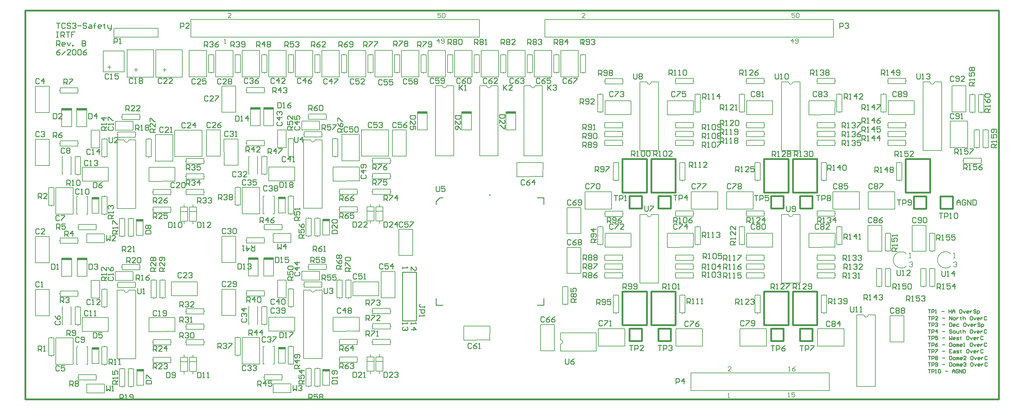
<source format=gto>
%FSLAX24Y24*%
%MOIN*%
G70*
G01*
G75*
G04 Layer_Color=65535*
%ADD10R,0.0236X0.0866*%
%ADD11R,0.0866X0.0236*%
%ADD12C,0.0120*%
%ADD13C,0.0250*%
%ADD14C,0.0500*%
%ADD15C,0.0200*%
%ADD16O,0.0787X0.0394*%
%ADD17C,0.0650*%
%ADD18C,0.0650*%
%ADD19C,0.0591*%
%ADD20R,0.0591X0.0591*%
%ADD21R,0.0600X0.0600*%
%ADD22C,0.0600*%
%ADD23C,0.0532*%
%ADD24R,0.0532X0.0532*%
%ADD25C,0.0550*%
%ADD26R,0.0787X0.0787*%
%ADD27C,0.0787*%
%ADD28C,0.0700*%
%ADD29R,0.0591X0.0591*%
%ADD30C,0.0591*%
%ADD31C,0.1000*%
%ADD32C,0.0551*%
%ADD33O,0.0787X0.0394*%
%ADD34C,0.1405*%
%ADD35C,0.0500*%
%ADD36C,0.0079*%
%ADD37C,0.0098*%
%ADD38C,0.0100*%
%ADD39C,0.0098*%
%ADD40C,0.0080*%
%ADD41C,0.0059*%
%ADD42R,0.1102X0.0315*%
%ADD43R,0.0787X0.0315*%
%ADD44R,0.1102X0.0315*%
D15*
X99491Y23385D02*
X102241D01*
Y27185D01*
X99491D02*
X102241D01*
X99491Y23385D02*
Y27185D01*
X71541Y6585D02*
Y7985D01*
X72941Y6585D02*
Y6785D01*
X71541Y6585D02*
X72741D01*
X72941D01*
Y6785D02*
Y7985D01*
X71541D02*
X72941D01*
X103426Y21550D02*
Y22950D01*
X104826Y21550D02*
Y21750D01*
X103426Y21550D02*
X104626D01*
X104826D01*
Y21750D02*
Y22950D01*
X103426D02*
X104826D01*
X100426D02*
X101826D01*
Y21750D02*
Y22950D01*
X101626Y21550D02*
X101826D01*
X100426D02*
X101626D01*
X101826D02*
Y21750D01*
X100426Y21550D02*
Y22950D01*
X84291Y7985D02*
X85691D01*
Y6785D02*
Y7985D01*
X85491Y6585D02*
X85691D01*
X84291D02*
X85491D01*
X85691D02*
Y6785D01*
X84291Y6585D02*
Y7985D01*
X87541D02*
X88941D01*
Y6785D02*
Y7985D01*
X88741Y6585D02*
X88941D01*
X87541D02*
X88741D01*
X88941D02*
Y6785D01*
X87541Y6585D02*
Y7985D01*
X68291D02*
X69691D01*
Y6785D02*
Y7985D01*
X69491Y6585D02*
X69691D01*
X68291D02*
X69491D01*
X69691D02*
Y6785D01*
X68291Y6585D02*
Y7985D01*
X84291Y22985D02*
X85691D01*
Y21785D02*
Y22985D01*
X85491Y21585D02*
X85691D01*
X84291D02*
X85491D01*
X85691D02*
Y21785D01*
X84291Y21585D02*
Y22985D01*
X68291D02*
X69691D01*
Y21785D02*
Y22985D01*
X69491Y21585D02*
X69691D01*
X68291D02*
X69491D01*
X69691D02*
Y21785D01*
X68291Y21585D02*
Y22985D01*
X87541D02*
X88941D01*
Y21785D02*
Y22985D01*
X88741Y21585D02*
X88941D01*
X87541D02*
X88741D01*
X88941D02*
Y21785D01*
X87541Y21585D02*
Y22985D01*
X71541D02*
X72941D01*
Y21785D02*
Y22985D01*
X72741Y21585D02*
X72941D01*
X71541D02*
X72741D01*
X72941D02*
Y21785D01*
X71541Y21585D02*
Y22985D01*
X86741Y23385D02*
X89491D01*
Y27185D01*
X86741D02*
X89491D01*
X86741Y23385D02*
Y27185D01*
Y8385D02*
X89491D01*
Y12185D01*
X86741D02*
X89491D01*
X86741Y8385D02*
Y12185D01*
X83491Y23385D02*
X86241D01*
Y27185D01*
X83491D02*
X86241D01*
X83491Y23385D02*
Y27185D01*
Y8385D02*
X86241D01*
Y12185D01*
X83491D02*
X86241D01*
X83491Y8385D02*
Y12185D01*
X70741Y23385D02*
X73491D01*
Y27185D01*
X70741D02*
X73491D01*
X70741Y23385D02*
Y27185D01*
Y8385D02*
X73491D01*
Y12185D01*
X70741D02*
X73491D01*
X70741Y8385D02*
Y12185D01*
X67491Y23385D02*
X70241D01*
Y27185D01*
X67491D02*
X70241D01*
X67491Y23385D02*
Y27185D01*
Y8385D02*
X70241D01*
Y12185D01*
X67491D02*
X70241D01*
X67491Y8385D02*
Y12185D01*
X0Y0D02*
Y44000D01*
X110000D01*
Y0D02*
Y44000D01*
X0Y0D02*
X110000D01*
D36*
X104522Y16541D02*
G03*
X104522Y15029I-531J-756D01*
G01*
X94750Y9555D02*
G03*
X95250Y9555I250J0D01*
G01*
X52126Y35509D02*
G03*
X52626Y35509I250J0D01*
G01*
X102241Y35913D02*
G03*
X102741Y35913I250J0D01*
G01*
X60472Y6250D02*
G03*
X60472Y6750I0J250D01*
G01*
X32250Y12378D02*
G03*
X32750Y12378I250J0D01*
G01*
X99522Y16541D02*
G03*
X99522Y15029I-531J-756D01*
G01*
X11179Y29345D02*
G03*
X11679Y29345I250J0D01*
G01*
X57126Y35509D02*
G03*
X57626Y35509I250J0D01*
G01*
X47126D02*
G03*
X47626Y35509I250J0D01*
G01*
X86241Y20913D02*
G03*
X86741Y20913I250J0D01*
G01*
X70241Y35913D02*
G03*
X70741Y35913I250J0D01*
G01*
X86241D02*
G03*
X86741Y35913I250J0D01*
G01*
X70241Y20913D02*
G03*
X70741Y20913I250J0D01*
G01*
X32250Y29378D02*
G03*
X32750Y29378I250J0D01*
G01*
X11179Y12345D02*
G03*
X11679Y12345I250J0D01*
G01*
X104522Y16474D02*
Y16541D01*
Y15029D02*
Y15096D01*
X37950Y30500D02*
X41037Y30504D01*
Y30480D02*
X41040Y27540D01*
X37963Y27543D02*
Y30496D01*
Y27543D02*
X41040Y27540D01*
X16879Y30467D02*
X19967Y30471D01*
Y30448D02*
X19969Y27507D01*
X16892Y27511D02*
Y30463D01*
Y27511D02*
X19969Y27507D01*
X60516Y36504D02*
X62484D01*
X60516D02*
Y39496D01*
X62484Y36504D02*
Y39496D01*
X60516D02*
X62484D01*
X57516Y36504D02*
X59484D01*
X57516D02*
Y39496D01*
X59484Y36504D02*
Y39496D01*
X57516D02*
X59484D01*
X54516Y36504D02*
X56484D01*
X54516D02*
Y39496D01*
X56484Y36504D02*
Y39496D01*
X54516D02*
X56484D01*
X51516Y36504D02*
X53484D01*
X51516D02*
Y39496D01*
X53484Y36504D02*
Y39496D01*
X51516D02*
X53484D01*
X48516Y36504D02*
X50484D01*
X48516D02*
Y39496D01*
X50484Y36504D02*
Y39496D01*
X48516D02*
X50484D01*
X45516Y36504D02*
X47484D01*
X45516D02*
Y39496D01*
X47484Y36504D02*
Y39496D01*
X45516D02*
X47484D01*
X98246Y21516D02*
Y23484D01*
X95254Y21516D02*
X98246D01*
X95254Y23484D02*
X98246D01*
X95254Y21516D02*
Y23484D01*
X83746Y6016D02*
Y7984D01*
X80754Y6016D02*
X83746D01*
X80754Y7984D02*
X83746D01*
X80754Y6016D02*
Y7984D01*
X104516Y28504D02*
X106484D01*
X104516D02*
Y31496D01*
X106484Y28504D02*
Y31496D01*
X104516D02*
X106484D01*
X89504Y6016D02*
Y7984D01*
X92496D01*
X89504Y6016D02*
X92496D01*
Y7984D01*
X67746Y6016D02*
Y7984D01*
X64754Y6016D02*
X67746D01*
X64754Y7984D02*
X67746D01*
X64754Y6016D02*
Y7984D01*
X82246Y21516D02*
Y23484D01*
X79254Y21516D02*
X82246D01*
X79254Y23484D02*
X82246D01*
X79254Y21516D02*
Y23484D01*
X66246Y21516D02*
Y23484D01*
X63254Y21516D02*
X66246D01*
X63254Y23484D02*
X66246D01*
X63254Y21516D02*
Y23484D01*
X73504Y6016D02*
Y7984D01*
X76496D01*
X73504Y6016D02*
X76496D01*
Y7984D01*
X91254Y21516D02*
Y23484D01*
X94246D01*
X91254Y21516D02*
X94246D01*
Y23484D01*
X78246Y21516D02*
Y23484D01*
X75254Y21516D02*
X78246D01*
X75254Y23484D02*
X78246D01*
X75254Y21516D02*
Y23484D01*
X104713Y32543D02*
X106290Y32540D01*
X104713Y32543D02*
Y35496D01*
X106287Y35480D02*
X106290Y32540D01*
X104713Y35496D02*
X106290Y35490D01*
X100210Y19710D02*
X101787Y19707D01*
Y16754D02*
Y19707D01*
X100210Y19710D02*
X100213Y16770D01*
X100210Y16760D02*
X101787Y16754D01*
X97710Y9460D02*
X99287Y9457D01*
Y6504D02*
Y9457D01*
X97710Y9460D02*
X97713Y6520D01*
X97710Y6510D02*
X99287Y6504D01*
X100457Y32213D02*
X100460Y33790D01*
X97504Y32213D02*
X100457D01*
X97520Y33787D02*
X100460Y33790D01*
X97504Y32213D02*
X97510Y33790D01*
X95210Y19710D02*
X96787Y19707D01*
Y16754D02*
Y19707D01*
X95210Y19710D02*
X95213Y16770D01*
X95210Y16760D02*
X96787Y16754D01*
X88540Y17210D02*
X88543Y18787D01*
X91496D01*
X88540Y17210D02*
X91480Y17213D01*
X91490Y17210D02*
X91496Y18787D01*
X88540Y32210D02*
X88543Y33787D01*
X91496D01*
X88540Y32210D02*
X91480Y32213D01*
X91490Y32210D02*
X91496Y33787D01*
X84457Y17213D02*
X84460Y18790D01*
X81504Y17213D02*
X84457D01*
X81520Y18787D02*
X84460Y18790D01*
X81504Y17213D02*
X81510Y18790D01*
X84457Y32213D02*
X84460Y33790D01*
X81504Y32213D02*
X84457D01*
X81520Y33787D02*
X84460Y33790D01*
X81504Y32213D02*
X81510Y33790D01*
X72540Y17210D02*
X72543Y18787D01*
X75496D01*
X72540Y17210D02*
X75480Y17213D01*
X75490Y17210D02*
X75496Y18787D01*
X72540Y32210D02*
X72543Y33787D01*
X75496D01*
X72540Y32210D02*
X75480Y32213D01*
X75490Y32210D02*
X75496Y33787D01*
X68457Y17213D02*
X68460Y18790D01*
X65504Y17213D02*
X68457D01*
X65520Y18787D02*
X68460Y18790D01*
X65504Y17213D02*
X65510Y18790D01*
X68457Y32213D02*
X68460Y33790D01*
X65504Y32213D02*
X68457D01*
X65520Y33787D02*
X68460Y33790D01*
X65504Y32213D02*
X65510Y33790D01*
X61210Y17210D02*
X62787Y17207D01*
Y14254D02*
Y17207D01*
X61210Y17210D02*
X61213Y14270D01*
X61210Y14260D02*
X62787Y14254D01*
X61210Y21710D02*
X62787Y21707D01*
Y18754D02*
Y21707D01*
X61210Y21710D02*
X61213Y18770D01*
X61210Y18760D02*
X62787Y18754D01*
X58210Y8460D02*
X59787Y8457D01*
Y5504D02*
Y8457D01*
X58210Y8460D02*
X58213Y5520D01*
X58210Y5510D02*
X59787Y5504D01*
X55540Y25210D02*
X55543Y26787D01*
X58496D01*
X55540Y25210D02*
X58480Y25213D01*
X58490Y25210D02*
X58496Y26787D01*
X49540Y6710D02*
X49543Y8287D01*
X52496D01*
X49540Y6710D02*
X52480Y6713D01*
X52490Y6710D02*
X52496Y8287D01*
X42213Y16293D02*
X43790Y16290D01*
X42213Y16293D02*
Y19246D01*
X43787Y19230D02*
X43790Y16290D01*
X42213Y19246D02*
X43790Y19240D01*
X40210Y14460D02*
X41787Y14457D01*
Y11504D02*
Y14457D01*
X40210Y14460D02*
X40213Y11520D01*
X40210Y11510D02*
X41787Y11504D01*
X41463Y27543D02*
X43040Y27540D01*
X41463Y27543D02*
Y30496D01*
X43037Y30480D02*
X43040Y27540D01*
X41463Y30496D02*
X43040Y30490D01*
X39957Y11713D02*
X39960Y13290D01*
X37004Y11713D02*
X39957D01*
X37020Y13287D02*
X39960Y13290D01*
X37004Y11713D02*
X37010Y13290D01*
X34790Y7710D02*
X34793Y9287D01*
X37746D01*
X34790Y7710D02*
X37730Y7713D01*
X37740Y7710D02*
X37746Y9287D01*
X34790Y24710D02*
X34793Y26287D01*
X37746D01*
X34790Y24710D02*
X37730Y24713D01*
X37740Y24710D02*
X37746Y26287D01*
X30457Y7713D02*
X30460Y9290D01*
X27504Y7713D02*
X30457D01*
X27520Y9287D02*
X30460Y9290D01*
X27504Y7713D02*
X27510Y9290D01*
X30457Y24713D02*
X30460Y26290D01*
X27504Y24713D02*
X30457D01*
X27520Y26287D02*
X30460Y26290D01*
X27504Y24713D02*
X27510Y26290D01*
X22210Y12460D02*
X23787Y12457D01*
Y9504D02*
Y12457D01*
X22210Y12460D02*
X22213Y9520D01*
X22210Y9510D02*
X23787Y9504D01*
X22210Y18460D02*
X23787Y18457D01*
Y15504D02*
Y18457D01*
X22210Y18460D02*
X22213Y15520D01*
X22210Y15510D02*
X23787Y15504D01*
X22460Y29460D02*
X24037Y29457D01*
Y26504D02*
Y29457D01*
X22460Y29460D02*
X22463Y26520D01*
X22460Y26510D02*
X24037Y26504D01*
X22210Y35460D02*
X23787Y35457D01*
Y32504D02*
Y35457D01*
X22210Y35460D02*
X22213Y32520D01*
X22210Y32510D02*
X23787Y32504D01*
X20463Y27543D02*
X22040Y27540D01*
X20463Y27543D02*
Y30496D01*
X22037Y30480D02*
X22040Y27540D01*
X20463Y30496D02*
X22040Y30490D01*
X19457Y11713D02*
X19460Y13290D01*
X16504Y11713D02*
X19457D01*
X16520Y13287D02*
X19460Y13290D01*
X16504Y11713D02*
X16510Y13290D01*
X13969Y7677D02*
X13973Y9255D01*
X16925D01*
X13969Y7677D02*
X16910Y7680D01*
X16919Y7677D02*
X16925Y9255D01*
X13969Y24677D02*
X13973Y26255D01*
X16925D01*
X13969Y24677D02*
X16910Y24680D01*
X16919Y24677D02*
X16925Y26255D01*
X9386Y7680D02*
X9389Y9257D01*
X6433Y7680D02*
X9386D01*
X6449Y9255D02*
X9389Y9257D01*
X6433Y7680D02*
X6439Y9257D01*
X9386Y24680D02*
X9389Y26257D01*
X6433Y24680D02*
X9386D01*
X6449Y26255D02*
X9389Y26257D01*
X6433Y24680D02*
X6439Y26257D01*
X1139Y12427D02*
X2717Y12424D01*
Y9471D02*
Y12424D01*
X1139Y12427D02*
X1142Y9487D01*
X1139Y9477D02*
X2717Y9471D01*
X1139Y18427D02*
X2717Y18424D01*
Y15471D02*
Y18424D01*
X1139Y18427D02*
X1142Y15487D01*
X1139Y15477D02*
X2717Y15471D01*
X1139Y29427D02*
X2717Y29424D01*
Y26471D02*
Y29424D01*
X1139Y29427D02*
X1142Y26487D01*
X1139Y26477D02*
X2717Y26471D01*
X1139Y35427D02*
X2717Y35424D01*
Y32471D02*
Y35424D01*
X1139Y35427D02*
X1142Y32487D01*
X1139Y32477D02*
X2717Y32471D01*
X96043Y1445D02*
Y9555D01*
X93957Y1445D02*
Y9555D01*
Y1445D02*
X96043D01*
X95250Y9555D02*
X96043D01*
X93957D02*
X94750D01*
X90850Y1000D02*
Y3000D01*
X75200Y1000D02*
Y3000D01*
X90850D01*
X75200Y1000D02*
X90850D01*
X5799Y3963D02*
Y5971D01*
X7059Y3963D02*
Y5971D01*
X5799D02*
X5957D01*
X5799Y3963D02*
X5957D01*
X6902D02*
X7059D01*
X6902Y5971D02*
X7059D01*
X4187Y8463D02*
X4234D01*
X5124Y10471D02*
X5171D01*
X5124Y8463D02*
X5171D01*
X4187Y10471D02*
X4234D01*
X4187Y8463D02*
Y10471D01*
X5171Y8463D02*
Y10471D01*
X7437Y11463D02*
X8421D01*
X7437Y13471D02*
X8421D01*
X7437Y11463D02*
Y13471D01*
X8421Y11463D02*
Y13471D01*
X8819Y37069D02*
Y39431D01*
X11181Y37069D02*
Y39431D01*
X8819Y37069D02*
X11181D01*
X8819Y39431D02*
X11181D01*
X14750Y36450D02*
Y39550D01*
X17750Y36450D02*
Y39550D01*
X14741D02*
X17750D01*
X14741Y36450D02*
X17750D01*
X51333Y35509D02*
X52126D01*
X52626D02*
X53420D01*
X51333Y27556D02*
X53420D01*
X51333D02*
Y35509D01*
X53420Y27556D02*
Y35509D01*
X91300Y41000D02*
Y43000D01*
X58700Y41000D02*
Y43000D01*
X91300D01*
X58700Y41000D02*
X91300D01*
X103534Y28157D02*
Y35913D01*
X101448Y28157D02*
Y35913D01*
Y28157D02*
X103534D01*
X102741Y35913D02*
X103534D01*
X101448D02*
X102241D01*
X60472Y5457D02*
Y6250D01*
Y6750D02*
Y7543D01*
X64528Y5457D02*
Y7543D01*
X60472Y5457D02*
X64528D01*
X60472Y7543D02*
X64528D01*
X49325Y30489D02*
X50428D01*
X49325D02*
Y32576D01*
X50428Y30489D02*
Y32576D01*
X17929Y4767D02*
Y5067D01*
Y2867D02*
Y3167D01*
X17529Y4267D02*
X18329D01*
X17529Y3167D02*
Y4767D01*
X18329D01*
Y3167D02*
Y4767D01*
X17529Y3167D02*
X18329D01*
X15000Y41000D02*
Y42000D01*
X10000Y41000D02*
X15000D01*
X10000Y42000D02*
X15000D01*
X10000Y41000D02*
Y42000D01*
X31457Y12378D02*
X32250D01*
X32750D02*
X33543D01*
X31457Y4622D02*
X33543D01*
X31457D02*
Y12378D01*
X33543Y4622D02*
Y12378D01*
X12606Y1594D02*
X13394D01*
X12606D02*
Y3406D01*
X13394Y1594D02*
Y3406D01*
X11629Y3467D02*
X11929D01*
X11629Y1467D02*
Y3467D01*
Y1467D02*
X12229D01*
Y3467D01*
X11929D02*
X12229D01*
X11929Y1377D02*
Y1467D01*
Y3467D02*
Y3557D01*
X8323Y4062D02*
Y5873D01*
X7536Y4062D02*
Y5873D01*
Y4062D02*
X8323D01*
X13323Y18562D02*
Y20373D01*
X12536Y18562D02*
Y20373D01*
Y18562D02*
X13323D01*
X8323Y21062D02*
Y22873D01*
X7536Y21062D02*
Y22873D01*
Y21062D02*
X8323D01*
X34394Y1594D02*
Y3406D01*
X33606Y1594D02*
Y3406D01*
Y1594D02*
X34394D01*
X29394Y4094D02*
Y5906D01*
X28606Y4094D02*
Y5906D01*
Y4094D02*
X29394D01*
X34394Y18594D02*
Y20406D01*
X33606Y18594D02*
Y20406D01*
Y18594D02*
X34394D01*
X29394Y21094D02*
Y22906D01*
X28606Y21094D02*
Y22906D01*
Y21094D02*
X29394D01*
X14200Y13500D02*
X14500D01*
X14200Y11500D02*
Y13500D01*
Y11500D02*
X14800D01*
Y13500D01*
X14500D02*
X14800D01*
X14500Y11410D02*
Y11500D01*
Y13500D02*
Y13590D01*
X11929Y18467D02*
X12229D01*
Y20467D01*
X11629D02*
X12229D01*
X11629Y18467D02*
Y20467D01*
Y18467D02*
X11929D01*
Y20467D02*
Y20557D01*
Y18377D02*
Y18467D01*
X15500Y11500D02*
X15800D01*
Y13500D01*
X15200D02*
X15800D01*
X15200Y11500D02*
Y13500D01*
Y11500D02*
X15500D01*
Y13500D02*
Y13590D01*
Y11410D02*
Y11500D01*
X63000Y37000D02*
X63300D01*
Y39000D01*
X62700D02*
X63300D01*
X62700Y37000D02*
Y39000D01*
Y37000D02*
X63000D01*
Y39000D02*
Y39090D01*
Y36910D02*
Y37000D01*
X60000D02*
X60300D01*
Y39000D01*
X59700D02*
X60300D01*
X59700Y37000D02*
Y39000D01*
Y37000D02*
X60000D01*
Y39000D02*
Y39090D01*
Y36910D02*
Y37000D01*
X57000D02*
X57300D01*
Y39000D01*
X56700D02*
X57300D01*
X56700Y37000D02*
Y39000D01*
Y37000D02*
X57000D01*
Y39000D02*
Y39090D01*
Y36910D02*
Y37000D01*
X54000D02*
X54300D01*
Y39000D01*
X53700D02*
X54300D01*
X53700Y37000D02*
Y39000D01*
Y37000D02*
X54000D01*
Y39000D02*
Y39090D01*
Y36910D02*
Y37000D01*
X51000D02*
X51300D01*
Y39000D01*
X50700D02*
X51300D01*
X50700Y37000D02*
Y39000D01*
Y37000D02*
X51000D01*
Y39000D02*
Y39090D01*
Y36910D02*
Y37000D01*
X48000D02*
X48300D01*
Y39000D01*
X47700D02*
X48300D01*
X47700Y37000D02*
Y39000D01*
Y37000D02*
X48000D01*
Y39000D02*
Y39090D01*
Y36910D02*
Y37000D01*
X8929Y10467D02*
X9229D01*
Y12467D01*
X8629D02*
X9229D01*
X8629Y10467D02*
Y12467D01*
Y10467D02*
X8929D01*
Y12467D02*
Y12557D01*
Y10377D02*
Y10467D01*
X18529Y3167D02*
X19329D01*
Y4767D01*
X18529D02*
X19329D01*
X18529Y3167D02*
Y4767D01*
Y4267D02*
X19329D01*
X18929Y2867D02*
Y3167D01*
Y4767D02*
Y5067D01*
X39600Y3200D02*
X40400D01*
Y4800D01*
X39600D02*
X40400D01*
X39600Y3200D02*
Y4800D01*
Y4300D02*
X40400D01*
X40000Y2900D02*
Y3200D01*
Y4800D02*
Y5100D01*
X17929Y21767D02*
Y22067D01*
Y19867D02*
Y20167D01*
X17529Y21267D02*
X18329D01*
X17529Y20167D02*
Y21767D01*
X18329D01*
Y20167D02*
Y21767D01*
X17529Y20167D02*
X18329D01*
X18929Y21767D02*
Y22067D01*
Y19867D02*
Y20167D01*
X18529Y21267D02*
X19329D01*
X18529Y20167D02*
Y21767D01*
X19329D01*
Y20167D02*
Y21767D01*
X18529Y20167D02*
X19329D01*
X39000Y21800D02*
Y22100D01*
Y19900D02*
Y20200D01*
X38600Y21300D02*
X39400D01*
X38600Y20200D02*
Y21800D01*
X39400D01*
Y20200D02*
Y21800D01*
X38600Y20200D02*
X39400D01*
X40000Y21800D02*
Y22100D01*
Y19900D02*
Y20200D01*
X39600Y21300D02*
X40400D01*
X39600Y20200D02*
Y21800D01*
X40400D01*
Y20200D02*
Y21800D01*
X39600Y20200D02*
X40400D01*
X39000Y4800D02*
Y5100D01*
Y2900D02*
Y3200D01*
X38600Y4300D02*
X39400D01*
X38600Y3200D02*
Y4800D01*
X39400D01*
Y3200D02*
Y4800D01*
X38600Y3200D02*
X39400D01*
X14429Y23167D02*
Y23467D01*
Y23167D02*
X16429D01*
Y23767D01*
X14429D02*
X16429D01*
X14429Y23467D02*
Y23767D01*
X16429Y23467D02*
X16519D01*
X14339D02*
X14429D01*
X10629Y20467D02*
X10929D01*
X10629Y18467D02*
Y20467D01*
Y18467D02*
X11229D01*
Y20467D01*
X10929D02*
X11229D01*
X10929Y18377D02*
Y18467D01*
Y20467D02*
Y20557D01*
X16429Y21467D02*
Y21767D01*
X14429D02*
X16429D01*
X14429Y21167D02*
Y21767D01*
Y21167D02*
X16429D01*
Y21467D01*
X14339D02*
X14429D01*
X16429D02*
X16519D01*
X18179Y24917D02*
Y25217D01*
Y24917D02*
X20179D01*
Y25517D01*
X18179D02*
X20179D01*
X18179Y25217D02*
Y25517D01*
X20179Y25217D02*
X20269D01*
X18089D02*
X18179D01*
X20179Y26967D02*
Y27267D01*
X18179D02*
X20179D01*
X18179Y26667D02*
Y27267D01*
Y26667D02*
X20179D01*
Y26967D01*
X18089D02*
X18179D01*
X20179D02*
X20269D01*
X20179Y23467D02*
Y23767D01*
X18179D02*
X20179D01*
X18179Y23167D02*
Y23767D01*
Y23167D02*
X20179D01*
Y23467D01*
X18089D02*
X18179D01*
X20179D02*
X20269D01*
X14429Y6167D02*
Y6467D01*
Y6167D02*
X16429D01*
Y6767D01*
X14429D02*
X16429D01*
X14429Y6467D02*
Y6767D01*
X16429Y6467D02*
X16519D01*
X14339D02*
X14429D01*
X10929Y1467D02*
X11229D01*
Y3467D01*
X10629D02*
X11229D01*
X10629Y1467D02*
Y3467D01*
Y1467D02*
X10929D01*
Y3467D02*
Y3557D01*
Y1377D02*
Y1467D01*
X16429Y4467D02*
Y4767D01*
X14429D02*
X16429D01*
X14429Y4167D02*
Y4767D01*
Y4167D02*
X16429D01*
Y4467D01*
X14339D02*
X14429D01*
X16429D02*
X16519D01*
X18179Y7917D02*
Y8217D01*
Y7917D02*
X20179D01*
Y8517D01*
X18179D02*
X20179D01*
X18179Y8217D02*
Y8517D01*
X20179Y8217D02*
X20269D01*
X18089D02*
X18179D01*
X20179Y9967D02*
Y10267D01*
X18179D02*
X20179D01*
X18179Y9667D02*
Y10267D01*
Y9667D02*
X20179D01*
Y9967D01*
X18089D02*
X18179D01*
X20179D02*
X20269D01*
X20179Y6467D02*
Y6767D01*
X18179D02*
X20179D01*
X18179Y6167D02*
Y6767D01*
Y6167D02*
X20179D01*
Y6467D01*
X18089D02*
X18179D01*
X20179D02*
X20269D01*
X35500Y23200D02*
Y23500D01*
Y23200D02*
X37500D01*
Y23800D01*
X35500D02*
X37500D01*
X35500Y23500D02*
Y23800D01*
X37500Y23500D02*
X37590D01*
X35410D02*
X35500D01*
X31700Y20500D02*
X32000D01*
X31700Y18500D02*
Y20500D01*
Y18500D02*
X32300D01*
Y20500D01*
X32000D02*
X32300D01*
X32000Y18410D02*
Y18500D01*
Y20500D02*
Y20590D01*
X37500Y21500D02*
Y21800D01*
X35500D02*
X37500D01*
X35500Y21200D02*
Y21800D01*
Y21200D02*
X37500D01*
Y21500D01*
X35410D02*
X35500D01*
X37500D02*
X37590D01*
X39250Y24950D02*
Y25250D01*
Y24950D02*
X41250D01*
Y25550D01*
X39250D02*
X41250D01*
X39250Y25250D02*
Y25550D01*
X41250Y25250D02*
X41340D01*
X39160D02*
X39250D01*
X41250Y27000D02*
Y27300D01*
X39250D02*
X41250D01*
X39250Y26700D02*
Y27300D01*
Y26700D02*
X41250D01*
Y27000D01*
X39160D02*
X39250D01*
X41250D02*
X41340D01*
X41250Y23500D02*
Y23800D01*
X39250D02*
X41250D01*
X39250Y23200D02*
Y23800D01*
Y23200D02*
X41250D01*
Y23500D01*
X39160D02*
X39250D01*
X41250D02*
X41340D01*
X35500Y6200D02*
Y6500D01*
Y6200D02*
X37500D01*
Y6800D01*
X35500D02*
X37500D01*
X35500Y6500D02*
Y6800D01*
X37500Y6500D02*
X37590D01*
X35410D02*
X35500D01*
X32000Y1500D02*
X32300D01*
Y3500D01*
X31700D02*
X32300D01*
X31700Y1500D02*
Y3500D01*
Y1500D02*
X32000D01*
Y3500D02*
Y3590D01*
Y1410D02*
Y1500D01*
X37500Y4500D02*
Y4800D01*
X35500D02*
X37500D01*
X35500Y4200D02*
Y4800D01*
Y4200D02*
X37500D01*
Y4500D01*
X35410D02*
X35500D01*
X37500D02*
X37590D01*
X39250Y7950D02*
Y8250D01*
Y7950D02*
X41250D01*
Y8550D01*
X39250D02*
X41250D01*
X39250Y8250D02*
Y8550D01*
X41250Y8250D02*
X41340D01*
X39160D02*
X39250D01*
X41250Y10000D02*
Y10300D01*
X39250D02*
X41250D01*
X39250Y9700D02*
Y10300D01*
Y9700D02*
X41250D01*
Y10000D01*
X39160D02*
X39250D01*
X41250D02*
X41340D01*
X41250Y6500D02*
Y6800D01*
X39250D02*
X41250D01*
X39250Y6200D02*
Y6800D01*
Y6200D02*
X41250D01*
Y6500D01*
X39160D02*
X39250D01*
X41250D02*
X41340D01*
X55428Y30489D02*
Y32576D01*
X54325Y30489D02*
Y32576D01*
Y30489D02*
X55428D01*
X45428D02*
Y32576D01*
X44325Y30489D02*
Y32576D01*
Y30489D02*
X45428D01*
X99522Y15029D02*
Y15096D01*
Y16474D02*
Y16541D01*
X10429Y29667D02*
Y29967D01*
Y29667D02*
X12429D01*
Y30267D01*
X10429D02*
X12429D01*
X10429Y29967D02*
Y30267D01*
X12429Y29967D02*
X12519D01*
X10339D02*
X10429D01*
X10175Y30475D02*
X12183D01*
X10175Y31459D02*
X12183D01*
Y30475D02*
Y31459D01*
X10175Y30475D02*
Y31459D01*
X8929Y20967D02*
X9229D01*
Y22967D01*
X8629D02*
X9229D01*
X8629Y20967D02*
Y22967D01*
Y20967D02*
X8929D01*
Y22967D02*
Y23057D01*
Y20877D02*
Y20967D01*
X8000Y19500D02*
Y19800D01*
X6000D02*
X8000D01*
X6000Y19200D02*
Y19800D01*
Y19200D02*
X8000D01*
Y19500D01*
X5910D02*
X6000D01*
X8000D02*
X8090D01*
X5799Y20963D02*
Y22971D01*
X7059Y20963D02*
Y22971D01*
X5799D02*
X5957D01*
X5799Y20963D02*
X5957D01*
X6902D02*
X7059D01*
X6902Y22971D02*
X7059D01*
X5171Y25463D02*
Y27471D01*
X4187Y25463D02*
Y27471D01*
X4234D01*
X5124Y25463D02*
X5171D01*
X5124Y27471D02*
X5171D01*
X4187Y25463D02*
X4234D01*
X3929Y34667D02*
Y34967D01*
Y34667D02*
X5929D01*
Y35267D01*
X3929D02*
X5929D01*
X3929Y34967D02*
Y35267D01*
X5929Y34967D02*
X6019D01*
X3839D02*
X3929D01*
X14695Y29963D02*
X16664D01*
Y26971D02*
Y29963D01*
X14695Y26971D02*
Y29963D01*
Y26971D02*
X16664D01*
X12473Y21589D02*
Y29345D01*
X10386Y21589D02*
Y29345D01*
Y21589D02*
X12473D01*
X11679Y29345D02*
X12473D01*
X10386D02*
X11179D01*
X6931Y30874D02*
Y32961D01*
X5828Y30874D02*
Y32961D01*
Y30874D02*
X6931D01*
X5231D02*
Y32961D01*
X4128Y30874D02*
Y32961D01*
Y30874D02*
X5231D01*
X3445Y23963D02*
X5414D01*
Y20971D02*
Y23963D01*
X3445Y20971D02*
Y23963D01*
Y20971D02*
X5414D01*
X2929Y21967D02*
X3229D01*
Y23967D01*
X2629D02*
X3229D01*
X2629Y21967D02*
Y23967D01*
Y21967D02*
X2929D01*
Y23967D02*
Y24057D01*
Y21877D02*
Y21967D01*
X5629Y27467D02*
X5929D01*
X5629Y25467D02*
Y27467D01*
Y25467D02*
X6229D01*
Y27467D01*
X5929D02*
X6229D01*
X5929Y25377D02*
Y25467D01*
Y27467D02*
Y27557D01*
X3929Y28667D02*
Y28967D01*
Y28667D02*
X5929D01*
Y29267D01*
X3929D02*
X5929D01*
X3929Y28967D02*
Y29267D01*
X5929Y28967D02*
X6019D01*
X3839D02*
X3929D01*
X10929Y31667D02*
Y31967D01*
Y31667D02*
X12929D01*
Y32267D01*
X10929D02*
X12929D01*
X10929Y31967D02*
Y32267D01*
X12929Y31967D02*
X13019D01*
X10839D02*
X10929D01*
X8929Y27467D02*
X9229D01*
Y29467D01*
X8629D02*
X9229D01*
X8629Y27467D02*
Y29467D01*
Y27467D02*
X8929D01*
Y29467D02*
Y29557D01*
Y27377D02*
Y27467D01*
X13929D02*
X14229D01*
Y29467D01*
X13629D02*
X14229D01*
X13629Y27467D02*
Y29467D01*
Y27467D02*
X13929D01*
Y29467D02*
Y29557D01*
Y27377D02*
Y27467D01*
X8421Y28463D02*
Y30471D01*
X7437Y28463D02*
Y30471D01*
X8421D01*
X7437Y28463D02*
X8421D01*
X10929Y14667D02*
Y14967D01*
Y14667D02*
X12929D01*
Y15267D01*
X10929D02*
X12929D01*
X10929Y14967D02*
Y15267D01*
X12929Y14967D02*
X13019D01*
X10839D02*
X10929D01*
X10429Y12667D02*
Y12967D01*
Y12667D02*
X12429D01*
Y13267D01*
X10429D02*
X12429D01*
X10429Y12967D02*
Y13267D01*
X12429Y12967D02*
X12519D01*
X10339D02*
X10429D01*
X8929Y3967D02*
X9229D01*
Y5967D01*
X8629D02*
X9229D01*
X8629Y3967D02*
Y5967D01*
Y3967D02*
X8929D01*
Y5967D02*
Y6057D01*
Y3877D02*
Y3967D01*
X8000Y2500D02*
Y2800D01*
X6000D02*
X8000D01*
X6000Y2200D02*
Y2800D01*
Y2200D02*
X8000D01*
Y2500D01*
X5910D02*
X6000D01*
X8000D02*
X8090D01*
X10175Y13475D02*
X12183D01*
X10175Y14459D02*
X12183D01*
Y13475D02*
Y14459D01*
X10175Y13475D02*
Y14459D01*
X3929Y17667D02*
Y17967D01*
Y17667D02*
X5929D01*
Y18267D01*
X3929D02*
X5929D01*
X3929Y17967D02*
Y18267D01*
X5929Y17967D02*
X6019D01*
X3839D02*
X3929D01*
X6981Y13924D02*
Y16011D01*
X5878Y13924D02*
Y16011D01*
Y13924D02*
X6981D01*
X5231D02*
Y16011D01*
X4128Y13924D02*
Y16011D01*
Y13924D02*
X5231D01*
X3445Y6963D02*
X5414D01*
Y3971D02*
Y6963D01*
X3445Y3971D02*
Y6963D01*
Y3971D02*
X5414D01*
X2929Y4967D02*
X3229D01*
Y6967D01*
X2629D02*
X3229D01*
X2629Y4967D02*
Y6967D01*
Y4967D02*
X2929D01*
Y6967D02*
Y7057D01*
Y4877D02*
Y4967D01*
X5629Y10467D02*
X5929D01*
X5629Y8467D02*
Y10467D01*
Y8467D02*
X6229D01*
Y10467D01*
X5929D02*
X6229D01*
X5929Y8377D02*
Y8467D01*
Y10467D02*
Y10557D01*
X3929Y11667D02*
Y11967D01*
Y11667D02*
X5929D01*
Y12267D01*
X3929D02*
X5929D01*
X3929Y11967D02*
Y12267D01*
X5929Y11967D02*
X6019D01*
X3839D02*
X3929D01*
X45000Y37000D02*
X45300D01*
Y39000D01*
X44700D02*
X45300D01*
X44700Y37000D02*
Y39000D01*
Y37000D02*
X45000D01*
Y39000D02*
Y39090D01*
Y36910D02*
Y37000D01*
X42000D02*
X42300D01*
Y39000D01*
X41700D02*
X42300D01*
X41700Y37000D02*
Y39000D01*
Y37000D02*
X42000D01*
Y39000D02*
Y39090D01*
Y36910D02*
Y37000D01*
X39000D02*
X39300D01*
Y39000D01*
X38700D02*
X39300D01*
X38700Y37000D02*
Y39000D01*
Y37000D02*
X39000D01*
Y39000D02*
Y39090D01*
Y36910D02*
Y37000D01*
X36000D02*
X36300D01*
Y39000D01*
X35700D02*
X36300D01*
X35700Y37000D02*
Y39000D01*
Y37000D02*
X36000D01*
Y39000D02*
Y39090D01*
Y36910D02*
Y37000D01*
X33000D02*
X33300D01*
Y39000D01*
X32700D02*
X33300D01*
X32700Y37000D02*
Y39000D01*
Y37000D02*
X33000D01*
Y39000D02*
Y39090D01*
Y36910D02*
Y37000D01*
X30000D02*
X30300D01*
Y39000D01*
X29700D02*
X30300D01*
X29700Y37000D02*
Y39000D01*
Y37000D02*
X30000D01*
Y39000D02*
Y39090D01*
Y36910D02*
Y37000D01*
X27000D02*
X27300D01*
Y39000D01*
X26700D02*
X27300D01*
X26700Y37000D02*
Y39000D01*
Y37000D02*
X27000D01*
Y39000D02*
Y39090D01*
Y36910D02*
Y37000D01*
X24000D02*
X24300D01*
Y39000D01*
X23700D02*
X24300D01*
X23700Y37000D02*
Y39000D01*
Y37000D02*
X24000D01*
Y39000D02*
Y39090D01*
Y36910D02*
Y37000D01*
X21000D02*
X21300D01*
Y39000D01*
X20700D02*
X21300D01*
X20700Y37000D02*
Y39000D01*
Y37000D02*
X21000D01*
Y39000D02*
Y39090D01*
Y36910D02*
Y37000D01*
X42516Y36504D02*
X44484D01*
X42516D02*
Y39496D01*
X44484Y36504D02*
Y39496D01*
X42516D02*
X44484D01*
X39516Y36504D02*
X41484D01*
X39516D02*
Y39496D01*
X41484Y36504D02*
Y39496D01*
X39516D02*
X41484D01*
X36516Y36504D02*
X38484D01*
X36516D02*
Y39496D01*
X38484Y36504D02*
Y39496D01*
X36516D02*
X38484D01*
X33516Y36504D02*
X35484D01*
X33516D02*
Y39496D01*
X35484Y36504D02*
Y39496D01*
X33516D02*
X35484D01*
X30516Y36504D02*
X32484D01*
X30516D02*
Y39496D01*
X32484Y36504D02*
Y39496D01*
X30516D02*
X32484D01*
X27516Y36504D02*
X29484D01*
X27516D02*
Y39496D01*
X29484Y36504D02*
Y39496D01*
X27516D02*
X29484D01*
X24516Y36504D02*
X26484D01*
X24516D02*
Y39496D01*
X26484Y36504D02*
Y39496D01*
X24516D02*
X26484D01*
X21516Y36504D02*
X23484D01*
X21516D02*
Y39496D01*
X23484Y36504D02*
Y39496D01*
X21516D02*
X23484D01*
X18516Y36504D02*
X20484D01*
X18516D02*
Y39496D01*
X20484Y36504D02*
Y39496D01*
X18516D02*
X20484D01*
X58420Y27556D02*
Y35509D01*
X56333Y27556D02*
Y35509D01*
Y27556D02*
X58420D01*
X57626Y35509D02*
X58420D01*
X56333D02*
X57126D01*
X46333D02*
X47126D01*
X47626D02*
X48420D01*
X46333Y27556D02*
X48420D01*
X46333D02*
Y35509D01*
X48420Y27556D02*
Y35509D01*
X61000Y10750D02*
X61300D01*
Y12750D01*
X60700D02*
X61300D01*
X60700Y10750D02*
Y12750D01*
Y10750D02*
X61000D01*
Y12750D02*
Y12840D01*
Y10660D02*
Y10750D01*
X87534Y13157D02*
Y20913D01*
X85448Y13157D02*
Y20913D01*
Y13157D02*
X87534D01*
X86741Y20913D02*
X87534D01*
X85448D02*
X86241D01*
X83491Y21035D02*
Y21335D01*
X81491D02*
X83491D01*
X81491Y20735D02*
Y21335D01*
Y20735D02*
X83491D01*
Y21035D01*
X81401D02*
X81491D01*
X83491D02*
X83581D01*
X83491Y15035D02*
Y15335D01*
X81491D02*
X83491D01*
X81491Y14735D02*
Y15335D01*
Y14735D02*
X83491D01*
Y15035D01*
X81401D02*
X81491D01*
X83491D02*
X83581D01*
X99491Y36035D02*
Y36335D01*
X97491D02*
X99491D01*
X97491Y35735D02*
Y36335D01*
Y35735D02*
X99491D01*
Y36035D01*
X97401D02*
X97491D01*
X99491D02*
X99581D01*
X97491Y29735D02*
Y30035D01*
Y29735D02*
X99491D01*
Y30335D01*
X97491D02*
X99491D01*
X97491Y30035D02*
Y30335D01*
X99491Y30035D02*
X99581D01*
X97401D02*
X97491D01*
Y30735D02*
Y31035D01*
Y30735D02*
X99491D01*
Y31335D01*
X97491D02*
X99491D01*
X97491Y31035D02*
Y31335D01*
X99491Y31035D02*
X99581D01*
X97401D02*
X97491D01*
X81491Y15735D02*
Y16035D01*
Y15735D02*
X83491D01*
Y16335D01*
X81491D02*
X83491D01*
X81491Y16035D02*
Y16335D01*
X83491Y16035D02*
X83581D01*
X81401D02*
X81491D01*
X98741Y24785D02*
X99041D01*
Y26785D01*
X98441D02*
X99041D01*
X98441Y24785D02*
Y26785D01*
Y24785D02*
X98741D01*
Y26785D02*
Y26875D01*
Y24695D02*
Y24785D01*
X82741Y9785D02*
X83041D01*
Y11785D01*
X82441D02*
X83041D01*
X82441Y9785D02*
Y11785D01*
Y9785D02*
X82741D01*
Y11785D02*
Y11875D01*
Y9695D02*
Y9785D01*
X99491Y29035D02*
Y29335D01*
X97491D02*
X99491D01*
X97491Y28735D02*
Y29335D01*
Y28735D02*
X99491D01*
Y29035D01*
X97401D02*
X97491D01*
X99491D02*
X99581D01*
X83491Y14035D02*
Y14335D01*
X81491D02*
X83491D01*
X81491Y13735D02*
Y14335D01*
Y13735D02*
X83491D01*
Y14035D01*
X81401D02*
X81491D01*
X83491D02*
X83581D01*
X96691Y34535D02*
X96991D01*
X96691Y32535D02*
Y34535D01*
Y32535D02*
X97291D01*
Y34535D01*
X96991D02*
X97291D01*
X96991Y32445D02*
Y32535D01*
Y34535D02*
Y34625D01*
X80691Y19535D02*
X80991D01*
X80691Y17535D02*
Y19535D01*
Y17535D02*
X81291D01*
Y19535D01*
X80991D02*
X81291D01*
X80991Y17445D02*
Y17535D01*
Y19535D02*
Y19625D01*
X108000Y27000D02*
Y27300D01*
X106000D02*
X108000D01*
X106000Y26700D02*
Y27300D01*
Y26700D02*
X108000D01*
Y27000D01*
X105910D02*
X106000D01*
X108000D02*
X108090D01*
X107200Y30500D02*
X107500D01*
X107200Y28500D02*
Y30500D01*
Y28500D02*
X107800D01*
Y30500D01*
X107500D02*
X107800D01*
X107500Y28410D02*
Y28500D01*
Y30500D02*
Y30590D01*
X89491Y20735D02*
Y21035D01*
Y20735D02*
X91491D01*
Y21335D01*
X89491D02*
X91491D01*
X89491Y21035D02*
Y21335D01*
X91491Y21035D02*
X91581D01*
X89401D02*
X89491D01*
X91491Y15035D02*
Y15335D01*
X89491D02*
X91491D01*
X89491Y14735D02*
Y15335D01*
Y14735D02*
X91491D01*
Y15035D01*
X89401D02*
X89491D01*
X91491D02*
X91581D01*
X89491Y15735D02*
Y16035D01*
Y15735D02*
X91491D01*
Y16335D01*
X89491D02*
X91491D01*
X89491Y16035D02*
Y16335D01*
X91491Y16035D02*
X91581D01*
X89401D02*
X89491D01*
X90241Y9785D02*
X90541D01*
Y11785D01*
X89941D02*
X90541D01*
X89941Y9785D02*
Y11785D01*
Y9785D02*
X90241D01*
Y11785D02*
Y11875D01*
Y9695D02*
Y9785D01*
X89491Y13735D02*
Y14035D01*
Y13735D02*
X91491D01*
Y14335D01*
X89491D02*
X91491D01*
X89491Y14035D02*
Y14335D01*
X91491Y14035D02*
X91581D01*
X89401D02*
X89491D01*
X91691Y19535D02*
X91991D01*
X91691Y17535D02*
Y19535D01*
Y17535D02*
X92291D01*
Y19535D01*
X91991D02*
X92291D01*
X91991Y17445D02*
Y17535D01*
Y19535D02*
Y19625D01*
X106700Y34500D02*
X107000D01*
X106700Y32500D02*
Y34500D01*
Y32500D02*
X107300D01*
Y34500D01*
X107000D02*
X107300D01*
X107000Y32410D02*
Y32500D01*
Y34500D02*
Y34590D01*
X71534Y28157D02*
Y35913D01*
X69448Y28157D02*
Y35913D01*
Y28157D02*
X71534D01*
X70741Y35913D02*
X71534D01*
X69448D02*
X70241D01*
X67500Y21000D02*
Y21300D01*
X65500D02*
X67500D01*
X65500Y20700D02*
Y21300D01*
Y20700D02*
X67500D01*
Y21000D01*
X65410D02*
X65500D01*
X67500D02*
X67590D01*
X83491Y36035D02*
Y36335D01*
X81491D02*
X83491D01*
X81491Y35735D02*
Y36335D01*
Y35735D02*
X83491D01*
Y36035D01*
X81401D02*
X81491D01*
X83491D02*
X83581D01*
X67500Y36000D02*
Y36300D01*
X65500D02*
X67500D01*
X65500Y35700D02*
Y36300D01*
Y35700D02*
X67500D01*
Y36000D01*
X65410D02*
X65500D01*
X67500D02*
X67590D01*
X65491Y14735D02*
Y15035D01*
Y14735D02*
X67491D01*
Y15335D01*
X65491D02*
X67491D01*
X65491Y15035D02*
Y15335D01*
X67491Y15035D02*
X67581D01*
X65401D02*
X65491D01*
X81491Y29735D02*
Y30035D01*
Y29735D02*
X83491D01*
Y30335D01*
X81491D02*
X83491D01*
X81491Y30035D02*
Y30335D01*
X83491Y30035D02*
X83581D01*
X81401D02*
X81491D01*
X67491D02*
Y30335D01*
X65491D02*
X67491D01*
X65491Y29735D02*
Y30335D01*
Y29735D02*
X67491D01*
Y30035D01*
X65401D02*
X65491D01*
X67491D02*
X67581D01*
X65491Y15735D02*
Y16035D01*
Y15735D02*
X67491D01*
Y16335D01*
X65491D02*
X67491D01*
X65491Y16035D02*
Y16335D01*
X67491Y16035D02*
X67581D01*
X65401D02*
X65491D01*
X81491Y30735D02*
Y31035D01*
Y30735D02*
X83491D01*
Y31335D01*
X81491D02*
X83491D01*
X81491Y31035D02*
Y31335D01*
X83491Y31035D02*
X83581D01*
X81401D02*
X81491D01*
X65491Y30735D02*
Y31035D01*
Y30735D02*
X67491D01*
Y31335D01*
X65491D02*
X67491D01*
X65491Y31035D02*
Y31335D01*
X67491Y31035D02*
X67581D01*
X65401D02*
X65491D01*
X82741Y24785D02*
X83041D01*
Y26785D01*
X82441D02*
X83041D01*
X82441Y24785D02*
Y26785D01*
Y24785D02*
X82741D01*
Y26785D02*
Y26875D01*
Y24695D02*
Y24785D01*
X66741D02*
X67041D01*
Y26785D01*
X66441D02*
X67041D01*
X66441Y24785D02*
Y26785D01*
Y24785D02*
X66741D01*
Y26785D02*
Y26875D01*
Y24695D02*
Y24785D01*
Y9785D02*
X67041D01*
Y11785D01*
X66441D02*
X67041D01*
X66441Y9785D02*
Y11785D01*
Y9785D02*
X66741D01*
Y11785D02*
Y11875D01*
Y9695D02*
Y9785D01*
X87534Y28157D02*
Y35913D01*
X85448Y28157D02*
Y35913D01*
Y28157D02*
X87534D01*
X86741Y35913D02*
X87534D01*
X85448D02*
X86241D01*
X83491Y29035D02*
Y29335D01*
X81491D02*
X83491D01*
X81491Y28735D02*
Y29335D01*
Y28735D02*
X83491D01*
Y29035D01*
X81401D02*
X81491D01*
X83491D02*
X83581D01*
X67491D02*
Y29335D01*
X65491D02*
X67491D01*
X65491Y28735D02*
Y29335D01*
Y28735D02*
X67491D01*
Y29035D01*
X65401D02*
X65491D01*
X67491D02*
X67581D01*
X67491Y14035D02*
Y14335D01*
X65491D02*
X67491D01*
X65491Y13735D02*
Y14335D01*
Y13735D02*
X67491D01*
Y14035D01*
X65401D02*
X65491D01*
X67491D02*
X67581D01*
X80691Y34535D02*
X80991D01*
X80691Y32535D02*
Y34535D01*
Y32535D02*
X81291D01*
Y34535D01*
X80991D02*
X81291D01*
X80991Y32445D02*
Y32535D01*
Y34535D02*
Y34625D01*
X64691Y34535D02*
X64991D01*
X64691Y32535D02*
Y34535D01*
Y32535D02*
X65291D01*
Y34535D01*
X64991D02*
X65291D01*
X64991Y32445D02*
Y32535D01*
Y34535D02*
Y34625D01*
X64691Y19535D02*
X64991D01*
X64691Y17535D02*
Y19535D01*
Y17535D02*
X65291D01*
Y19535D01*
X64991D02*
X65291D01*
X64991Y17445D02*
Y17535D01*
Y19535D02*
Y19625D01*
X108000Y32500D02*
X108300D01*
Y34500D01*
X107700D02*
X108300D01*
X107700Y32500D02*
Y34500D01*
Y32500D02*
X108000D01*
Y34500D02*
Y34590D01*
Y32410D02*
Y32500D01*
X35200Y13500D02*
X35500D01*
X35200Y11500D02*
Y13500D01*
Y11500D02*
X35800D01*
Y13500D01*
X35500D02*
X35800D01*
X35500Y11410D02*
Y11500D01*
Y13500D02*
Y13590D01*
X33000Y18500D02*
X33300D01*
Y20500D01*
X32700D02*
X33300D01*
X32700Y18500D02*
Y20500D01*
Y18500D02*
X33000D01*
Y20500D02*
Y20590D01*
Y18410D02*
Y18500D01*
X89491Y35735D02*
Y36035D01*
Y35735D02*
X91491D01*
Y36335D01*
X89491D02*
X91491D01*
X89491Y36035D02*
Y36335D01*
X91491Y36035D02*
X91581D01*
X89401D02*
X89491D01*
X73491Y35735D02*
Y36035D01*
Y35735D02*
X75491D01*
Y36335D01*
X73491D02*
X75491D01*
X73491Y36035D02*
Y36335D01*
X75491Y36035D02*
X75581D01*
X73401D02*
X73491D01*
X71534Y13157D02*
Y20913D01*
X69448Y13157D02*
Y20913D01*
Y13157D02*
X71534D01*
X70741Y20913D02*
X71534D01*
X69448D02*
X70241D01*
X73491Y20735D02*
Y21035D01*
Y20735D02*
X75491D01*
Y21335D01*
X73491D02*
X75491D01*
X73491Y21035D02*
Y21335D01*
X75491Y21035D02*
X75581D01*
X73401D02*
X73491D01*
X89491Y29735D02*
Y30035D01*
Y29735D02*
X91491D01*
Y30335D01*
X89491D02*
X91491D01*
X89491Y30035D02*
Y30335D01*
X91491Y30035D02*
X91581D01*
X89401D02*
X89491D01*
X75491D02*
Y30335D01*
X73491D02*
X75491D01*
X73491Y29735D02*
Y30335D01*
Y29735D02*
X75491D01*
Y30035D01*
X73401D02*
X73491D01*
X75491D02*
X75581D01*
X75491Y15035D02*
Y15335D01*
X73491D02*
X75491D01*
X73491Y14735D02*
Y15335D01*
Y14735D02*
X75491D01*
Y15035D01*
X73401D02*
X73491D01*
X75491D02*
X75581D01*
X91491Y31035D02*
Y31335D01*
X89491D02*
X91491D01*
X89491Y30735D02*
Y31335D01*
Y30735D02*
X91491D01*
Y31035D01*
X89401D02*
X89491D01*
X91491D02*
X91581D01*
X75491D02*
Y31335D01*
X73491D02*
X75491D01*
X73491Y30735D02*
Y31335D01*
Y30735D02*
X75491D01*
Y31035D01*
X73401D02*
X73491D01*
X75491D02*
X75581D01*
X73491Y15735D02*
Y16035D01*
Y15735D02*
X75491D01*
Y16335D01*
X73491D02*
X75491D01*
X73491Y16035D02*
Y16335D01*
X75491Y16035D02*
X75581D01*
X73401D02*
X73491D01*
X90241Y24785D02*
X90541D01*
Y26785D01*
X89941D02*
X90541D01*
X89941Y24785D02*
Y26785D01*
Y24785D02*
X90241D01*
Y26785D02*
Y26875D01*
Y24695D02*
Y24785D01*
X74241D02*
X74541D01*
Y26785D01*
X73941D02*
X74541D01*
X73941Y24785D02*
Y26785D01*
Y24785D02*
X74241D01*
Y26785D02*
Y26875D01*
Y24695D02*
Y24785D01*
Y9785D02*
X74541D01*
Y11785D01*
X73941D02*
X74541D01*
X73941Y9785D02*
Y11785D01*
Y9785D02*
X74241D01*
Y11785D02*
Y11875D01*
Y9695D02*
Y9785D01*
X89491Y28735D02*
Y29035D01*
Y28735D02*
X91491D01*
Y29335D01*
X89491D02*
X91491D01*
X89491Y29035D02*
Y29335D01*
X91491Y29035D02*
X91581D01*
X89401D02*
X89491D01*
X73491Y28735D02*
Y29035D01*
Y28735D02*
X75491D01*
Y29335D01*
X73491D02*
X75491D01*
X73491Y29035D02*
Y29335D01*
X75491Y29035D02*
X75581D01*
X73401D02*
X73491D01*
Y13735D02*
Y14035D01*
Y13735D02*
X75491D01*
Y14335D01*
X73491D02*
X75491D01*
X73491Y14035D02*
Y14335D01*
X75491Y14035D02*
X75581D01*
X73401D02*
X73491D01*
X91691Y34535D02*
X91991D01*
X91691Y32535D02*
Y34535D01*
Y32535D02*
X92291D01*
Y34535D01*
X91991D02*
X92291D01*
X91991Y32445D02*
Y32535D01*
Y34535D02*
Y34625D01*
X75691Y34535D02*
X75991D01*
X75691Y32535D02*
Y34535D01*
Y32535D02*
X76291D01*
Y34535D01*
X75991D02*
X76291D01*
X75991Y32445D02*
Y32535D01*
Y34535D02*
Y34625D01*
X75691Y19535D02*
X75991D01*
X75691Y17535D02*
Y19535D01*
Y17535D02*
X76291D01*
Y19535D01*
X75991D02*
X76291D01*
X75991Y17445D02*
Y17535D01*
Y19535D02*
Y19625D01*
X102191Y18785D02*
X102491D01*
X102191Y16785D02*
Y18785D01*
Y16785D02*
X102791D01*
Y18785D01*
X102491D02*
X102791D01*
X102491Y16695D02*
Y16785D01*
Y18785D02*
Y18875D01*
X97191Y18785D02*
X97491D01*
X97191Y16785D02*
Y18785D01*
Y16785D02*
X97791D01*
Y18785D01*
X97491D02*
X97791D01*
X97491Y16695D02*
Y16785D01*
Y18785D02*
Y18875D01*
X108500Y28500D02*
X108800D01*
Y30500D01*
X108200D02*
X108800D01*
X108200Y28500D02*
Y30500D01*
Y28500D02*
X108500D01*
Y30500D02*
Y30590D01*
Y28410D02*
Y28500D01*
X36500Y11500D02*
X36800D01*
Y13500D01*
X36200D02*
X36800D01*
X36200Y11500D02*
Y13500D01*
Y11500D02*
X36500D01*
Y13500D02*
Y13590D01*
Y11410D02*
Y11500D01*
X32700Y3500D02*
X33000D01*
X32700Y1500D02*
Y3500D01*
Y1500D02*
X33300D01*
Y3500D01*
X33000D02*
X33300D01*
X33000Y1410D02*
Y1500D01*
Y3500D02*
Y3590D01*
X102491Y12785D02*
X102791D01*
Y14785D01*
X102191D02*
X102791D01*
X102191Y12785D02*
Y14785D01*
Y12785D02*
X102491D01*
Y14785D02*
Y14875D01*
Y12695D02*
Y12785D01*
X97491D02*
X97791D01*
Y14785D01*
X97191D02*
X97791D01*
X97191Y12785D02*
Y14785D01*
Y12785D02*
X97491D01*
Y14785D02*
Y14875D01*
Y12695D02*
Y12785D01*
X101191Y14785D02*
X101491D01*
X101191Y12785D02*
Y14785D01*
Y12785D02*
X101791D01*
Y14785D01*
X101491D02*
X101791D01*
X101491Y12695D02*
Y12785D01*
Y14785D02*
Y14875D01*
X96191Y14785D02*
X96491D01*
X96191Y12785D02*
Y14785D01*
Y12785D02*
X96791D01*
Y14785D01*
X96491D02*
X96791D01*
X96491Y12695D02*
Y12785D01*
Y14785D02*
Y14875D01*
X31500Y29700D02*
Y30000D01*
Y29700D02*
X33500D01*
Y30300D01*
X31500D02*
X33500D01*
X31500Y30000D02*
Y30300D01*
X33500Y30000D02*
X33590D01*
X31410D02*
X31500D01*
X31246Y30508D02*
X33254D01*
X31246Y31492D02*
X33254D01*
Y30508D02*
Y31492D01*
X31246Y30508D02*
Y31492D01*
X30000Y21000D02*
X30300D01*
Y23000D01*
X29700D02*
X30300D01*
X29700Y21000D02*
Y23000D01*
Y21000D02*
X30000D01*
Y23000D02*
Y23090D01*
Y20910D02*
Y21000D01*
X29000Y19500D02*
Y19800D01*
X27000D02*
X29000D01*
X27000Y19200D02*
Y19800D01*
Y19200D02*
X29000D01*
Y19500D01*
X26910D02*
X27000D01*
X29000D02*
X29090D01*
X27972Y23004D02*
X28130D01*
X27972Y20996D02*
X28130D01*
X26870D02*
X27028D01*
X26870Y23004D02*
X27028D01*
X28130Y20996D02*
Y23004D01*
X26870Y20996D02*
Y23004D01*
X25258Y25496D02*
Y27504D01*
X26242Y25496D02*
Y27504D01*
X26195Y25496D02*
X26242D01*
X25258Y27504D02*
X25305D01*
X25258Y25496D02*
X25305D01*
X26195Y27504D02*
X26242D01*
X25000Y34700D02*
Y35000D01*
Y34700D02*
X27000D01*
Y35300D01*
X25000D02*
X27000D01*
X25000Y35000D02*
Y35300D01*
X27000Y35000D02*
X27090D01*
X24910D02*
X25000D01*
X33543Y21622D02*
Y29378D01*
X31457Y21622D02*
Y29378D01*
Y21622D02*
X33543D01*
X32750Y29378D02*
X33543D01*
X31457D02*
X32250D01*
X35766Y29996D02*
X37734D01*
Y27004D02*
Y29996D01*
X35766Y27004D02*
Y29996D01*
Y27004D02*
X37734D01*
X28051Y30957D02*
Y33043D01*
X26949Y30957D02*
Y33043D01*
Y30957D02*
X28051D01*
X26551D02*
Y33043D01*
X25449Y30957D02*
Y33043D01*
Y30957D02*
X26551D01*
X24516Y23996D02*
X26484D01*
Y21004D02*
Y23996D01*
X24516Y21004D02*
Y23996D01*
Y21004D02*
X26484D01*
X24000Y22000D02*
X24300D01*
Y24000D01*
X23700D02*
X24300D01*
X23700Y22000D02*
Y24000D01*
Y22000D02*
X24000D01*
Y24000D02*
Y24090D01*
Y21910D02*
Y22000D01*
X27000Y25500D02*
X27300D01*
Y27500D01*
X26700D02*
X27300D01*
X26700Y25500D02*
Y27500D01*
Y25500D02*
X27000D01*
Y27500D02*
Y27590D01*
Y25410D02*
Y25500D01*
X25000Y28700D02*
Y29000D01*
Y28700D02*
X27000D01*
Y29300D01*
X25000D02*
X27000D01*
X25000Y29000D02*
Y29300D01*
X27000Y29000D02*
X27090D01*
X24910D02*
X25000D01*
X32000Y31700D02*
Y32000D01*
Y31700D02*
X34000D01*
Y32300D01*
X32000D02*
X34000D01*
X32000Y32000D02*
Y32300D01*
X34000Y32000D02*
X34090D01*
X31910D02*
X32000D01*
X30000Y27500D02*
X30300D01*
Y29500D01*
X29700D02*
X30300D01*
X29700Y27500D02*
Y29500D01*
Y27500D02*
X30000D01*
Y29500D02*
Y29590D01*
Y27410D02*
Y27500D01*
X35000D02*
X35300D01*
Y29500D01*
X34700D02*
X35300D01*
X34700Y27500D02*
Y29500D01*
Y27500D02*
X35000D01*
Y29500D02*
Y29590D01*
Y27410D02*
Y27500D01*
X29492Y28496D02*
Y30504D01*
X28508Y28496D02*
Y30504D01*
X29492D01*
X28508Y28496D02*
X29492D01*
X32000Y14700D02*
Y15000D01*
Y14700D02*
X34000D01*
Y15300D01*
X32000D02*
X34000D01*
X32000Y15000D02*
Y15300D01*
X34000Y15000D02*
X34090D01*
X31910D02*
X32000D01*
X31500Y12700D02*
Y13000D01*
Y12700D02*
X33500D01*
Y13300D01*
X31500D02*
X33500D01*
X31500Y13000D02*
Y13300D01*
X33500Y13000D02*
X33590D01*
X31410D02*
X31500D01*
X30000Y4000D02*
X30300D01*
Y6000D01*
X29700D02*
X30300D01*
X29700Y4000D02*
Y6000D01*
Y4000D02*
X30000D01*
Y6000D02*
Y6090D01*
Y3910D02*
Y4000D01*
X29000Y2500D02*
Y2800D01*
X27000D02*
X29000D01*
X27000Y2200D02*
Y2800D01*
Y2200D02*
X29000D01*
Y2500D01*
X26910D02*
X27000D01*
X29000D02*
X29090D01*
X31246Y13508D02*
X33254D01*
X31246Y14492D02*
X33254D01*
Y13508D02*
Y14492D01*
X31246Y13508D02*
Y14492D01*
X26870Y3996D02*
Y6004D01*
X28130Y3996D02*
Y6004D01*
X26870D02*
X27028D01*
X26870Y3996D02*
X27028D01*
X27972D02*
X28130D01*
X27972Y6004D02*
X28130D01*
X26242Y8496D02*
Y10504D01*
X25258Y8496D02*
Y10504D01*
X25305D01*
X26195Y8496D02*
X26242D01*
X26195Y10504D02*
X26242D01*
X25258Y8496D02*
X25305D01*
X25000Y17700D02*
Y18000D01*
Y17700D02*
X27000D01*
Y18300D01*
X25000D02*
X27000D01*
X25000Y18000D02*
Y18300D01*
X27000Y18000D02*
X27090D01*
X24910D02*
X25000D01*
X28051Y13957D02*
Y16043D01*
X26949Y13957D02*
Y16043D01*
Y13957D02*
X28051D01*
X26301D02*
Y16043D01*
X25199Y13957D02*
Y16043D01*
Y13957D02*
X26301D01*
X24516Y6996D02*
X26484D01*
Y4004D02*
Y6996D01*
X24516Y4004D02*
Y6996D01*
Y4004D02*
X26484D01*
X24000Y5000D02*
X24300D01*
Y7000D01*
X23700D02*
X24300D01*
X23700Y5000D02*
Y7000D01*
Y5000D02*
X24000D01*
Y7000D02*
Y7090D01*
Y4910D02*
Y5000D01*
X26700Y10500D02*
X27000D01*
X26700Y8500D02*
Y10500D01*
Y8500D02*
X27300D01*
Y10500D01*
X27000D02*
X27300D01*
X27000Y8410D02*
Y8500D01*
Y10500D02*
Y10590D01*
X25000Y11700D02*
Y12000D01*
Y11700D02*
X27000D01*
Y12300D01*
X25000D02*
X27000D01*
X25000Y12000D02*
Y12300D01*
X27000Y12000D02*
X27090D01*
X24910D02*
X25000D01*
X30000Y10500D02*
X30300D01*
Y12500D01*
X29700D02*
X30300D01*
X29700Y10500D02*
Y12500D01*
Y10500D02*
X30000D01*
Y12500D02*
Y12590D01*
Y10410D02*
Y10500D01*
X29492Y11496D02*
Y13504D01*
X28508Y11496D02*
Y13504D01*
X29492D01*
X28508Y11496D02*
X29492D01*
X51300Y41000D02*
Y43000D01*
X18700Y41000D02*
Y43000D01*
X51300D01*
X18700Y41000D02*
X51300D01*
X10386Y12345D02*
X11179D01*
X11679D02*
X12473D01*
X10386Y4589D02*
X12473D01*
X10386D02*
Y12345D01*
X12473Y4589D02*
Y12345D01*
X11491Y36450D02*
X14500D01*
X11491Y39550D02*
X14500D01*
Y36450D02*
Y39550D01*
X11500Y36450D02*
Y39550D01*
D37*
X52549Y23128D02*
G03*
X52549Y23128I-49J0D01*
G01*
D38*
X42606Y8882D02*
Y14394D01*
Y8882D02*
X44181D01*
Y14394D01*
X42606D02*
X44181D01*
X103541Y14535D02*
Y14035D01*
X103641Y13935D01*
X103841D01*
X103941Y14035D01*
Y14535D01*
X104141Y13935D02*
X104341D01*
X104241D01*
Y14535D01*
X104141Y14435D01*
X104940Y13935D02*
Y14535D01*
X104641Y14235D01*
X105040D01*
X61150Y36250D02*
X61050Y36350D01*
X60850D01*
X60750Y36250D01*
Y35850D01*
X60850Y35750D01*
X61050D01*
X61150Y35850D01*
X61750Y36350D02*
X61550Y36250D01*
X61350Y36050D01*
Y35850D01*
X61450Y35750D01*
X61650D01*
X61750Y35850D01*
Y35950D01*
X61650Y36050D01*
X61350D01*
X61950Y36350D02*
X62349D01*
Y36250D01*
X61950Y35850D01*
Y35750D01*
X58150Y36250D02*
X58050Y36350D01*
X57850D01*
X57750Y36250D01*
Y35850D01*
X57850Y35750D01*
X58050D01*
X58150Y35850D01*
X58750Y36350D02*
X58550Y36250D01*
X58350Y36050D01*
Y35850D01*
X58450Y35750D01*
X58650D01*
X58750Y35850D01*
Y35950D01*
X58650Y36050D01*
X58350D01*
X59349Y36350D02*
X58950D01*
Y36050D01*
X59150Y36150D01*
X59250D01*
X59349Y36050D01*
Y35850D01*
X59250Y35750D01*
X59050D01*
X58950Y35850D01*
X55150Y36250D02*
X55050Y36350D01*
X54850D01*
X54750Y36250D01*
Y35850D01*
X54850Y35750D01*
X55050D01*
X55150Y35850D01*
X55750Y36350D02*
X55550Y36250D01*
X55350Y36050D01*
Y35850D01*
X55450Y35750D01*
X55650D01*
X55750Y35850D01*
Y35950D01*
X55650Y36050D01*
X55350D01*
X55950Y36250D02*
X56050Y36350D01*
X56250D01*
X56349Y36250D01*
Y36150D01*
X56250Y36050D01*
X56150D01*
X56250D01*
X56349Y35950D01*
Y35850D01*
X56250Y35750D01*
X56050D01*
X55950Y35850D01*
X52150Y36250D02*
X52050Y36350D01*
X51850D01*
X51750Y36250D01*
Y35850D01*
X51850Y35750D01*
X52050D01*
X52150Y35850D01*
X52750Y36350D02*
X52550Y36250D01*
X52350Y36050D01*
Y35850D01*
X52450Y35750D01*
X52650D01*
X52750Y35850D01*
Y35950D01*
X52650Y36050D01*
X52350D01*
X53349Y35750D02*
X52950D01*
X53349Y36150D01*
Y36250D01*
X53250Y36350D01*
X53050D01*
X52950Y36250D01*
X49150D02*
X49050Y36350D01*
X48850D01*
X48750Y36250D01*
Y35850D01*
X48850Y35750D01*
X49050D01*
X49150Y35850D01*
X49750Y36350D02*
X49550Y36250D01*
X49350Y36050D01*
Y35850D01*
X49450Y35750D01*
X49650D01*
X49750Y35850D01*
Y35950D01*
X49650Y36050D01*
X49350D01*
X49950Y36250D02*
X50050Y36350D01*
X50250D01*
X50349Y36250D01*
Y35850D01*
X50250Y35750D01*
X50050D01*
X49950Y35850D01*
Y36250D01*
X46150D02*
X46050Y36350D01*
X45850D01*
X45750Y36250D01*
Y35850D01*
X45850Y35750D01*
X46050D01*
X46150Y35850D01*
X46750Y36350D02*
X46350D01*
Y36050D01*
X46550Y36150D01*
X46650D01*
X46750Y36050D01*
Y35850D01*
X46650Y35750D01*
X46450D01*
X46350Y35850D01*
X46950D02*
X47050Y35750D01*
X47250D01*
X47349Y35850D01*
Y36250D01*
X47250Y36350D01*
X47050D01*
X46950Y36250D01*
Y36150D01*
X47050Y36050D01*
X47349D01*
X90900Y8750D02*
X90800Y8850D01*
X90600D01*
X90500Y8750D01*
Y8350D01*
X90600Y8250D01*
X90800D01*
X90900Y8350D01*
X91100Y8750D02*
X91200Y8850D01*
X91400D01*
X91500Y8750D01*
Y8650D01*
X91400Y8550D01*
X91500Y8450D01*
Y8350D01*
X91400Y8250D01*
X91200D01*
X91100Y8350D01*
Y8450D01*
X91200Y8550D01*
X91100Y8650D01*
Y8750D01*
X91200Y8550D02*
X91400D01*
X92000Y8250D02*
Y8850D01*
X91700Y8550D01*
X92099D01*
X104900Y32250D02*
X104800Y32350D01*
X104600D01*
X104500Y32250D01*
Y31850D01*
X104600Y31750D01*
X104800D01*
X104900Y31850D01*
X105100D02*
X105200Y31750D01*
X105400D01*
X105500Y31850D01*
Y32250D01*
X105400Y32350D01*
X105200D01*
X105100Y32250D01*
Y32150D01*
X105200Y32050D01*
X105500D01*
X105700Y31750D02*
X105900D01*
X105800D01*
Y32350D01*
X105700Y32250D01*
X95710Y24320D02*
X95610Y24420D01*
X95410D01*
X95310Y24320D01*
Y23920D01*
X95410Y23820D01*
X95610D01*
X95710Y23920D01*
X95910Y24320D02*
X96010Y24420D01*
X96210D01*
X96310Y24320D01*
Y24220D01*
X96210Y24120D01*
X96310Y24020D01*
Y23920D01*
X96210Y23820D01*
X96010D01*
X95910Y23920D01*
Y24020D01*
X96010Y24120D01*
X95910Y24220D01*
Y24320D01*
X96010Y24120D02*
X96210D01*
X96510Y24420D02*
X96909D01*
Y24320D01*
X96510Y23920D01*
Y23820D01*
X81210Y8820D02*
X81110Y8920D01*
X80910D01*
X80810Y8820D01*
Y8420D01*
X80910Y8320D01*
X81110D01*
X81210Y8420D01*
X81410Y8920D02*
X81810D01*
Y8820D01*
X81410Y8420D01*
Y8320D01*
X82010Y8420D02*
X82110Y8320D01*
X82310D01*
X82409Y8420D01*
Y8820D01*
X82310Y8920D01*
X82110D01*
X82010Y8820D01*
Y8720D01*
X82110Y8620D01*
X82409D01*
X74900Y8750D02*
X74800Y8850D01*
X74600D01*
X74500Y8750D01*
Y8350D01*
X74600Y8250D01*
X74800D01*
X74900Y8350D01*
X75100Y8850D02*
X75500D01*
Y8750D01*
X75100Y8350D01*
Y8250D01*
X76099Y8850D02*
X75900Y8750D01*
X75700Y8550D01*
Y8350D01*
X75800Y8250D01*
X76000D01*
X76099Y8350D01*
Y8450D01*
X76000Y8550D01*
X75700D01*
X91710Y24320D02*
X91610Y24420D01*
X91410D01*
X91310Y24320D01*
Y23920D01*
X91410Y23820D01*
X91610D01*
X91710Y23920D01*
X91910Y24320D02*
X92010Y24420D01*
X92210D01*
X92310Y24320D01*
Y24220D01*
X92210Y24120D01*
X92310Y24020D01*
Y23920D01*
X92210Y23820D01*
X92010D01*
X91910Y23920D01*
Y24020D01*
X92010Y24120D01*
X91910Y24220D01*
Y24320D01*
X92010Y24120D02*
X92210D01*
X92909Y24420D02*
X92510D01*
Y24120D01*
X92710Y24220D01*
X92810D01*
X92909Y24120D01*
Y23920D01*
X92810Y23820D01*
X92610D01*
X92510Y23920D01*
X75710Y24320D02*
X75610Y24420D01*
X75410D01*
X75310Y24320D01*
Y23920D01*
X75410Y23820D01*
X75610D01*
X75710Y23920D01*
X75910Y24420D02*
X76310D01*
Y24320D01*
X75910Y23920D01*
Y23820D01*
X76510Y24420D02*
X76909D01*
Y24320D01*
X76510Y23920D01*
Y23820D01*
X65210Y8820D02*
X65110Y8920D01*
X64910D01*
X64810Y8820D01*
Y8420D01*
X64910Y8320D01*
X65110D01*
X65210Y8420D01*
X65410Y8920D02*
X65810D01*
Y8820D01*
X65410Y8420D01*
Y8320D01*
X66010D02*
X66210D01*
X66110D01*
Y8920D01*
X66010Y8820D01*
X79710Y24320D02*
X79610Y24420D01*
X79410D01*
X79310Y24320D01*
Y23920D01*
X79410Y23820D01*
X79610D01*
X79710Y23920D01*
X79910Y24420D02*
X80310D01*
Y24320D01*
X79910Y23920D01*
Y23820D01*
X80510Y24320D02*
X80610Y24420D01*
X80810D01*
X80909Y24320D01*
Y24220D01*
X80810Y24120D01*
X80909Y24020D01*
Y23920D01*
X80810Y23820D01*
X80610D01*
X80510Y23920D01*
Y24020D01*
X80610Y24120D01*
X80510Y24220D01*
Y24320D01*
X80610Y24120D02*
X80810D01*
X63710Y24320D02*
X63610Y24420D01*
X63410D01*
X63310Y24320D01*
Y23920D01*
X63410Y23820D01*
X63610D01*
X63710Y23920D01*
X63910Y24420D02*
X64310D01*
Y24320D01*
X63910Y23920D01*
Y23820D01*
X64510Y24320D02*
X64610Y24420D01*
X64810D01*
X64909Y24320D01*
Y23920D01*
X64810Y23820D01*
X64610D01*
X64510Y23920D01*
Y24320D01*
X10679Y-33D02*
Y567D01*
X10979D01*
X11079Y467D01*
Y267D01*
X10979Y167D01*
X10679D01*
X10879D02*
X11079Y-33D01*
X11279D02*
X11479D01*
X11379D01*
Y567D01*
X11279Y467D01*
X11779Y67D02*
X11879Y-33D01*
X12079D01*
X12179Y67D01*
Y467D01*
X12079Y567D01*
X11879D01*
X11779Y467D01*
Y367D01*
X11879Y267D01*
X12179D01*
X15750Y14500D02*
X15150D01*
Y14800D01*
X15250Y14900D01*
X15450D01*
X15550Y14800D01*
Y14500D01*
Y14700D02*
X15750Y14900D01*
Y15500D02*
Y15100D01*
X15350Y15500D01*
X15250D01*
X15150Y15400D01*
Y15200D01*
X15250Y15100D01*
X15650Y15700D02*
X15750Y15800D01*
Y16000D01*
X15650Y16099D01*
X15250D01*
X15150Y16000D01*
Y15800D01*
X15250Y15700D01*
X15350D01*
X15450Y15800D01*
Y16099D01*
X10929Y16717D02*
Y17317D01*
X11229D01*
X11329Y17217D01*
Y17017D01*
X11229Y16917D01*
X10929D01*
X11129D02*
X11329Y16717D01*
X11929D02*
X11529D01*
X11929Y17117D01*
Y17217D01*
X11829Y17317D01*
X11629D01*
X11529Y17217D01*
X12129Y16717D02*
X12329D01*
X12229D01*
Y17317D01*
X12129Y17217D01*
X14750Y14500D02*
X14150D01*
Y14800D01*
X14250Y14900D01*
X14450D01*
X14550Y14800D01*
Y14500D01*
Y14700D02*
X14750Y14900D01*
Y15500D02*
Y15100D01*
X14350Y15500D01*
X14250D01*
X14150Y15400D01*
Y15200D01*
X14250Y15100D01*
Y15700D02*
X14150Y15800D01*
Y16000D01*
X14250Y16099D01*
X14350D01*
X14450Y16000D01*
X14550Y16099D01*
X14650D01*
X14750Y16000D01*
Y15800D01*
X14650Y15700D01*
X14550D01*
X14450Y15800D01*
X14350Y15700D01*
X14250D01*
X14450Y15800D02*
Y16000D01*
X62730Y40170D02*
Y40770D01*
X63030D01*
X63130Y40670D01*
Y40470D01*
X63030Y40370D01*
X62730D01*
X62930D02*
X63130Y40170D01*
X63330Y40270D02*
X63430Y40170D01*
X63630D01*
X63730Y40270D01*
Y40670D01*
X63630Y40770D01*
X63430D01*
X63330Y40670D01*
Y40570D01*
X63430Y40470D01*
X63730D01*
X63930Y40670D02*
X64030Y40770D01*
X64230D01*
X64329Y40670D01*
Y40570D01*
X64230Y40470D01*
X64130D01*
X64230D01*
X64329Y40370D01*
Y40270D01*
X64230Y40170D01*
X64030D01*
X63930Y40270D01*
X59730Y40170D02*
Y40770D01*
X60030D01*
X60130Y40670D01*
Y40470D01*
X60030Y40370D01*
X59730D01*
X59930D02*
X60130Y40170D01*
X60330Y40670D02*
X60430Y40770D01*
X60630D01*
X60730Y40670D01*
Y40570D01*
X60630Y40470D01*
X60730Y40370D01*
Y40270D01*
X60630Y40170D01*
X60430D01*
X60330Y40270D01*
Y40370D01*
X60430Y40470D01*
X60330Y40570D01*
Y40670D01*
X60430Y40470D02*
X60630D01*
X61230Y40170D02*
Y40770D01*
X60930Y40470D01*
X61329D01*
X56730Y40170D02*
Y40770D01*
X57030D01*
X57130Y40670D01*
Y40470D01*
X57030Y40370D01*
X56730D01*
X56930D02*
X57130Y40170D01*
X57330Y40670D02*
X57430Y40770D01*
X57630D01*
X57730Y40670D01*
Y40570D01*
X57630Y40470D01*
X57730Y40370D01*
Y40270D01*
X57630Y40170D01*
X57430D01*
X57330Y40270D01*
Y40370D01*
X57430Y40470D01*
X57330Y40570D01*
Y40670D01*
X57430Y40470D02*
X57630D01*
X57930Y40670D02*
X58030Y40770D01*
X58230D01*
X58329Y40670D01*
Y40570D01*
X58230Y40470D01*
X58130D01*
X58230D01*
X58329Y40370D01*
Y40270D01*
X58230Y40170D01*
X58030D01*
X57930Y40270D01*
X53730Y40170D02*
Y40770D01*
X54030D01*
X54130Y40670D01*
Y40470D01*
X54030Y40370D01*
X53730D01*
X53930D02*
X54130Y40170D01*
X54330Y40670D02*
X54430Y40770D01*
X54630D01*
X54730Y40670D01*
Y40570D01*
X54630Y40470D01*
X54730Y40370D01*
Y40270D01*
X54630Y40170D01*
X54430D01*
X54330Y40270D01*
Y40370D01*
X54430Y40470D01*
X54330Y40570D01*
Y40670D01*
X54430Y40470D02*
X54630D01*
X55329Y40170D02*
X54930D01*
X55329Y40570D01*
Y40670D01*
X55230Y40770D01*
X55030D01*
X54930Y40670D01*
X50730Y40170D02*
Y40770D01*
X51030D01*
X51130Y40670D01*
Y40470D01*
X51030Y40370D01*
X50730D01*
X50930D02*
X51130Y40170D01*
X51330Y40670D02*
X51430Y40770D01*
X51630D01*
X51730Y40670D01*
Y40570D01*
X51630Y40470D01*
X51730Y40370D01*
Y40270D01*
X51630Y40170D01*
X51430D01*
X51330Y40270D01*
Y40370D01*
X51430Y40470D01*
X51330Y40570D01*
Y40670D01*
X51430Y40470D02*
X51630D01*
X51930Y40170D02*
X52130D01*
X52030D01*
Y40770D01*
X51930Y40670D01*
X47730Y40170D02*
Y40770D01*
X48030D01*
X48130Y40670D01*
Y40470D01*
X48030Y40370D01*
X47730D01*
X47930D02*
X48130Y40170D01*
X48330Y40670D02*
X48430Y40770D01*
X48630D01*
X48730Y40670D01*
Y40570D01*
X48630Y40470D01*
X48730Y40370D01*
Y40270D01*
X48630Y40170D01*
X48430D01*
X48330Y40270D01*
Y40370D01*
X48430Y40470D01*
X48330Y40570D01*
Y40670D01*
X48430Y40470D02*
X48630D01*
X48930Y40670D02*
X49030Y40770D01*
X49230D01*
X49329Y40670D01*
Y40270D01*
X49230Y40170D01*
X49030D01*
X48930Y40270D01*
Y40670D01*
X13650Y1750D02*
X14250D01*
Y2050D01*
X14150Y2150D01*
X13750D01*
X13650Y2050D01*
Y1750D01*
Y2350D02*
Y2750D01*
X13750D01*
X14150Y2350D01*
X14250D01*
X7679Y7567D02*
Y6967D01*
X7979D01*
X8079Y7067D01*
Y7467D01*
X7979Y7567D01*
X7679D01*
X8679D02*
X8279D01*
Y7267D01*
X8479Y7367D01*
X8579D01*
X8679Y7267D01*
Y7067D01*
X8579Y6967D01*
X8379D01*
X8279Y7067D01*
X13580Y18717D02*
X14179D01*
Y19017D01*
X14079Y19117D01*
X13680D01*
X13580Y19017D01*
Y18717D01*
X13680Y19317D02*
X13580Y19417D01*
Y19617D01*
X13680Y19717D01*
X13779D01*
X13879Y19617D01*
X13979Y19717D01*
X14079D01*
X14179Y19617D01*
Y19417D01*
X14079Y19317D01*
X13979D01*
X13879Y19417D01*
X13779Y19317D01*
X13680D01*
X13879Y19417D02*
Y19617D01*
X7679Y24567D02*
Y23967D01*
X7979D01*
X8079Y24067D01*
Y24467D01*
X7979Y24567D01*
X7679D01*
X8679D02*
X8479Y24467D01*
X8279Y24267D01*
Y24067D01*
X8379Y23967D01*
X8579D01*
X8679Y24067D01*
Y24167D01*
X8579Y24267D01*
X8279D01*
X34650Y1750D02*
X35250D01*
Y2050D01*
X35150Y2150D01*
X34750D01*
X34650Y2050D01*
Y1750D01*
X35250Y2350D02*
Y2550D01*
Y2450D01*
X34650D01*
X34750Y2350D01*
X35150Y2850D02*
X35250Y2950D01*
Y3150D01*
X35150Y3250D01*
X34750D01*
X34650Y3150D01*
Y2950D01*
X34750Y2850D01*
X34850D01*
X34950Y2950D01*
Y3250D01*
X28750Y7600D02*
Y7000D01*
X29050D01*
X29150Y7100D01*
Y7500D01*
X29050Y7600D01*
X28750D01*
X29350Y7000D02*
X29550D01*
X29450D01*
Y7600D01*
X29350Y7500D01*
X29850Y7600D02*
X30250D01*
Y7500D01*
X29850Y7100D01*
Y7000D01*
X34650Y18750D02*
X35250D01*
Y19050D01*
X35150Y19150D01*
X34750D01*
X34650Y19050D01*
Y18750D01*
X35250Y19750D02*
Y19350D01*
X34850Y19750D01*
X34750D01*
X34650Y19650D01*
Y19450D01*
X34750Y19350D01*
Y19950D02*
X34650Y20050D01*
Y20250D01*
X34750Y20349D01*
X35150D01*
X35250Y20250D01*
Y20050D01*
X35150Y19950D01*
X34750D01*
X28750Y24600D02*
Y24000D01*
X29050D01*
X29150Y24100D01*
Y24500D01*
X29050Y24600D01*
X28750D01*
X29350Y24000D02*
X29550D01*
X29450D01*
Y24600D01*
X29350Y24500D01*
X29850D02*
X29950Y24600D01*
X30150D01*
X30250Y24500D01*
Y24400D01*
X30150Y24300D01*
X30250Y24200D01*
Y24100D01*
X30150Y24000D01*
X29950D01*
X29850Y24100D01*
Y24200D01*
X29950Y24300D01*
X29850Y24400D01*
Y24500D01*
X29950Y24300D02*
X30150D01*
X103250Y21100D02*
X103650D01*
X103450D01*
Y20500D01*
X103850D02*
Y21100D01*
X104150D01*
X104250Y21000D01*
Y20800D01*
X104150Y20700D01*
X103850D01*
X104450Y20500D02*
X104650D01*
X104550D01*
Y21100D01*
X104450Y21000D01*
X104949D02*
X105049Y21100D01*
X105249D01*
X105349Y21000D01*
Y20600D01*
X105249Y20500D01*
X105049D01*
X104949Y20600D01*
Y21000D01*
X87500Y6100D02*
X87900D01*
X87700D01*
Y5500D01*
X88100D02*
Y6100D01*
X88400D01*
X88500Y6000D01*
Y5800D01*
X88400Y5700D01*
X88100D01*
X88700Y6100D02*
X89099D01*
Y6000D01*
X88700Y5600D01*
Y5500D01*
X98500Y22600D02*
X98900D01*
X98700D01*
Y22000D01*
X99100D02*
Y22600D01*
X99400D01*
X99500Y22500D01*
Y22300D01*
X99400Y22200D01*
X99100D01*
X99700Y22100D02*
X99800Y22000D01*
X100000D01*
X100099Y22100D01*
Y22500D01*
X100000Y22600D01*
X99800D01*
X99700Y22500D01*
Y22400D01*
X99800Y22300D01*
X100099D01*
X84250Y6100D02*
X84650D01*
X84450D01*
Y5500D01*
X84850D02*
Y6100D01*
X85150D01*
X85250Y6000D01*
Y5800D01*
X85150Y5700D01*
X84850D01*
X85849Y6100D02*
X85650Y6000D01*
X85450Y5800D01*
Y5600D01*
X85550Y5500D01*
X85750D01*
X85849Y5600D01*
Y5700D01*
X85750Y5800D01*
X85450D01*
X71491Y6135D02*
X71891D01*
X71691D01*
Y5535D01*
X72091D02*
Y6135D01*
X72391D01*
X72491Y6035D01*
Y5835D01*
X72391Y5735D01*
X72091D01*
X72691Y6035D02*
X72791Y6135D01*
X72990D01*
X73090Y6035D01*
Y5935D01*
X72990Y5835D01*
X72890D01*
X72990D01*
X73090Y5735D01*
Y5635D01*
X72990Y5535D01*
X72791D01*
X72691Y5635D01*
X89376Y23100D02*
X89776D01*
X89576D01*
Y22500D01*
X89976D02*
Y23100D01*
X90276D01*
X90376Y23000D01*
Y22800D01*
X90276Y22700D01*
X89976D01*
X90576Y23000D02*
X90676Y23100D01*
X90876D01*
X90976Y23000D01*
Y22900D01*
X90876Y22800D01*
X90976Y22700D01*
Y22600D01*
X90876Y22500D01*
X90676D01*
X90576Y22600D01*
Y22700D01*
X90676Y22800D01*
X90576Y22900D01*
Y23000D01*
X90676Y22800D02*
X90876D01*
X73241Y23135D02*
X73641D01*
X73441D01*
Y22535D01*
X73841D02*
Y23135D01*
X74141D01*
X74241Y23035D01*
Y22835D01*
X74141Y22735D01*
X73841D01*
X74740Y22535D02*
Y23135D01*
X74441Y22835D01*
X74840D01*
X68241Y6135D02*
X68641D01*
X68441D01*
Y5535D01*
X68841D02*
Y6135D01*
X69141D01*
X69241Y6035D01*
Y5835D01*
X69141Y5735D01*
X68841D01*
X69840Y5535D02*
X69441D01*
X69840Y5935D01*
Y6035D01*
X69740Y6135D01*
X69541D01*
X69441Y6035D01*
X82376Y23100D02*
X82776D01*
X82576D01*
Y22500D01*
X82976D02*
Y23100D01*
X83276D01*
X83376Y23000D01*
Y22800D01*
X83276Y22700D01*
X82976D01*
X83976Y23100D02*
X83576D01*
Y22800D01*
X83776Y22900D01*
X83876D01*
X83976Y22800D01*
Y22600D01*
X83876Y22500D01*
X83676D01*
X83576Y22600D01*
X66500Y23100D02*
X66900D01*
X66700D01*
Y22500D01*
X67100D02*
Y23100D01*
X67400D01*
X67500Y23000D01*
Y22800D01*
X67400Y22700D01*
X67100D01*
X67700Y22500D02*
X67900D01*
X67800D01*
Y23100D01*
X67700Y23000D01*
X33750Y12600D02*
Y12100D01*
X33850Y12000D01*
X34050D01*
X34150Y12100D01*
Y12600D01*
X34350Y12500D02*
X34450Y12600D01*
X34650D01*
X34750Y12500D01*
Y12400D01*
X34650Y12300D01*
X34550D01*
X34650D01*
X34750Y12200D01*
Y12100D01*
X34650Y12000D01*
X34450D01*
X34350Y12100D01*
X37460Y14130D02*
X37360Y14230D01*
X37160D01*
X37060Y14130D01*
Y13730D01*
X37160Y13630D01*
X37360D01*
X37460Y13730D01*
X38060Y14230D02*
X37660D01*
Y13930D01*
X37860Y14030D01*
X37960D01*
X38060Y13930D01*
Y13730D01*
X37960Y13630D01*
X37760D01*
X37660Y13730D01*
X38260Y13630D02*
X38460D01*
X38360D01*
Y14230D01*
X38260Y14130D01*
X41900Y31250D02*
X41800Y31350D01*
X41600D01*
X41500Y31250D01*
Y30850D01*
X41600Y30750D01*
X41800D01*
X41900Y30850D01*
X42500Y31350D02*
X42100D01*
Y31050D01*
X42300Y31150D01*
X42400D01*
X42500Y31050D01*
Y30850D01*
X42400Y30750D01*
X42200D01*
X42100Y30850D01*
X43099Y31350D02*
X42900Y31250D01*
X42700Y31050D01*
Y30850D01*
X42800Y30750D01*
X43000D01*
X43099Y30850D01*
Y30950D01*
X43000Y31050D01*
X42700D01*
X20900Y31250D02*
X20800Y31350D01*
X20600D01*
X20500Y31250D01*
Y30850D01*
X20600Y30750D01*
X20800D01*
X20900Y30850D01*
X21500Y30750D02*
X21100D01*
X21500Y31150D01*
Y31250D01*
X21400Y31350D01*
X21200D01*
X21100Y31250D01*
X22099Y31350D02*
X21900Y31250D01*
X21700Y31050D01*
Y30850D01*
X21800Y30750D01*
X22000D01*
X22099Y30850D01*
Y30950D01*
X22000Y31050D01*
X21700D01*
X17650Y14250D02*
X17550Y14350D01*
X17350D01*
X17250Y14250D01*
Y13850D01*
X17350Y13750D01*
X17550D01*
X17650Y13850D01*
X18250Y13750D02*
X17850D01*
X18250Y14150D01*
Y14250D01*
X18150Y14350D01*
X17950D01*
X17850Y14250D01*
X18450D02*
X18550Y14350D01*
X18750D01*
X18849Y14250D01*
Y14150D01*
X18750Y14050D01*
X18650D01*
X18750D01*
X18849Y13950D01*
Y13850D01*
X18750Y13750D01*
X18550D01*
X18450Y13850D01*
X14829Y9967D02*
X14729Y10067D01*
X14529D01*
X14429Y9967D01*
Y9567D01*
X14529Y9467D01*
X14729D01*
X14829Y9567D01*
X15029Y9467D02*
X15229D01*
X15129D01*
Y10067D01*
X15029Y9967D01*
X15529Y9567D02*
X15629Y9467D01*
X15829D01*
X15929Y9567D01*
Y9967D01*
X15829Y10067D01*
X15629D01*
X15529Y9967D01*
Y9867D01*
X15629Y9767D01*
X15929D01*
X7079Y9967D02*
X6979Y10067D01*
X6779D01*
X6679Y9967D01*
Y9567D01*
X6779Y9467D01*
X6979D01*
X7079Y9567D01*
X7279Y9467D02*
X7479D01*
X7379D01*
Y10067D01*
X7279Y9967D01*
X7779Y9467D02*
X7979D01*
X7879D01*
Y10067D01*
X7779Y9967D01*
X10000Y40250D02*
Y40850D01*
X10300D01*
X10400Y40750D01*
Y40550D01*
X10300Y40450D01*
X10000D01*
X10600Y40250D02*
X10800D01*
X10700D01*
Y40850D01*
X10600Y40750D01*
X15929Y3067D02*
Y2467D01*
X16229D01*
X16329Y2567D01*
Y2967D01*
X16229Y3067D01*
X15929D01*
X16529Y2567D02*
X16629Y2467D01*
X16829D01*
X16929Y2567D01*
Y2967D01*
X16829Y3067D01*
X16629D01*
X16529Y2967D01*
Y2867D01*
X16629Y2767D01*
X16929D01*
X19429Y20067D02*
Y19467D01*
X19729D01*
X19829Y19567D01*
Y19967D01*
X19729Y20067D01*
X19429D01*
X20029Y19467D02*
X20229D01*
X20129D01*
Y20067D01*
X20029Y19967D01*
X20929Y19467D02*
X20529D01*
X20929Y19867D01*
Y19967D01*
X20829Y20067D01*
X20629D01*
X20529Y19967D01*
X16179Y20067D02*
Y19467D01*
X16479D01*
X16579Y19567D01*
Y19967D01*
X16479Y20067D01*
X16179D01*
X16779Y19467D02*
X16979D01*
X16879D01*
Y20067D01*
X16779Y19967D01*
X17279D02*
X17379Y20067D01*
X17579D01*
X17679Y19967D01*
Y19567D01*
X17579Y19467D01*
X17379D01*
X17279Y19567D01*
Y19967D01*
X37000Y3100D02*
Y2500D01*
X37300D01*
X37400Y2600D01*
Y3000D01*
X37300Y3100D01*
X37000D01*
X38000Y2500D02*
X37600D01*
X38000Y2900D01*
Y3000D01*
X37900Y3100D01*
X37700D01*
X37600Y3000D01*
X38200Y2500D02*
X38400D01*
X38300D01*
Y3100D01*
X38200Y3000D01*
X40500Y20100D02*
Y19500D01*
X40800D01*
X40900Y19600D01*
Y20000D01*
X40800Y20100D01*
X40500D01*
X41500Y19500D02*
X41100D01*
X41500Y19900D01*
Y20000D01*
X41400Y20100D01*
X41200D01*
X41100Y20000D01*
X42000Y19500D02*
Y20100D01*
X41700Y19800D01*
X42099D01*
X37000Y20100D02*
Y19500D01*
X37300D01*
X37400Y19600D01*
Y20000D01*
X37300Y20100D01*
X37000D01*
X38000Y19500D02*
X37600D01*
X38000Y19900D01*
Y20000D01*
X37900Y20100D01*
X37700D01*
X37600Y20000D01*
X38599Y19500D02*
X38200D01*
X38599Y19900D01*
Y20000D01*
X38500Y20100D01*
X38300D01*
X38200Y20000D01*
X9179Y1567D02*
Y967D01*
X9379Y1167D01*
X9579Y967D01*
Y1567D01*
X9779Y967D02*
X9979D01*
X9879D01*
Y1567D01*
X9779Y1467D01*
X9179Y18567D02*
Y17967D01*
X9379Y18167D01*
X9579Y17967D01*
Y18567D01*
X10179Y17967D02*
X9779D01*
X10179Y18367D01*
Y18467D01*
X10079Y18567D01*
X9879D01*
X9779Y18467D01*
X30250Y1600D02*
Y1000D01*
X30450Y1200D01*
X30650Y1000D01*
Y1600D01*
X30850Y1500D02*
X30950Y1600D01*
X31150D01*
X31250Y1500D01*
Y1400D01*
X31150Y1300D01*
X31050D01*
X31150D01*
X31250Y1200D01*
Y1100D01*
X31150Y1000D01*
X30950D01*
X30850Y1100D01*
X28500Y17600D02*
Y17000D01*
X28700Y17200D01*
X28900Y17000D01*
Y17600D01*
X29400Y17000D02*
Y17600D01*
X29100Y17300D01*
X29500D01*
X31500Y18250D02*
X30900D01*
Y18550D01*
X31000Y18650D01*
X31200D01*
X31300Y18550D01*
Y18250D01*
Y18450D02*
X31500Y18650D01*
X30900Y19250D02*
Y18850D01*
X31200D01*
X31100Y19050D01*
Y19150D01*
X31200Y19250D01*
X31400D01*
X31500Y19150D01*
Y18950D01*
X31400Y18850D01*
X30900Y19849D02*
X31000Y19650D01*
X31200Y19450D01*
X31400D01*
X31500Y19550D01*
Y19750D01*
X31400Y19849D01*
X31300D01*
X31200Y19750D01*
Y19450D01*
X39250Y26000D02*
Y26600D01*
X39550D01*
X39650Y26500D01*
Y26300D01*
X39550Y26200D01*
X39250D01*
X39450D02*
X39650Y26000D01*
X39850Y26600D02*
X40250D01*
Y26500D01*
X39850Y26100D01*
Y26000D01*
X40849Y26600D02*
X40650Y26500D01*
X40450Y26300D01*
Y26100D01*
X40550Y26000D01*
X40750D01*
X40849Y26100D01*
Y26200D01*
X40750Y26300D01*
X40450D01*
X35500Y22500D02*
Y23100D01*
X35800D01*
X35900Y23000D01*
Y22800D01*
X35800Y22700D01*
X35500D01*
X35700D02*
X35900Y22500D01*
X36500Y23100D02*
X36300Y23000D01*
X36100Y22800D01*
Y22600D01*
X36200Y22500D01*
X36400D01*
X36500Y22600D01*
Y22700D01*
X36400Y22800D01*
X36100D01*
X37099Y23100D02*
X36900Y23000D01*
X36700Y22800D01*
Y22600D01*
X36800Y22500D01*
X37000D01*
X37099Y22600D01*
Y22700D01*
X37000Y22800D01*
X36700D01*
X17429Y6967D02*
Y7567D01*
X17729D01*
X17829Y7467D01*
Y7267D01*
X17729Y7167D01*
X17429D01*
X17629D02*
X17829Y6967D01*
X18029Y7467D02*
X18129Y7567D01*
X18329D01*
X18429Y7467D01*
Y7367D01*
X18329Y7267D01*
X18229D01*
X18329D01*
X18429Y7167D01*
Y7067D01*
X18329Y6967D01*
X18129D01*
X18029Y7067D01*
X18629Y7467D02*
X18729Y7567D01*
X18929D01*
X19029Y7467D01*
Y7067D01*
X18929Y6967D01*
X18729D01*
X18629Y7067D01*
Y7467D01*
X17429Y10467D02*
Y11067D01*
X17729D01*
X17829Y10967D01*
Y10767D01*
X17729Y10667D01*
X17429D01*
X17629D02*
X17829Y10467D01*
X18029Y10967D02*
X18129Y11067D01*
X18329D01*
X18429Y10967D01*
Y10867D01*
X18329Y10767D01*
X18229D01*
X18329D01*
X18429Y10667D01*
Y10567D01*
X18329Y10467D01*
X18129D01*
X18029Y10567D01*
X19029Y10467D02*
X18629D01*
X19029Y10867D01*
Y10967D01*
X18929Y11067D01*
X18729D01*
X18629Y10967D01*
X17429Y8717D02*
Y9317D01*
X17729D01*
X17829Y9217D01*
Y9017D01*
X17729Y8917D01*
X17429D01*
X17629D02*
X17829Y8717D01*
X18029Y9217D02*
X18129Y9317D01*
X18329D01*
X18429Y9217D01*
Y9117D01*
X18329Y9017D01*
X18229D01*
X18329D01*
X18429Y8917D01*
Y8817D01*
X18329Y8717D01*
X18129D01*
X18029Y8817D01*
X18629Y8717D02*
X18829D01*
X18729D01*
Y9317D01*
X18629Y9217D01*
X14429Y3467D02*
Y4067D01*
X14729D01*
X14829Y3967D01*
Y3767D01*
X14729Y3667D01*
X14429D01*
X14629D02*
X14829Y3467D01*
X15429D02*
X15029D01*
X15429Y3867D01*
Y3967D01*
X15329Y4067D01*
X15129D01*
X15029Y3967D01*
X15629D02*
X15729Y4067D01*
X15929D01*
X16029Y3967D01*
Y3867D01*
X15929Y3767D01*
X15829D01*
X15929D01*
X16029Y3667D01*
Y3567D01*
X15929Y3467D01*
X15729D01*
X15629Y3567D01*
X10429Y1717D02*
X9830D01*
Y2017D01*
X9930Y2117D01*
X10129D01*
X10229Y2017D01*
Y1717D01*
Y1917D02*
X10429Y2117D01*
Y2317D02*
Y2517D01*
Y2417D01*
X9830D01*
X9930Y2317D01*
X9830Y3217D02*
Y2817D01*
X10129D01*
X10029Y3017D01*
Y3117D01*
X10129Y3217D01*
X10329D01*
X10429Y3117D01*
Y2917D01*
X10329Y2817D01*
X14429Y5467D02*
Y6067D01*
X14729D01*
X14829Y5967D01*
Y5767D01*
X14729Y5667D01*
X14429D01*
X14629D02*
X14829Y5467D01*
X15429D02*
X15029D01*
X15429Y5867D01*
Y5967D01*
X15329Y6067D01*
X15129D01*
X15029Y5967D01*
X15929Y5467D02*
Y6067D01*
X15629Y5767D01*
X16029D01*
X19429Y22217D02*
Y22817D01*
X19729D01*
X19829Y22717D01*
Y22517D01*
X19729Y22417D01*
X19429D01*
X19629D02*
X19829Y22217D01*
X20029Y22717D02*
X20129Y22817D01*
X20329D01*
X20429Y22717D01*
Y22617D01*
X20329Y22517D01*
X20229D01*
X20329D01*
X20429Y22417D01*
Y22317D01*
X20329Y22217D01*
X20129D01*
X20029Y22317D01*
X20629Y22717D02*
X20729Y22817D01*
X20929D01*
X21029Y22717D01*
Y22617D01*
X20929Y22517D01*
X20829D01*
X20929D01*
X21029Y22417D01*
Y22317D01*
X20929Y22217D01*
X20729D01*
X20629Y22317D01*
X18179Y25967D02*
Y26567D01*
X18479D01*
X18579Y26467D01*
Y26267D01*
X18479Y26167D01*
X18179D01*
X18379D02*
X18579Y25967D01*
X18779Y26467D02*
X18879Y26567D01*
X19079D01*
X19179Y26467D01*
Y26367D01*
X19079Y26267D01*
X18979D01*
X19079D01*
X19179Y26167D01*
Y26067D01*
X19079Y25967D01*
X18879D01*
X18779Y26067D01*
X19779Y26567D02*
X19379D01*
Y26267D01*
X19579Y26367D01*
X19679D01*
X19779Y26267D01*
Y26067D01*
X19679Y25967D01*
X19479D01*
X19379Y26067D01*
X18179Y24217D02*
Y24817D01*
X18479D01*
X18579Y24717D01*
Y24517D01*
X18479Y24417D01*
X18179D01*
X18379D02*
X18579Y24217D01*
X18779Y24717D02*
X18879Y24817D01*
X19079D01*
X19179Y24717D01*
Y24617D01*
X19079Y24517D01*
X18979D01*
X19079D01*
X19179Y24417D01*
Y24317D01*
X19079Y24217D01*
X18879D01*
X18779Y24317D01*
X19679Y24217D02*
Y24817D01*
X19379Y24517D01*
X19779D01*
X14429Y20467D02*
Y21067D01*
X14729D01*
X14829Y20967D01*
Y20767D01*
X14729Y20667D01*
X14429D01*
X14629D02*
X14829Y20467D01*
X15429D02*
X15029D01*
X15429Y20867D01*
Y20967D01*
X15329Y21067D01*
X15129D01*
X15029Y20967D01*
X16029Y21067D02*
X15629D01*
Y20767D01*
X15829Y20867D01*
X15929D01*
X16029Y20767D01*
Y20567D01*
X15929Y20467D01*
X15729D01*
X15629Y20567D01*
X10429Y18717D02*
X9830D01*
Y19017D01*
X9930Y19117D01*
X10129D01*
X10229Y19017D01*
Y18717D01*
Y18917D02*
X10429Y19117D01*
Y19317D02*
Y19517D01*
Y19417D01*
X9830D01*
X9930Y19317D01*
X9830Y19817D02*
Y20217D01*
X9930D01*
X10329Y19817D01*
X10429D01*
X14429Y22217D02*
Y22817D01*
X14729D01*
X14829Y22717D01*
Y22517D01*
X14729Y22417D01*
X14429D01*
X14629D02*
X14829Y22217D01*
X15429D02*
X15029D01*
X15429Y22617D01*
Y22717D01*
X15329Y22817D01*
X15129D01*
X15029Y22717D01*
X16029Y22817D02*
X15829Y22717D01*
X15629Y22517D01*
Y22317D01*
X15729Y22217D01*
X15929D01*
X16029Y22317D01*
Y22417D01*
X15929Y22517D01*
X15629D01*
X38480Y7170D02*
Y7770D01*
X38780D01*
X38880Y7670D01*
Y7470D01*
X38780Y7370D01*
X38480D01*
X38680D02*
X38880Y7170D01*
X39080Y7770D02*
X39480D01*
Y7670D01*
X39080Y7270D01*
Y7170D01*
X39680D02*
X39880D01*
X39780D01*
Y7770D01*
X39680Y7670D01*
X38480Y10670D02*
Y11270D01*
X38780D01*
X38880Y11170D01*
Y10970D01*
X38780Y10870D01*
X38480D01*
X38680D02*
X38880Y10670D01*
X39080Y11270D02*
X39480D01*
Y11170D01*
X39080Y10770D01*
Y10670D01*
X39680Y11170D02*
X39780Y11270D01*
X39980D01*
X40079Y11170D01*
Y11070D01*
X39980Y10970D01*
X39880D01*
X39980D01*
X40079Y10870D01*
Y10770D01*
X39980Y10670D01*
X39780D01*
X39680Y10770D01*
X38480Y8920D02*
Y9520D01*
X38780D01*
X38880Y9420D01*
Y9220D01*
X38780Y9120D01*
X38480D01*
X38680D02*
X38880Y8920D01*
X39080Y9520D02*
X39480D01*
Y9420D01*
X39080Y9020D01*
Y8920D01*
X40079D02*
X39680D01*
X40079Y9320D01*
Y9420D01*
X39980Y9520D01*
X39780D01*
X39680Y9420D01*
X35500Y3500D02*
Y4100D01*
X35800D01*
X35900Y4000D01*
Y3800D01*
X35800Y3700D01*
X35500D01*
X35700D02*
X35900Y3500D01*
X36500Y4100D02*
X36300Y4000D01*
X36100Y3800D01*
Y3600D01*
X36200Y3500D01*
X36400D01*
X36500Y3600D01*
Y3700D01*
X36400Y3800D01*
X36100D01*
X36700Y4000D02*
X36800Y4100D01*
X37000D01*
X37099Y4000D01*
Y3900D01*
X37000Y3800D01*
X36900D01*
X37000D01*
X37099Y3700D01*
Y3600D01*
X37000Y3500D01*
X36800D01*
X36700Y3600D01*
X31500Y1750D02*
X30900D01*
Y2050D01*
X31000Y2150D01*
X31200D01*
X31300Y2050D01*
Y1750D01*
Y1950D02*
X31500Y2150D01*
X30900Y2750D02*
Y2350D01*
X31200D01*
X31100Y2550D01*
Y2650D01*
X31200Y2750D01*
X31400D01*
X31500Y2650D01*
Y2450D01*
X31400Y2350D01*
X31500Y3250D02*
X30900D01*
X31200Y2950D01*
Y3349D01*
X35500Y5500D02*
Y6100D01*
X35800D01*
X35900Y6000D01*
Y5800D01*
X35800Y5700D01*
X35500D01*
X35700D02*
X35900Y5500D01*
X36500Y6100D02*
X36300Y6000D01*
X36100Y5800D01*
Y5600D01*
X36200Y5500D01*
X36400D01*
X36500Y5600D01*
Y5700D01*
X36400Y5800D01*
X36100D01*
X37000Y5500D02*
Y6100D01*
X36700Y5800D01*
X37099D01*
X40500Y22500D02*
Y23100D01*
X40800D01*
X40900Y23000D01*
Y22800D01*
X40800Y22700D01*
X40500D01*
X40700D02*
X40900Y22500D01*
X41100Y23100D02*
X41500D01*
Y23000D01*
X41100Y22600D01*
Y22500D01*
X42000D02*
Y23100D01*
X41700Y22800D01*
X42099D01*
X39250Y24250D02*
Y24850D01*
X39550D01*
X39650Y24750D01*
Y24550D01*
X39550Y24450D01*
X39250D01*
X39450D02*
X39650Y24250D01*
X39850Y24850D02*
X40250D01*
Y24750D01*
X39850Y24350D01*
Y24250D01*
X40849Y24850D02*
X40450D01*
Y24550D01*
X40650Y24650D01*
X40750D01*
X40849Y24550D01*
Y24350D01*
X40750Y24250D01*
X40550D01*
X40450Y24350D01*
X35500Y20500D02*
Y21100D01*
X35800D01*
X35900Y21000D01*
Y20800D01*
X35800Y20700D01*
X35500D01*
X35700D02*
X35900Y20500D01*
X36500Y21100D02*
X36300Y21000D01*
X36100Y20800D01*
Y20600D01*
X36200Y20500D01*
X36400D01*
X36500Y20600D01*
Y20700D01*
X36400Y20800D01*
X36100D01*
X37099Y21100D02*
X36700D01*
Y20800D01*
X36900Y20900D01*
X37000D01*
X37099Y20800D01*
Y20600D01*
X37000Y20500D01*
X36800D01*
X36700Y20600D01*
X19429Y3067D02*
Y2467D01*
X19729D01*
X19829Y2567D01*
Y2967D01*
X19729Y3067D01*
X19429D01*
X20029Y2467D02*
X20229D01*
X20129D01*
Y3067D01*
X20029Y2967D01*
X20529Y2467D02*
X20729D01*
X20629D01*
Y3067D01*
X20529Y2967D01*
X40500Y3100D02*
Y2500D01*
X40800D01*
X40900Y2600D01*
Y3000D01*
X40800Y3100D01*
X40500D01*
X41500Y2500D02*
X41100D01*
X41500Y2900D01*
Y3000D01*
X41400Y3100D01*
X41200D01*
X41100Y3000D01*
X41700D02*
X41800Y3100D01*
X42000D01*
X42099Y3000D01*
Y2900D01*
X42000Y2800D01*
X41900D01*
X42000D01*
X42099Y2700D01*
Y2600D01*
X42000Y2500D01*
X41800D01*
X41700Y2600D01*
X104900Y36500D02*
X104800Y36600D01*
X104600D01*
X104500Y36500D01*
Y36100D01*
X104600Y36000D01*
X104800D01*
X104900Y36100D01*
X105100D02*
X105200Y36000D01*
X105400D01*
X105500Y36100D01*
Y36500D01*
X105400Y36600D01*
X105200D01*
X105100Y36500D01*
Y36400D01*
X105200Y36300D01*
X105500D01*
X106099Y36000D02*
X105700D01*
X106099Y36400D01*
Y36500D01*
X106000Y36600D01*
X105800D01*
X105700Y36500D01*
X98400Y34750D02*
X98300Y34850D01*
X98100D01*
X98000Y34750D01*
Y34350D01*
X98100Y34250D01*
X98300D01*
X98400Y34350D01*
X98600Y34750D02*
X98700Y34850D01*
X98900D01*
X99000Y34750D01*
Y34650D01*
X98900Y34550D01*
X99000Y34450D01*
Y34350D01*
X98900Y34250D01*
X98700D01*
X98600Y34350D01*
Y34450D01*
X98700Y34550D01*
X98600Y34650D01*
Y34750D01*
X98700Y34550D02*
X98900D01*
X99200Y34350D02*
X99300Y34250D01*
X99500D01*
X99599Y34350D01*
Y34750D01*
X99500Y34850D01*
X99300D01*
X99200Y34750D01*
Y34650D01*
X99300Y34550D01*
X99599D01*
X49176Y32133D02*
X48576D01*
Y31833D01*
X48676Y31733D01*
X49076D01*
X49176Y31833D01*
Y32133D01*
X48576Y31133D02*
Y31533D01*
X48976Y31133D01*
X49076D01*
X49176Y31233D01*
Y31433D01*
X49076Y31533D01*
X49176Y30533D02*
X49076Y30733D01*
X48876Y30933D01*
X48676D01*
X48576Y30833D01*
Y30633D01*
X48676Y30533D01*
X48776D01*
X48876Y30633D01*
Y30933D01*
X44076Y32133D02*
X43476D01*
Y31833D01*
X43576Y31733D01*
X43976D01*
X44076Y31833D01*
Y32133D01*
X43476Y31133D02*
Y31533D01*
X43876Y31133D01*
X43976D01*
X44076Y31233D01*
Y31433D01*
X43976Y31533D01*
X44076Y30533D02*
Y30933D01*
X43776D01*
X43876Y30733D01*
Y30633D01*
X43776Y30533D01*
X43576D01*
X43476Y30633D01*
Y30833D01*
X43576Y30933D01*
X54176Y32233D02*
X53576D01*
Y31933D01*
X53676Y31833D01*
X54076D01*
X54176Y31933D01*
Y32233D01*
X53576Y31233D02*
Y31633D01*
X53976Y31233D01*
X54076D01*
X54176Y31333D01*
Y31533D01*
X54076Y31633D01*
X54176Y31033D02*
Y30633D01*
X54076D01*
X53676Y31033D01*
X53576D01*
X98491Y14635D02*
Y14135D01*
X98591Y14035D01*
X98791D01*
X98891Y14135D01*
Y14635D01*
X99091Y14035D02*
X99291D01*
X99191D01*
Y14635D01*
X99091Y14535D01*
X99990Y14035D02*
X99591D01*
X99990Y14435D01*
Y14535D01*
X99890Y14635D01*
X99691D01*
X99591Y14535D01*
X98250Y27500D02*
Y28100D01*
X98550D01*
X98650Y28000D01*
Y27800D01*
X98550Y27700D01*
X98250D01*
X98450D02*
X98650Y27500D01*
X98850D02*
X99050D01*
X98950D01*
Y28100D01*
X98850Y28000D01*
X99750Y28100D02*
X99350D01*
Y27800D01*
X99550Y27900D01*
X99650D01*
X99750Y27800D01*
Y27600D01*
X99650Y27500D01*
X99450D01*
X99350Y27600D01*
X100349Y27500D02*
X99949D01*
X100349Y27900D01*
Y28000D01*
X100249Y28100D01*
X100049D01*
X99949Y28000D01*
X9429Y29667D02*
Y29167D01*
X9529Y29067D01*
X9729D01*
X9829Y29167D01*
Y29667D01*
X10429Y29067D02*
X10029D01*
X10429Y29467D01*
Y29567D01*
X10329Y29667D01*
X10129D01*
X10029Y29567D01*
X61000Y4600D02*
Y4100D01*
X61100Y4000D01*
X61300D01*
X61400Y4100D01*
Y4600D01*
X62000D02*
X61800Y4500D01*
X61600Y4300D01*
Y4100D01*
X61700Y4000D01*
X61900D01*
X62000Y4100D01*
Y4200D01*
X61900Y4300D01*
X61600D01*
X46415Y24125D02*
Y23625D01*
X46515Y23525D01*
X46715D01*
X46815Y23625D01*
Y24125D01*
X47415D02*
X47015D01*
Y23825D01*
X47215Y23925D01*
X47315D01*
X47415Y23825D01*
Y23625D01*
X47315Y23525D01*
X47115D01*
X47015Y23625D01*
X100711Y36855D02*
Y36355D01*
X100811Y36255D01*
X101011D01*
X101111Y36355D01*
Y36855D01*
X101311Y36255D02*
X101511D01*
X101411D01*
Y36855D01*
X101311Y36755D01*
X101811D02*
X101911Y36855D01*
X102110D01*
X102210Y36755D01*
Y36655D01*
X102110Y36555D01*
X102011D01*
X102110D01*
X102210Y36455D01*
Y36355D01*
X102110Y36255D01*
X101911D01*
X101811Y36355D01*
X86000Y21850D02*
Y21350D01*
X86100Y21250D01*
X86300D01*
X86400Y21350D01*
Y21850D01*
X86600Y21350D02*
X86700Y21250D01*
X86900D01*
X87000Y21350D01*
Y21750D01*
X86900Y21850D01*
X86700D01*
X86600Y21750D01*
Y21650D01*
X86700Y21550D01*
X87000D01*
X69991Y21885D02*
Y21385D01*
X70091Y21285D01*
X70291D01*
X70391Y21385D01*
Y21885D01*
X70591D02*
X70991D01*
Y21785D01*
X70591Y21385D01*
Y21285D01*
X84711Y36855D02*
Y36355D01*
X84811Y36255D01*
X85011D01*
X85111Y36355D01*
Y36855D01*
X85311Y36255D02*
X85511D01*
X85411D01*
Y36855D01*
X85311Y36755D01*
X85811D02*
X85911Y36855D01*
X86110D01*
X86210Y36755D01*
Y36355D01*
X86110Y36255D01*
X85911D01*
X85811Y36355D01*
Y36755D01*
X68711Y36855D02*
Y36355D01*
X68811Y36255D01*
X69011D01*
X69111Y36355D01*
Y36855D01*
X69311Y36755D02*
X69411Y36855D01*
X69611D01*
X69711Y36755D01*
Y36655D01*
X69611Y36555D01*
X69711Y36455D01*
Y36355D01*
X69611Y36255D01*
X69411D01*
X69311Y36355D01*
Y36455D01*
X69411Y36555D01*
X69311Y36655D01*
Y36755D01*
X69411Y36555D02*
X69611D01*
X30400Y29700D02*
Y29200D01*
X30500Y29100D01*
X30700D01*
X30800Y29200D01*
Y29700D01*
X31300Y29100D02*
Y29700D01*
X31000Y29400D01*
X31400D01*
X9179Y13467D02*
X8580D01*
Y13767D01*
X8680Y13867D01*
X8879D01*
X8979Y13767D01*
Y13467D01*
Y13667D02*
X9179Y13867D01*
Y14067D02*
Y14267D01*
Y14167D01*
X8580D01*
X8680Y14067D01*
X9179Y14967D02*
Y14567D01*
X8780Y14967D01*
X8680D01*
X8580Y14867D01*
Y14667D01*
X8680Y14567D01*
X3929Y10967D02*
Y11567D01*
X4229D01*
X4329Y11467D01*
Y11267D01*
X4229Y11167D01*
X3929D01*
X4129D02*
X4329Y10967D01*
X4529Y11467D02*
X4629Y11567D01*
X4829D01*
X4929Y11467D01*
Y11367D01*
X4829Y11267D01*
X4729D01*
X4829D01*
X4929Y11167D01*
Y11067D01*
X4829Y10967D01*
X4629D01*
X4529Y11067D01*
X1429Y5467D02*
Y6067D01*
X1729D01*
X1829Y5967D01*
Y5767D01*
X1729Y5667D01*
X1429D01*
X1629D02*
X1829Y5467D01*
X2029D02*
X2229D01*
X2129D01*
Y6067D01*
X2029Y5967D01*
X4679Y7217D02*
Y7817D01*
X4979D01*
X5079Y7717D01*
Y7517D01*
X4979Y7417D01*
X4679D01*
X4879D02*
X5079Y7217D01*
X5279Y7317D02*
X5379Y7217D01*
X5579D01*
X5679Y7317D01*
Y7717D01*
X5579Y7817D01*
X5379D01*
X5279Y7717D01*
Y7617D01*
X5379Y7517D01*
X5679D01*
X4429Y18467D02*
Y19067D01*
X4729D01*
X4829Y18967D01*
Y18767D01*
X4729Y18667D01*
X4429D01*
X4629D02*
X4829Y18467D01*
X5329D02*
Y19067D01*
X5029Y18767D01*
X5429D01*
X9429Y3967D02*
Y4567D01*
X9729D01*
X9829Y4467D01*
Y4267D01*
X9729Y4167D01*
X9429D01*
X9629D02*
X9829Y3967D01*
X10029D02*
X10229D01*
X10129D01*
Y4567D01*
X10029Y4467D01*
X10529Y3967D02*
X10729D01*
X10629D01*
Y4567D01*
X10529Y4467D01*
X5000Y1500D02*
Y2100D01*
X5300D01*
X5400Y2000D01*
Y1800D01*
X5300Y1700D01*
X5000D01*
X5200D02*
X5400Y1500D01*
X5600Y2000D02*
X5700Y2100D01*
X5900D01*
X6000Y2000D01*
Y1900D01*
X5900Y1800D01*
X6000Y1700D01*
Y1600D01*
X5900Y1500D01*
X5700D01*
X5600Y1600D01*
Y1700D01*
X5700Y1800D01*
X5600Y1900D01*
Y2000D01*
X5700Y1800D02*
X5900D01*
X12500Y13500D02*
Y14100D01*
X12800D01*
X12900Y14000D01*
Y13800D01*
X12800Y13700D01*
X12500D01*
X12700D02*
X12900Y13500D01*
X13100D02*
X13300D01*
X13200D01*
Y14100D01*
X13100Y14000D01*
X14000Y14100D02*
X13800Y14000D01*
X13600Y13800D01*
Y13600D01*
X13700Y13500D01*
X13900D01*
X14000Y13600D01*
Y13700D01*
X13900Y13800D01*
X13600D01*
X11429Y15467D02*
Y16067D01*
X11729D01*
X11829Y15967D01*
Y15767D01*
X11729Y15667D01*
X11429D01*
X11629D02*
X11829Y15467D01*
X12429D02*
X12029D01*
X12429Y15867D01*
Y15967D01*
X12329Y16067D01*
X12129D01*
X12029Y15967D01*
X12629D02*
X12729Y16067D01*
X12929D01*
X13029Y15967D01*
Y15567D01*
X12929Y15467D01*
X12729D01*
X12629Y15567D01*
Y15967D01*
X14679Y30217D02*
X14080D01*
Y30517D01*
X14180Y30617D01*
X14379D01*
X14479Y30517D01*
Y30217D01*
Y30417D02*
X14679Y30617D01*
Y31217D02*
Y30817D01*
X14280Y31217D01*
X14180D01*
X14080Y31117D01*
Y30917D01*
X14180Y30817D01*
X14080Y31417D02*
Y31817D01*
X14180D01*
X14579Y31417D01*
X14679D01*
X9179Y30467D02*
X8580D01*
Y30767D01*
X8680Y30867D01*
X8879D01*
X8979Y30767D01*
Y30467D01*
Y30667D02*
X9179Y30867D01*
Y31067D02*
Y31267D01*
Y31167D01*
X8580D01*
X8680Y31067D01*
X9179Y31867D02*
X8580D01*
X8879Y31567D01*
Y31967D01*
X11329Y32667D02*
Y33267D01*
X11629D01*
X11729Y33167D01*
Y32967D01*
X11629Y32867D01*
X11329D01*
X11529D02*
X11729Y32667D01*
X12329D02*
X11929D01*
X12329Y33067D01*
Y33167D01*
X12229Y33267D01*
X12029D01*
X11929Y33167D01*
X12929Y32667D02*
X12529D01*
X12929Y33067D01*
Y33167D01*
X12829Y33267D01*
X12629D01*
X12529Y33167D01*
X3159Y29637D02*
Y30237D01*
X3459D01*
X3559Y30137D01*
Y29937D01*
X3459Y29837D01*
X3159D01*
X3359D02*
X3559Y29637D01*
X4159Y30237D02*
X3959Y30137D01*
X3759Y29937D01*
Y29737D01*
X3859Y29637D01*
X4059D01*
X4159Y29737D01*
Y29837D01*
X4059Y29937D01*
X3759D01*
X1429Y22717D02*
Y23317D01*
X1729D01*
X1829Y23217D01*
Y23017D01*
X1729Y22917D01*
X1429D01*
X1629D02*
X1829Y22717D01*
X2429D02*
X2029D01*
X2429Y23117D01*
Y23217D01*
X2329Y23317D01*
X2129D01*
X2029Y23217D01*
X4679Y24217D02*
Y24817D01*
X4979D01*
X5079Y24717D01*
Y24517D01*
X4979Y24417D01*
X4679D01*
X4879D02*
X5079Y24217D01*
X5279D02*
X5479D01*
X5379D01*
Y24817D01*
X5279Y24717D01*
X5779D02*
X5879Y24817D01*
X6079D01*
X6179Y24717D01*
Y24317D01*
X6079Y24217D01*
X5879D01*
X5779Y24317D01*
Y24717D01*
X4329Y35667D02*
Y36267D01*
X4629D01*
X4729Y36167D01*
Y35967D01*
X4629Y35867D01*
X4329D01*
X4529D02*
X4729Y35667D01*
X4929Y36267D02*
X5329D01*
Y36167D01*
X4929Y35767D01*
Y35667D01*
X9929Y20467D02*
X9330D01*
Y20767D01*
X9430Y20867D01*
X9629D01*
X9729Y20767D01*
Y20467D01*
Y20667D02*
X9929Y20867D01*
Y21067D02*
Y21267D01*
Y21167D01*
X9330D01*
X9430Y21067D01*
Y21567D02*
X9330Y21667D01*
Y21867D01*
X9430Y21967D01*
X9530D01*
X9629Y21867D01*
Y21767D01*
Y21867D01*
X9729Y21967D01*
X9829D01*
X9929Y21867D01*
Y21667D01*
X9829Y21567D01*
X3500Y19250D02*
Y19850D01*
X3800D01*
X3900Y19750D01*
Y19550D01*
X3800Y19450D01*
X3500D01*
X3700D02*
X3900Y19250D01*
X4500Y19850D02*
X4100D01*
Y19550D01*
X4300Y19650D01*
X4400D01*
X4500Y19550D01*
Y19350D01*
X4400Y19250D01*
X4200D01*
X4100Y19350D01*
X12429Y30467D02*
Y31067D01*
X12729D01*
X12829Y30967D01*
Y30767D01*
X12729Y30667D01*
X12429D01*
X12629D02*
X12829Y30467D01*
X13029D02*
X13229D01*
X13129D01*
Y31067D01*
X13029Y30967D01*
X13529D02*
X13629Y31067D01*
X13829D01*
X13929Y30967D01*
Y30867D01*
X13829Y30767D01*
X13929Y30667D01*
Y30567D01*
X13829Y30467D01*
X13629D01*
X13529Y30567D01*
Y30667D01*
X13629Y30767D01*
X13529Y30867D01*
Y30967D01*
X13629Y30767D02*
X13829D01*
X62250Y11000D02*
X61650D01*
Y11300D01*
X61750Y11400D01*
X61950D01*
X62050Y11300D01*
Y11000D01*
Y11200D02*
X62250Y11400D01*
X61750Y11600D02*
X61650Y11700D01*
Y11900D01*
X61750Y12000D01*
X61850D01*
X61950Y11900D01*
X62050Y12000D01*
X62150D01*
X62250Y11900D01*
Y11700D01*
X62150Y11600D01*
X62050D01*
X61950Y11700D01*
X61850Y11600D01*
X61750D01*
X61950Y11700D02*
Y11900D01*
X61650Y12599D02*
Y12200D01*
X61950D01*
X61850Y12400D01*
Y12500D01*
X61950Y12599D01*
X62150D01*
X62250Y12500D01*
Y12300D01*
X62150Y12200D01*
X44300Y39900D02*
Y40500D01*
X44600D01*
X44700Y40400D01*
Y40200D01*
X44600Y40100D01*
X44300D01*
X44500D02*
X44700Y39900D01*
X44900Y40500D02*
X45300D01*
Y40400D01*
X44900Y40000D01*
Y39900D01*
X45500Y40000D02*
X45600Y39900D01*
X45800D01*
X45899Y40000D01*
Y40400D01*
X45800Y40500D01*
X45600D01*
X45500Y40400D01*
Y40300D01*
X45600Y40200D01*
X45899D01*
X41624Y39967D02*
Y40567D01*
X41924D01*
X42023Y40467D01*
Y40267D01*
X41924Y40167D01*
X41624D01*
X41824D02*
X42023Y39967D01*
X42223Y40567D02*
X42623D01*
Y40467D01*
X42223Y40067D01*
Y39967D01*
X42823Y40467D02*
X42923Y40567D01*
X43123D01*
X43223Y40467D01*
Y40367D01*
X43123Y40267D01*
X43223Y40167D01*
Y40067D01*
X43123Y39967D01*
X42923D01*
X42823Y40067D01*
Y40167D01*
X42923Y40267D01*
X42823Y40367D01*
Y40467D01*
X42923Y40267D02*
X43123D01*
X38200Y39900D02*
Y40500D01*
X38500D01*
X38600Y40400D01*
Y40200D01*
X38500Y40100D01*
X38200D01*
X38400D02*
X38600Y39900D01*
X38800Y40500D02*
X39200D01*
Y40400D01*
X38800Y40000D01*
Y39900D01*
X39400Y40500D02*
X39799D01*
Y40400D01*
X39400Y40000D01*
Y39900D01*
X35400D02*
Y40500D01*
X35700D01*
X35800Y40400D01*
Y40200D01*
X35700Y40100D01*
X35400D01*
X35600D02*
X35800Y39900D01*
X36400Y40500D02*
X36200Y40400D01*
X36000Y40200D01*
Y40000D01*
X36100Y39900D01*
X36300D01*
X36400Y40000D01*
Y40100D01*
X36300Y40200D01*
X36000D01*
X36600Y40000D02*
X36700Y39900D01*
X36900D01*
X36999Y40000D01*
Y40400D01*
X36900Y40500D01*
X36700D01*
X36600Y40400D01*
Y40300D01*
X36700Y40200D01*
X36999D01*
X32300Y39900D02*
Y40500D01*
X32600D01*
X32700Y40400D01*
Y40200D01*
X32600Y40100D01*
X32300D01*
X32500D02*
X32700Y39900D01*
X33300Y40500D02*
X33100Y40400D01*
X32900Y40200D01*
Y40000D01*
X33000Y39900D01*
X33200D01*
X33300Y40000D01*
Y40100D01*
X33200Y40200D01*
X32900D01*
X33899Y39900D02*
X33500D01*
X33899Y40300D01*
Y40400D01*
X33800Y40500D01*
X33600D01*
X33500Y40400D01*
X29300Y39900D02*
Y40500D01*
X29600D01*
X29700Y40400D01*
Y40200D01*
X29600Y40100D01*
X29300D01*
X29500D02*
X29700Y39900D01*
X30300Y40500D02*
X29900D01*
Y40200D01*
X30100Y40300D01*
X30200D01*
X30300Y40200D01*
Y40000D01*
X30200Y39900D01*
X30000D01*
X29900Y40000D01*
X30500Y40400D02*
X30600Y40500D01*
X30800D01*
X30899Y40400D01*
Y40300D01*
X30800Y40200D01*
X30700D01*
X30800D01*
X30899Y40100D01*
Y40000D01*
X30800Y39900D01*
X30600D01*
X30500Y40000D01*
X26100Y39900D02*
Y40500D01*
X26400D01*
X26500Y40400D01*
Y40200D01*
X26400Y40100D01*
X26100D01*
X26300D02*
X26500Y39900D01*
X27000D02*
Y40500D01*
X26700Y40200D01*
X27100D01*
X27300Y40400D02*
X27400Y40500D01*
X27600D01*
X27699Y40400D01*
Y40300D01*
X27600Y40200D01*
X27699Y40100D01*
Y40000D01*
X27600Y39900D01*
X27400D01*
X27300Y40000D01*
Y40100D01*
X27400Y40200D01*
X27300Y40300D01*
Y40400D01*
X27400Y40200D02*
X27600D01*
X23200Y39900D02*
Y40500D01*
X23500D01*
X23600Y40400D01*
Y40200D01*
X23500Y40100D01*
X23200D01*
X23400D02*
X23600Y39900D01*
X23800Y40400D02*
X23900Y40500D01*
X24100D01*
X24200Y40400D01*
Y40300D01*
X24100Y40200D01*
X24000D01*
X24100D01*
X24200Y40100D01*
Y40000D01*
X24100Y39900D01*
X23900D01*
X23800Y40000D01*
X24400D02*
X24500Y39900D01*
X24700D01*
X24799Y40000D01*
Y40400D01*
X24700Y40500D01*
X24500D01*
X24400Y40400D01*
Y40300D01*
X24500Y40200D01*
X24799D01*
X20200Y39900D02*
Y40500D01*
X20500D01*
X20600Y40400D01*
Y40200D01*
X20500Y40100D01*
X20200D01*
X20400D02*
X20600Y39900D01*
X20800Y40400D02*
X20900Y40500D01*
X21100D01*
X21200Y40400D01*
Y40300D01*
X21100Y40200D01*
X21000D01*
X21100D01*
X21200Y40100D01*
Y40000D01*
X21100Y39900D01*
X20900D01*
X20800Y40000D01*
X21799Y40500D02*
X21600Y40400D01*
X21400Y40200D01*
Y40000D01*
X21500Y39900D01*
X21700D01*
X21799Y40000D01*
Y40100D01*
X21700Y40200D01*
X21400D01*
X107250Y35500D02*
X106650D01*
Y35800D01*
X106750Y35900D01*
X106950D01*
X107050Y35800D01*
Y35500D01*
Y35700D02*
X107250Y35900D01*
Y36100D02*
Y36300D01*
Y36200D01*
X106650D01*
X106750Y36100D01*
X106650Y37000D02*
Y36600D01*
X106950D01*
X106850Y36800D01*
Y36900D01*
X106950Y37000D01*
X107150D01*
X107250Y36900D01*
Y36700D01*
X107150Y36600D01*
X106750Y37199D02*
X106650Y37299D01*
Y37499D01*
X106750Y37599D01*
X106850D01*
X106950Y37499D01*
X107050Y37599D01*
X107150D01*
X107250Y37499D01*
Y37299D01*
X107150Y37199D01*
X107050D01*
X106950Y37299D01*
X106850Y37199D01*
X106750D01*
X106950Y37299D02*
Y37499D01*
X92491Y18135D02*
Y18735D01*
X92791D01*
X92891Y18635D01*
Y18435D01*
X92791Y18335D01*
X92491D01*
X92691D02*
X92891Y18135D01*
X93091D02*
X93291D01*
X93191D01*
Y18735D01*
X93091Y18635D01*
X93890Y18135D02*
Y18735D01*
X93591Y18435D01*
X93990D01*
X94190Y18135D02*
X94390D01*
X94290D01*
Y18735D01*
X94190Y18635D01*
X92391Y13735D02*
Y14335D01*
X92691D01*
X92791Y14235D01*
Y14035D01*
X92691Y13935D01*
X92391D01*
X92591D02*
X92791Y13735D01*
X92991D02*
X93191D01*
X93091D01*
Y14335D01*
X92991Y14235D01*
X93491D02*
X93591Y14335D01*
X93790D01*
X93890Y14235D01*
Y14135D01*
X93790Y14035D01*
X93691D01*
X93790D01*
X93890Y13935D01*
Y13835D01*
X93790Y13735D01*
X93591D01*
X93491Y13835D01*
X94090Y13735D02*
X94290D01*
X94190D01*
Y14335D01*
X94090Y14235D01*
X86750Y12500D02*
Y13100D01*
X87050D01*
X87150Y13000D01*
Y12800D01*
X87050Y12700D01*
X86750D01*
X86950D02*
X87150Y12500D01*
X87350D02*
X87550D01*
X87450D01*
Y13100D01*
X87350Y13000D01*
X88250Y12500D02*
X87850D01*
X88250Y12900D01*
Y13000D01*
X88150Y13100D01*
X87950D01*
X87850Y13000D01*
X88449Y12600D02*
X88549Y12500D01*
X88749D01*
X88849Y12600D01*
Y13000D01*
X88749Y13100D01*
X88549D01*
X88449Y13000D01*
Y12900D01*
X88549Y12800D01*
X88849D01*
X90741Y10835D02*
Y11435D01*
X91041D01*
X91141Y11335D01*
Y11135D01*
X91041Y11035D01*
X90741D01*
X90941D02*
X91141Y10835D01*
X91341D02*
X91541D01*
X91441D01*
Y11435D01*
X91341Y11335D01*
X91841D02*
X91941Y11435D01*
X92140D01*
X92240Y11335D01*
Y11235D01*
X92140Y11135D01*
X92041D01*
X92140D01*
X92240Y11035D01*
Y10935D01*
X92140Y10835D01*
X91941D01*
X91841Y10935D01*
X92440D02*
X92540Y10835D01*
X92740D01*
X92840Y10935D01*
Y11335D01*
X92740Y11435D01*
X92540D01*
X92440Y11335D01*
Y11235D01*
X92540Y11135D01*
X92840D01*
X92391Y15735D02*
Y16335D01*
X92691D01*
X92791Y16235D01*
Y16035D01*
X92691Y15935D01*
X92391D01*
X92591D02*
X92791Y15735D01*
X92991D02*
X93191D01*
X93091D01*
Y16335D01*
X92991Y16235D01*
X93491D02*
X93591Y16335D01*
X93790D01*
X93890Y16235D01*
Y16135D01*
X93790Y16035D01*
X93691D01*
X93790D01*
X93890Y15935D01*
Y15835D01*
X93790Y15735D01*
X93591D01*
X93491Y15835D01*
X94090Y16235D02*
X94190Y16335D01*
X94390D01*
X94490Y16235D01*
Y16135D01*
X94390Y16035D01*
X94290D01*
X94390D01*
X94490Y15935D01*
Y15835D01*
X94390Y15735D01*
X94190D01*
X94090Y15835D01*
X92491Y14735D02*
Y15335D01*
X92791D01*
X92891Y15235D01*
Y15035D01*
X92791Y14935D01*
X92491D01*
X92691D02*
X92891Y14735D01*
X93091D02*
X93291D01*
X93191D01*
Y15335D01*
X93091Y15235D01*
X93591D02*
X93691Y15335D01*
X93890D01*
X93990Y15235D01*
Y15135D01*
X93890Y15035D01*
X93791D01*
X93890D01*
X93990Y14935D01*
Y14835D01*
X93890Y14735D01*
X93691D01*
X93591Y14835D01*
X94590Y14735D02*
X94190D01*
X94590Y15135D01*
Y15235D01*
X94490Y15335D01*
X94290D01*
X94190Y15235D01*
X89500Y20000D02*
Y20600D01*
X89800D01*
X89900Y20500D01*
Y20300D01*
X89800Y20200D01*
X89500D01*
X89700D02*
X89900Y20000D01*
X90100D02*
X90300D01*
X90200D01*
Y20600D01*
X90100Y20500D01*
X90600D02*
X90700Y20600D01*
X90900D01*
X91000Y20500D01*
Y20400D01*
X90900Y20300D01*
X90800D01*
X90900D01*
X91000Y20200D01*
Y20100D01*
X90900Y20000D01*
X90700D01*
X90600Y20100D01*
X91499Y20000D02*
Y20600D01*
X91199Y20300D01*
X91599D01*
X106000Y26000D02*
Y26600D01*
X106300D01*
X106400Y26500D01*
Y26300D01*
X106300Y26200D01*
X106000D01*
X106200D02*
X106400Y26000D01*
X106600D02*
X106800D01*
X106700D01*
Y26600D01*
X106600Y26500D01*
X107500Y26600D02*
X107100D01*
Y26300D01*
X107300Y26400D01*
X107400D01*
X107500Y26300D01*
Y26100D01*
X107400Y26000D01*
X107200D01*
X107100Y26100D01*
X108099Y26600D02*
X107899Y26500D01*
X107699Y26300D01*
Y26100D01*
X107799Y26000D01*
X107999D01*
X108099Y26100D01*
Y26200D01*
X107999Y26300D01*
X107699D01*
X105000Y27750D02*
Y28350D01*
X105300D01*
X105400Y28250D01*
Y28050D01*
X105300Y27950D01*
X105000D01*
X105200D02*
X105400Y27750D01*
X105600D02*
X105800D01*
X105700D01*
Y28350D01*
X105600Y28250D01*
X106500Y28350D02*
X106100D01*
Y28050D01*
X106300Y28150D01*
X106400D01*
X106500Y28050D01*
Y27850D01*
X106400Y27750D01*
X106200D01*
X106100Y27850D01*
X106699Y28350D02*
X107099D01*
Y28250D01*
X106699Y27850D01*
Y27750D01*
X94500Y32750D02*
Y33350D01*
X94800D01*
X94900Y33250D01*
Y33050D01*
X94800Y32950D01*
X94500D01*
X94700D02*
X94900Y32750D01*
X95100D02*
X95300D01*
X95200D01*
Y33350D01*
X95100Y33250D01*
X95900Y32750D02*
Y33350D01*
X95600Y33050D01*
X96000D01*
X96199Y33350D02*
X96599D01*
Y33250D01*
X96199Y32850D01*
Y32750D01*
X80250Y17500D02*
X79650D01*
Y17800D01*
X79750Y17900D01*
X79950D01*
X80050Y17800D01*
Y17500D01*
Y17700D02*
X80250Y17900D01*
Y18100D02*
Y18300D01*
Y18200D01*
X79650D01*
X79750Y18100D01*
X80250Y19000D02*
Y18600D01*
X79850Y19000D01*
X79750D01*
X79650Y18900D01*
Y18700D01*
X79750Y18600D01*
X80250Y19599D02*
Y19199D01*
X79850Y19599D01*
X79750D01*
X79650Y19499D01*
Y19299D01*
X79750Y19199D01*
X94500Y29250D02*
Y29850D01*
X94800D01*
X94900Y29750D01*
Y29550D01*
X94800Y29450D01*
X94500D01*
X94700D02*
X94900Y29250D01*
X95100D02*
X95300D01*
X95200D01*
Y29850D01*
X95100Y29750D01*
X95900Y29250D02*
Y29850D01*
X95600Y29550D01*
X96000D01*
X96499Y29250D02*
Y29850D01*
X96199Y29550D01*
X96599D01*
X78891Y13735D02*
Y14335D01*
X79191D01*
X79291Y14235D01*
Y14035D01*
X79191Y13935D01*
X78891D01*
X79091D02*
X79291Y13735D01*
X79491D02*
X79691D01*
X79591D01*
Y14335D01*
X79491Y14235D01*
X79991Y13735D02*
X80191D01*
X80091D01*
Y14335D01*
X79991Y14235D01*
X80890Y14335D02*
X80490D01*
Y14035D01*
X80690Y14135D01*
X80790D01*
X80890Y14035D01*
Y13835D01*
X80790Y13735D01*
X80590D01*
X80490Y13835D01*
X84250Y12500D02*
Y13100D01*
X84550D01*
X84650Y13000D01*
Y12800D01*
X84550Y12700D01*
X84250D01*
X84450D02*
X84650Y12500D01*
X84850D02*
X85050D01*
X84950D01*
Y13100D01*
X84850Y13000D01*
X85750Y12500D02*
X85350D01*
X85750Y12900D01*
Y13000D01*
X85650Y13100D01*
X85450D01*
X85350Y13000D01*
X85949Y13100D02*
X86349D01*
Y13000D01*
X85949Y12600D01*
Y12500D01*
X95991Y25685D02*
Y26285D01*
X96291D01*
X96391Y26185D01*
Y25985D01*
X96291Y25885D01*
X95991D01*
X96191D02*
X96391Y25685D01*
X96591D02*
X96791D01*
X96691D01*
Y26285D01*
X96591Y26185D01*
X97390Y25685D02*
Y26285D01*
X97091Y25985D01*
X97490D01*
X97690Y26185D02*
X97790Y26285D01*
X97990D01*
X98090Y26185D01*
Y26085D01*
X97990Y25985D01*
X98090Y25885D01*
Y25785D01*
X97990Y25685D01*
X97790D01*
X97690Y25785D01*
Y25885D01*
X97790Y25985D01*
X97690Y26085D01*
Y26185D01*
X97790Y25985D02*
X97990D01*
X80250Y10750D02*
Y11350D01*
X80550D01*
X80650Y11250D01*
Y11050D01*
X80550Y10950D01*
X80250D01*
X80450D02*
X80650Y10750D01*
X80850D02*
X81050D01*
X80950D01*
Y11350D01*
X80850Y11250D01*
X81750Y10750D02*
X81350D01*
X81750Y11150D01*
Y11250D01*
X81650Y11350D01*
X81450D01*
X81350Y11250D01*
X81949D02*
X82049Y11350D01*
X82249D01*
X82349Y11250D01*
Y11150D01*
X82249Y11050D01*
X82149D01*
X82249D01*
X82349Y10950D01*
Y10850D01*
X82249Y10750D01*
X82049D01*
X81949Y10850D01*
X94500Y31250D02*
Y31850D01*
X94800D01*
X94900Y31750D01*
Y31550D01*
X94800Y31450D01*
X94500D01*
X94700D02*
X94900Y31250D01*
X95100D02*
X95300D01*
X95200D01*
Y31850D01*
X95100Y31750D01*
X95900Y31250D02*
Y31850D01*
X95600Y31550D01*
X96000D01*
X96599Y31850D02*
X96399Y31750D01*
X96199Y31550D01*
Y31350D01*
X96299Y31250D01*
X96499D01*
X96599Y31350D01*
Y31450D01*
X96499Y31550D01*
X96199D01*
X78891Y15735D02*
Y16335D01*
X79191D01*
X79291Y16235D01*
Y16035D01*
X79191Y15935D01*
X78891D01*
X79091D02*
X79291Y15735D01*
X79491D02*
X79691D01*
X79591D01*
Y16335D01*
X79491Y16235D01*
X79991Y15735D02*
X80191D01*
X80091D01*
Y16335D01*
X79991Y16235D01*
X80490Y16335D02*
X80890D01*
Y16235D01*
X80490Y15835D01*
Y15735D01*
X94500Y30250D02*
Y30850D01*
X94800D01*
X94900Y30750D01*
Y30550D01*
X94800Y30450D01*
X94500D01*
X94700D02*
X94900Y30250D01*
X95100D02*
X95300D01*
X95200D01*
Y30850D01*
X95100Y30750D01*
X95900Y30250D02*
Y30850D01*
X95600Y30550D01*
X96000D01*
X96599Y30850D02*
X96199D01*
Y30550D01*
X96399Y30650D01*
X96499D01*
X96599Y30550D01*
Y30350D01*
X96499Y30250D01*
X96299D01*
X96199Y30350D01*
X96721Y36705D02*
Y37305D01*
X97021D01*
X97121Y37205D01*
Y37005D01*
X97021Y36905D01*
X96721D01*
X96921D02*
X97121Y36705D01*
X97321D02*
X97521D01*
X97421D01*
Y37305D01*
X97321Y37205D01*
X98120Y36705D02*
Y37305D01*
X97821Y37005D01*
X98220D01*
X98420Y36805D02*
X98520Y36705D01*
X98720D01*
X98820Y36805D01*
Y37205D01*
X98720Y37305D01*
X98520D01*
X98420Y37205D01*
Y37105D01*
X98520Y37005D01*
X98820D01*
X78891Y14735D02*
Y15335D01*
X79191D01*
X79291Y15235D01*
Y15035D01*
X79191Y14935D01*
X78891D01*
X79091D02*
X79291Y14735D01*
X79491D02*
X79691D01*
X79591D01*
Y15335D01*
X79491Y15235D01*
X79991Y14735D02*
X80191D01*
X80091D01*
Y15335D01*
X79991Y15235D01*
X80890Y15335D02*
X80690Y15235D01*
X80490Y15035D01*
Y14835D01*
X80590Y14735D01*
X80790D01*
X80890Y14835D01*
Y14935D01*
X80790Y15035D01*
X80490D01*
X81500Y20000D02*
Y20600D01*
X81800D01*
X81900Y20500D01*
Y20300D01*
X81800Y20200D01*
X81500D01*
X81700D02*
X81900Y20000D01*
X82100D02*
X82300D01*
X82200D01*
Y20600D01*
X82100Y20500D01*
X83000Y20000D02*
X82600D01*
X83000Y20400D01*
Y20500D01*
X82900Y20600D01*
X82700D01*
X82600Y20500D01*
X83499Y20000D02*
Y20600D01*
X83199Y20300D01*
X83599D01*
X99541Y11135D02*
Y11735D01*
X99841D01*
X99941Y11635D01*
Y11435D01*
X99841Y11335D01*
X99541D01*
X99741D02*
X99941Y11135D01*
X100141D02*
X100341D01*
X100241D01*
Y11735D01*
X100141Y11635D01*
X101040Y11735D02*
X100641D01*
Y11435D01*
X100841Y11535D01*
X100940D01*
X101040Y11435D01*
Y11235D01*
X100940Y11135D01*
X100741D01*
X100641Y11235D01*
X101240Y11635D02*
X101340Y11735D01*
X101540D01*
X101640Y11635D01*
Y11535D01*
X101540Y11435D01*
X101440D01*
X101540D01*
X101640Y11335D01*
Y11235D01*
X101540Y11135D01*
X101340D01*
X101240Y11235D01*
X94750Y11250D02*
Y11850D01*
X95050D01*
X95150Y11750D01*
Y11550D01*
X95050Y11450D01*
X94750D01*
X94950D02*
X95150Y11250D01*
X95350D02*
X95550D01*
X95450D01*
Y11850D01*
X95350Y11750D01*
X96150Y11250D02*
Y11850D01*
X95850Y11550D01*
X96250D01*
X96449Y11750D02*
X96549Y11850D01*
X96749D01*
X96849Y11750D01*
Y11650D01*
X96749Y11550D01*
X96649D01*
X96749D01*
X96849Y11450D01*
Y11350D01*
X96749Y11250D01*
X96549D01*
X96449Y11350D01*
X103000Y12500D02*
Y13100D01*
X103300D01*
X103400Y13000D01*
Y12800D01*
X103300Y12700D01*
X103000D01*
X103200D02*
X103400Y12500D01*
X103600D02*
X103800D01*
X103700D01*
Y13100D01*
X103600Y13000D01*
X104500Y13100D02*
X104100D01*
Y12800D01*
X104300Y12900D01*
X104400D01*
X104500Y12800D01*
Y12600D01*
X104400Y12500D01*
X104200D01*
X104100Y12600D01*
X104999Y12500D02*
Y13100D01*
X104699Y12800D01*
X105099D01*
X98000Y12500D02*
Y13100D01*
X98300D01*
X98400Y13000D01*
Y12800D01*
X98300Y12700D01*
X98000D01*
X98200D02*
X98400Y12500D01*
X98600D02*
X98800D01*
X98700D01*
Y13100D01*
X98600Y13000D01*
X99500Y13100D02*
X99100D01*
Y12800D01*
X99300Y12900D01*
X99400D01*
X99500Y12800D01*
Y12600D01*
X99400Y12500D01*
X99200D01*
X99100Y12600D01*
X99699Y13000D02*
X99799Y13100D01*
X99999D01*
X100099Y13000D01*
Y12600D01*
X99999Y12500D01*
X99799D01*
X99699Y12600D01*
Y13000D01*
X32000Y0D02*
Y600D01*
X32300D01*
X32400Y500D01*
Y300D01*
X32300Y200D01*
X32000D01*
X32200D02*
X32400Y0D01*
X33000Y600D02*
X32600D01*
Y300D01*
X32800Y400D01*
X32900D01*
X33000Y300D01*
Y100D01*
X32900Y0D01*
X32700D01*
X32600Y100D01*
X33200Y500D02*
X33300Y600D01*
X33500D01*
X33599Y500D01*
Y400D01*
X33500Y300D01*
X33599Y200D01*
Y100D01*
X33500Y0D01*
X33300D01*
X33200Y100D01*
Y200D01*
X33300Y300D01*
X33200Y400D01*
Y500D01*
X33300Y300D02*
X33500D01*
X109750Y28500D02*
X109150D01*
Y28800D01*
X109250Y28900D01*
X109450D01*
X109550Y28800D01*
Y28500D01*
Y28700D02*
X109750Y28900D01*
Y29100D02*
Y29300D01*
Y29200D01*
X109150D01*
X109250Y29100D01*
X109150Y30000D02*
Y29600D01*
X109450D01*
X109350Y29800D01*
Y29900D01*
X109450Y30000D01*
X109650D01*
X109750Y29900D01*
Y29700D01*
X109650Y29600D01*
Y30199D02*
X109750Y30299D01*
Y30499D01*
X109650Y30599D01*
X109250D01*
X109150Y30499D01*
Y30299D01*
X109250Y30199D01*
X109350D01*
X109450Y30299D01*
Y30599D01*
X36750Y14500D02*
X36150D01*
Y14800D01*
X36250Y14900D01*
X36450D01*
X36550Y14800D01*
Y14500D01*
Y14700D02*
X36750Y14900D01*
X36150Y15100D02*
Y15500D01*
X36250D01*
X36650Y15100D01*
X36750D01*
X36250Y15700D02*
X36150Y15800D01*
Y16000D01*
X36250Y16099D01*
X36650D01*
X36750Y16000D01*
Y15800D01*
X36650Y15700D01*
X36250D01*
X102941Y18035D02*
Y18635D01*
X103241D01*
X103341Y18535D01*
Y18335D01*
X103241Y18235D01*
X102941D01*
X103141D02*
X103341Y18035D01*
X103541D02*
X103741D01*
X103641D01*
Y18635D01*
X103541Y18535D01*
X104440Y18635D02*
X104041D01*
Y18335D01*
X104241Y18435D01*
X104340D01*
X104440Y18335D01*
Y18135D01*
X104340Y18035D01*
X104141D01*
X104041Y18135D01*
X105040Y18635D02*
X104640D01*
Y18335D01*
X104840Y18435D01*
X104940D01*
X105040Y18335D01*
Y18135D01*
X104940Y18035D01*
X104740D01*
X104640Y18135D01*
X98500Y16750D02*
X97900D01*
Y17050D01*
X98000Y17150D01*
X98200D01*
X98300Y17050D01*
Y16750D01*
Y16950D02*
X98500Y17150D01*
Y17350D02*
Y17550D01*
Y17450D01*
X97900D01*
X98000Y17350D01*
X97900Y18250D02*
Y17850D01*
X98200D01*
X98100Y18050D01*
Y18150D01*
X98200Y18250D01*
X98400D01*
X98500Y18150D01*
Y17950D01*
X98400Y17850D01*
X98500Y18449D02*
Y18649D01*
Y18549D01*
X97900D01*
X98000Y18449D01*
X76491Y18335D02*
Y18935D01*
X76791D01*
X76891Y18835D01*
Y18635D01*
X76791Y18535D01*
X76491D01*
X76691D02*
X76891Y18335D01*
X77091D02*
X77291D01*
X77191D01*
Y18935D01*
X77091Y18835D01*
X77591Y18335D02*
X77791D01*
X77691D01*
Y18935D01*
X77591Y18835D01*
X78090D02*
X78190Y18935D01*
X78390D01*
X78490Y18835D01*
Y18735D01*
X78390Y18635D01*
X78290D01*
X78390D01*
X78490Y18535D01*
Y18435D01*
X78390Y18335D01*
X78190D01*
X78090Y18435D01*
X92500Y34000D02*
Y34600D01*
X92800D01*
X92900Y34500D01*
Y34300D01*
X92800Y34200D01*
X92500D01*
X92700D02*
X92900Y34000D01*
X93100D02*
X93300D01*
X93200D01*
Y34600D01*
X93100Y34500D01*
X93900Y34000D02*
Y34600D01*
X93600Y34300D01*
X94000D01*
X94599Y34000D02*
X94199D01*
X94599Y34400D01*
Y34500D01*
X94499Y34600D01*
X94299D01*
X94199Y34500D01*
X76500Y34000D02*
Y34600D01*
X76800D01*
X76900Y34500D01*
Y34300D01*
X76800Y34200D01*
X76500D01*
X76700D02*
X76900Y34000D01*
X77100D02*
X77300D01*
X77200D01*
Y34600D01*
X77100Y34500D01*
X77600Y34000D02*
X77800D01*
X77700D01*
Y34600D01*
X77600Y34500D01*
X78399Y34000D02*
Y34600D01*
X78099Y34300D01*
X78499D01*
X76491Y13835D02*
Y14435D01*
X76791D01*
X76891Y14335D01*
Y14135D01*
X76791Y14035D01*
X76491D01*
X76691D02*
X76891Y13835D01*
X77091D02*
X77291D01*
X77191D01*
Y14435D01*
X77091Y14335D01*
X77591D02*
X77691Y14435D01*
X77890D01*
X77990Y14335D01*
Y13935D01*
X77890Y13835D01*
X77691D01*
X77591Y13935D01*
Y14335D01*
X78190D02*
X78290Y14435D01*
X78490D01*
X78590Y14335D01*
Y14235D01*
X78490Y14135D01*
X78390D01*
X78490D01*
X78590Y14035D01*
Y13935D01*
X78490Y13835D01*
X78290D01*
X78190Y13935D01*
X92291Y28735D02*
Y29335D01*
X92591D01*
X92691Y29235D01*
Y29035D01*
X92591Y28935D01*
X92291D01*
X92491D02*
X92691Y28735D01*
X92891D02*
X93091D01*
X92991D01*
Y29335D01*
X92891Y29235D01*
X93391D02*
X93491Y29335D01*
X93690D01*
X93790Y29235D01*
Y29135D01*
X93690Y29035D01*
X93591D01*
X93690D01*
X93790Y28935D01*
Y28835D01*
X93690Y28735D01*
X93491D01*
X93391Y28835D01*
X94390Y29335D02*
X93990D01*
Y29035D01*
X94190Y29135D01*
X94290D01*
X94390Y29035D01*
Y28835D01*
X94290Y28735D01*
X94090D01*
X93990Y28835D01*
X76491Y28535D02*
Y29135D01*
X76791D01*
X76891Y29035D01*
Y28835D01*
X76791Y28735D01*
X76491D01*
X76691D02*
X76891Y28535D01*
X77091D02*
X77291D01*
X77191D01*
Y29135D01*
X77091Y29035D01*
X77591D02*
X77691Y29135D01*
X77890D01*
X77990Y29035D01*
Y28635D01*
X77890Y28535D01*
X77691D01*
X77591Y28635D01*
Y29035D01*
X78190Y29135D02*
X78590D01*
Y29035D01*
X78190Y28635D01*
Y28535D01*
X72000Y12500D02*
Y13100D01*
X72300D01*
X72400Y13000D01*
Y12800D01*
X72300Y12700D01*
X72000D01*
X72200D02*
X72400Y12500D01*
X72600D02*
X72800D01*
X72700D01*
Y13100D01*
X72600Y13000D01*
X73100D02*
X73200Y13100D01*
X73400D01*
X73500Y13000D01*
Y12600D01*
X73400Y12500D01*
X73200D01*
X73100Y12600D01*
Y13000D01*
X73699Y12500D02*
X73899D01*
X73799D01*
Y13100D01*
X73699Y13000D01*
X86876Y27500D02*
Y28100D01*
X87176D01*
X87276Y28000D01*
Y27800D01*
X87176Y27700D01*
X86876D01*
X87076D02*
X87276Y27500D01*
X87476D02*
X87676D01*
X87576D01*
Y28100D01*
X87476Y28000D01*
X87976D02*
X88076Y28100D01*
X88276D01*
X88376Y28000D01*
Y27900D01*
X88276Y27800D01*
X88176D01*
X88276D01*
X88376Y27700D01*
Y27600D01*
X88276Y27500D01*
X88076D01*
X87976Y27600D01*
X88576Y28000D02*
X88676Y28100D01*
X88876D01*
X88976Y28000D01*
Y27600D01*
X88876Y27500D01*
X88676D01*
X88576Y27600D01*
Y28000D01*
X70991Y27535D02*
Y28135D01*
X71291D01*
X71391Y28035D01*
Y27835D01*
X71291Y27735D01*
X70991D01*
X71191D02*
X71391Y27535D01*
X71591D02*
X71791D01*
X71691D01*
Y28135D01*
X71591Y28035D01*
X72091D02*
X72191Y28135D01*
X72390D01*
X72490Y28035D01*
Y27635D01*
X72390Y27535D01*
X72191D01*
X72091Y27635D01*
Y28035D01*
X73090Y27535D02*
X72690D01*
X73090Y27935D01*
Y28035D01*
X72990Y28135D01*
X72790D01*
X72690Y28035D01*
X74741Y10835D02*
Y11435D01*
X75041D01*
X75141Y11335D01*
Y11135D01*
X75041Y11035D01*
X74741D01*
X74941D02*
X75141Y10835D01*
X75341D02*
X75541D01*
X75441D01*
Y11435D01*
X75341Y11335D01*
X75841Y10835D02*
X76041D01*
X75941D01*
Y11435D01*
X75841Y11335D01*
X76340Y10835D02*
X76540D01*
X76440D01*
Y11435D01*
X76340Y11335D01*
X90641Y25935D02*
Y26535D01*
X90941D01*
X91041Y26435D01*
Y26235D01*
X90941Y26135D01*
X90641D01*
X90841D02*
X91041Y25935D01*
X91241D02*
X91441D01*
X91341D01*
Y26535D01*
X91241Y26435D01*
X92040Y25935D02*
Y26535D01*
X91741Y26235D01*
X92140D01*
X92340Y26435D02*
X92440Y26535D01*
X92640D01*
X92740Y26435D01*
Y26035D01*
X92640Y25935D01*
X92440D01*
X92340Y26035D01*
Y26435D01*
X75000Y26250D02*
Y26850D01*
X75300D01*
X75400Y26750D01*
Y26550D01*
X75300Y26450D01*
X75000D01*
X75200D02*
X75400Y26250D01*
X75600D02*
X75800D01*
X75700D01*
Y26850D01*
X75600Y26750D01*
X76100Y26250D02*
X76300D01*
X76200D01*
Y26850D01*
X76100Y26750D01*
X76999Y26250D02*
X76599D01*
X76999Y26650D01*
Y26750D01*
X76899Y26850D01*
X76699D01*
X76599Y26750D01*
X76591Y15935D02*
Y16535D01*
X76891D01*
X76991Y16435D01*
Y16235D01*
X76891Y16135D01*
X76591D01*
X76791D02*
X76991Y15935D01*
X77191D02*
X77391D01*
X77291D01*
Y16535D01*
X77191Y16435D01*
X77691D02*
X77791Y16535D01*
X77990D01*
X78090Y16435D01*
Y16035D01*
X77990Y15935D01*
X77791D01*
X77691Y16035D01*
Y16435D01*
X78690Y16535D02*
X78290D01*
Y16235D01*
X78490Y16335D01*
X78590D01*
X78690Y16235D01*
Y16035D01*
X78590Y15935D01*
X78390D01*
X78290Y16035D01*
X92291Y30735D02*
Y31335D01*
X92591D01*
X92691Y31235D01*
Y31035D01*
X92591Y30935D01*
X92291D01*
X92491D02*
X92691Y30735D01*
X92891D02*
X93091D01*
X92991D01*
Y31335D01*
X92891Y31235D01*
X93391D02*
X93491Y31335D01*
X93690D01*
X93790Y31235D01*
Y31135D01*
X93690Y31035D01*
X93591D01*
X93690D01*
X93790Y30935D01*
Y30835D01*
X93690Y30735D01*
X93491D01*
X93391Y30835D01*
X93990Y31335D02*
X94390D01*
Y31235D01*
X93990Y30835D01*
Y30735D01*
X76491Y30535D02*
Y31135D01*
X76791D01*
X76891Y31035D01*
Y30835D01*
X76791Y30735D01*
X76491D01*
X76691D02*
X76891Y30535D01*
X77091D02*
X77291D01*
X77191D01*
Y31135D01*
X77091Y31035D01*
X77591D02*
X77691Y31135D01*
X77890D01*
X77990Y31035D01*
Y30635D01*
X77890Y30535D01*
X77691D01*
X77591Y30635D01*
Y31035D01*
X78190Y30635D02*
X78290Y30535D01*
X78490D01*
X78590Y30635D01*
Y31035D01*
X78490Y31135D01*
X78290D01*
X78190Y31035D01*
Y30935D01*
X78290Y30835D01*
X78590D01*
X76491Y14735D02*
Y15335D01*
X76791D01*
X76891Y15235D01*
Y15035D01*
X76791Y14935D01*
X76491D01*
X76691D02*
X76891Y14735D01*
X77091D02*
X77291D01*
X77191D01*
Y15335D01*
X77091Y15235D01*
X77591D02*
X77691Y15335D01*
X77890D01*
X77990Y15235D01*
Y14835D01*
X77890Y14735D01*
X77691D01*
X77591Y14835D01*
Y15235D01*
X78490Y14735D02*
Y15335D01*
X78190Y15035D01*
X78590D01*
X92291Y29735D02*
Y30335D01*
X92591D01*
X92691Y30235D01*
Y30035D01*
X92591Y29935D01*
X92291D01*
X92491D02*
X92691Y29735D01*
X92891D02*
X93091D01*
X92991D01*
Y30335D01*
X92891Y30235D01*
X93391D02*
X93491Y30335D01*
X93690D01*
X93790Y30235D01*
Y30135D01*
X93690Y30035D01*
X93591D01*
X93690D01*
X93790Y29935D01*
Y29835D01*
X93690Y29735D01*
X93491D01*
X93391Y29835D01*
X94390Y30335D02*
X94190Y30235D01*
X93990Y30035D01*
Y29835D01*
X94090Y29735D01*
X94290D01*
X94390Y29835D01*
Y29935D01*
X94290Y30035D01*
X93990D01*
X76491Y29535D02*
Y30135D01*
X76791D01*
X76891Y30035D01*
Y29835D01*
X76791Y29735D01*
X76491D01*
X76691D02*
X76891Y29535D01*
X77091D02*
X77291D01*
X77191D01*
Y30135D01*
X77091Y30035D01*
X77591D02*
X77691Y30135D01*
X77890D01*
X77990Y30035D01*
Y29635D01*
X77890Y29535D01*
X77691D01*
X77591Y29635D01*
Y30035D01*
X78190D02*
X78290Y30135D01*
X78490D01*
X78590Y30035D01*
Y29935D01*
X78490Y29835D01*
X78590Y29735D01*
Y29635D01*
X78490Y29535D01*
X78290D01*
X78190Y29635D01*
Y29735D01*
X78290Y29835D01*
X78190Y29935D01*
Y30035D01*
X78290Y29835D02*
X78490D01*
X73250Y20000D02*
Y20600D01*
X73550D01*
X73650Y20500D01*
Y20300D01*
X73550Y20200D01*
X73250D01*
X73450D02*
X73650Y20000D01*
X73850D02*
X74050D01*
X73950D01*
Y20600D01*
X73850Y20500D01*
X74350D02*
X74450Y20600D01*
X74650D01*
X74750Y20500D01*
Y20100D01*
X74650Y20000D01*
X74450D01*
X74350Y20100D01*
Y20500D01*
X75349Y20600D02*
X75149Y20500D01*
X74949Y20300D01*
Y20100D01*
X75049Y20000D01*
X75249D01*
X75349Y20100D01*
Y20200D01*
X75249Y20300D01*
X74949D01*
X88721Y36705D02*
Y37305D01*
X89021D01*
X89121Y37205D01*
Y37005D01*
X89021Y36905D01*
X88721D01*
X88921D02*
X89121Y36705D01*
X89321D02*
X89521D01*
X89421D01*
Y37305D01*
X89321Y37205D01*
X89821D02*
X89921Y37305D01*
X90120D01*
X90220Y37205D01*
Y37105D01*
X90120Y37005D01*
X90021D01*
X90120D01*
X90220Y36905D01*
Y36805D01*
X90120Y36705D01*
X89921D01*
X89821Y36805D01*
X90420Y37205D02*
X90520Y37305D01*
X90720D01*
X90820Y37205D01*
Y37105D01*
X90720Y37005D01*
X90820Y36905D01*
Y36805D01*
X90720Y36705D01*
X90520D01*
X90420Y36805D01*
Y36905D01*
X90520Y37005D01*
X90420Y37105D01*
Y37205D01*
X90520Y37005D02*
X90720D01*
X72721Y36705D02*
Y37305D01*
X73021D01*
X73121Y37205D01*
Y37005D01*
X73021Y36905D01*
X72721D01*
X72921D02*
X73121Y36705D01*
X73321D02*
X73521D01*
X73421D01*
Y37305D01*
X73321Y37205D01*
X73821Y36705D02*
X74021D01*
X73921D01*
Y37305D01*
X73821Y37205D01*
X74320D02*
X74420Y37305D01*
X74620D01*
X74720Y37205D01*
Y36805D01*
X74620Y36705D01*
X74420D01*
X74320Y36805D01*
Y37205D01*
X32500Y16750D02*
Y17350D01*
X32800D01*
X32900Y17250D01*
Y17050D01*
X32800Y16950D01*
X32500D01*
X32700D02*
X32900Y16750D01*
X33500Y17350D02*
X33300Y17250D01*
X33100Y17050D01*
Y16850D01*
X33200Y16750D01*
X33400D01*
X33500Y16850D01*
Y16950D01*
X33400Y17050D01*
X33100D01*
X33700Y16750D02*
X33900D01*
X33800D01*
Y17350D01*
X33700Y17250D01*
X109000Y32500D02*
X108400D01*
Y32800D01*
X108500Y32900D01*
X108700D01*
X108800Y32800D01*
Y32500D01*
Y32700D02*
X109000Y32900D01*
Y33100D02*
Y33300D01*
Y33200D01*
X108400D01*
X108500Y33100D01*
X108400Y34000D02*
X108500Y33800D01*
X108700Y33600D01*
X108900D01*
X109000Y33700D01*
Y33900D01*
X108900Y34000D01*
X108800D01*
X108700Y33900D01*
Y33600D01*
X108500Y34199D02*
X108400Y34299D01*
Y34499D01*
X108500Y34599D01*
X108900D01*
X109000Y34499D01*
Y34299D01*
X108900Y34199D01*
X108500D01*
X35750Y14750D02*
X35150D01*
Y15050D01*
X35250Y15150D01*
X35450D01*
X35550Y15050D01*
Y14750D01*
Y14950D02*
X35750Y15150D01*
X35150Y15750D02*
X35250Y15550D01*
X35450Y15350D01*
X35650D01*
X35750Y15450D01*
Y15650D01*
X35650Y15750D01*
X35550D01*
X35450Y15650D01*
Y15350D01*
X35250Y15950D02*
X35150Y16050D01*
Y16250D01*
X35250Y16349D01*
X35350D01*
X35450Y16250D01*
X35550Y16349D01*
X35650D01*
X35750Y16250D01*
Y16050D01*
X35650Y15950D01*
X35550D01*
X35450Y16050D01*
X35350Y15950D01*
X35250D01*
X35450Y16050D02*
Y16250D01*
X64500Y17750D02*
X63900D01*
Y18050D01*
X64000Y18150D01*
X64200D01*
X64300Y18050D01*
Y17750D01*
Y17950D02*
X64500Y18150D01*
X64400Y18350D02*
X64500Y18450D01*
Y18650D01*
X64400Y18750D01*
X64000D01*
X63900Y18650D01*
Y18450D01*
X64000Y18350D01*
X64100D01*
X64200Y18450D01*
Y18750D01*
X64500Y19250D02*
X63900D01*
X64200Y18950D01*
Y19349D01*
X78500Y32750D02*
Y33350D01*
X78800D01*
X78900Y33250D01*
Y33050D01*
X78800Y32950D01*
X78500D01*
X78700D02*
X78900Y32750D01*
X79100D02*
X79300D01*
X79200D01*
Y33350D01*
X79100Y33250D01*
X80000Y32750D02*
X79600D01*
X80000Y33150D01*
Y33250D01*
X79900Y33350D01*
X79700D01*
X79600Y33250D01*
X80199Y32750D02*
X80399D01*
X80299D01*
Y33350D01*
X80199Y33250D01*
X62691Y33435D02*
Y34035D01*
X62991D01*
X63091Y33935D01*
Y33735D01*
X62991Y33635D01*
X62691D01*
X62891D02*
X63091Y33435D01*
X63291Y33535D02*
X63391Y33435D01*
X63591D01*
X63691Y33535D01*
Y33935D01*
X63591Y34035D01*
X63391D01*
X63291Y33935D01*
Y33835D01*
X63391Y33735D01*
X63691D01*
X64290Y33435D02*
X63891D01*
X64290Y33835D01*
Y33935D01*
X64190Y34035D01*
X63991D01*
X63891Y33935D01*
X63000Y13750D02*
Y14350D01*
X63300D01*
X63400Y14250D01*
Y14050D01*
X63300Y13950D01*
X63000D01*
X63200D02*
X63400Y13750D01*
X63600Y14250D02*
X63700Y14350D01*
X63900D01*
X64000Y14250D01*
Y14150D01*
X63900Y14050D01*
X64000Y13950D01*
Y13850D01*
X63900Y13750D01*
X63700D01*
X63600Y13850D01*
Y13950D01*
X63700Y14050D01*
X63600Y14150D01*
Y14250D01*
X63700Y14050D02*
X63900D01*
X64599Y14350D02*
X64400Y14250D01*
X64200Y14050D01*
Y13850D01*
X64300Y13750D01*
X64500D01*
X64599Y13850D01*
Y13950D01*
X64500Y14050D01*
X64200D01*
X78500Y29000D02*
Y29600D01*
X78800D01*
X78900Y29500D01*
Y29300D01*
X78800Y29200D01*
X78500D01*
X78700D02*
X78900Y29000D01*
X79100D02*
X79300D01*
X79200D01*
Y29600D01*
X79100Y29500D01*
X79600Y29000D02*
X79800D01*
X79700D01*
Y29600D01*
X79600Y29500D01*
X80099D02*
X80199Y29600D01*
X80399D01*
X80499Y29500D01*
Y29400D01*
X80399Y29300D01*
X80499Y29200D01*
Y29100D01*
X80399Y29000D01*
X80199D01*
X80099Y29100D01*
Y29200D01*
X80199Y29300D01*
X80099Y29400D01*
Y29500D01*
X80199Y29300D02*
X80399D01*
X62991Y28535D02*
Y29135D01*
X63291D01*
X63391Y29035D01*
Y28835D01*
X63291Y28735D01*
X62991D01*
X63191D02*
X63391Y28535D01*
X63591Y29035D02*
X63691Y29135D01*
X63891D01*
X63991Y29035D01*
Y28935D01*
X63891Y28835D01*
X63991Y28735D01*
Y28635D01*
X63891Y28535D01*
X63691D01*
X63591Y28635D01*
Y28735D01*
X63691Y28835D01*
X63591Y28935D01*
Y29035D01*
X63691Y28835D02*
X63891D01*
X64191Y28635D02*
X64291Y28535D01*
X64490D01*
X64590Y28635D01*
Y29035D01*
X64490Y29135D01*
X64291D01*
X64191Y29035D01*
Y28935D01*
X64291Y28835D01*
X64590D01*
X67500Y12500D02*
Y13100D01*
X67800D01*
X67900Y13000D01*
Y12800D01*
X67800Y12700D01*
X67500D01*
X67700D02*
X67900Y12500D01*
X68100Y12600D02*
X68200Y12500D01*
X68400D01*
X68500Y12600D01*
Y13000D01*
X68400Y13100D01*
X68200D01*
X68100Y13000D01*
Y12900D01*
X68200Y12800D01*
X68500D01*
X68700Y12600D02*
X68800Y12500D01*
X69000D01*
X69099Y12600D01*
Y13000D01*
X69000Y13100D01*
X68800D01*
X68700Y13000D01*
Y12900D01*
X68800Y12800D01*
X69099D01*
X84376Y27500D02*
Y28100D01*
X84676D01*
X84776Y28000D01*
Y27800D01*
X84676Y27700D01*
X84376D01*
X84576D02*
X84776Y27500D01*
X84976D02*
X85176D01*
X85076D01*
Y28100D01*
X84976Y28000D01*
X85876Y27500D02*
X85476D01*
X85876Y27900D01*
Y28000D01*
X85776Y28100D01*
X85576D01*
X85476Y28000D01*
X86076D02*
X86176Y28100D01*
X86376D01*
X86476Y28000D01*
Y27900D01*
X86376Y27800D01*
X86476Y27700D01*
Y27600D01*
X86376Y27500D01*
X86176D01*
X86076Y27600D01*
Y27700D01*
X86176Y27800D01*
X86076Y27900D01*
Y28000D01*
X86176Y27800D02*
X86376D01*
X68491Y27535D02*
Y28135D01*
X68791D01*
X68891Y28035D01*
Y27835D01*
X68791Y27735D01*
X68491D01*
X68691D02*
X68891Y27535D01*
X69091D02*
X69291D01*
X69191D01*
Y28135D01*
X69091Y28035D01*
X69591D02*
X69691Y28135D01*
X69890D01*
X69990Y28035D01*
Y27635D01*
X69890Y27535D01*
X69691D01*
X69591Y27635D01*
Y28035D01*
X70190D02*
X70290Y28135D01*
X70490D01*
X70590Y28035D01*
Y27635D01*
X70490Y27535D01*
X70290D01*
X70190Y27635D01*
Y28035D01*
X64541Y10735D02*
Y11335D01*
X64841D01*
X64941Y11235D01*
Y11035D01*
X64841Y10935D01*
X64541D01*
X64741D02*
X64941Y10735D01*
X65141Y10835D02*
X65241Y10735D01*
X65441D01*
X65541Y10835D01*
Y11235D01*
X65441Y11335D01*
X65241D01*
X65141Y11235D01*
Y11135D01*
X65241Y11035D01*
X65541D01*
X66140Y11335D02*
X65741D01*
Y11035D01*
X65940Y11135D01*
X66040D01*
X66140Y11035D01*
Y10835D01*
X66040Y10735D01*
X65841D01*
X65741Y10835D01*
X80250Y25750D02*
Y26350D01*
X80550D01*
X80650Y26250D01*
Y26050D01*
X80550Y25950D01*
X80250D01*
X80450D02*
X80650Y25750D01*
X80850D02*
X81050D01*
X80950D01*
Y26350D01*
X80850Y26250D01*
X81750Y25750D02*
X81350D01*
X81750Y26150D01*
Y26250D01*
X81650Y26350D01*
X81450D01*
X81350Y26250D01*
X82349Y26350D02*
X81949D01*
Y26050D01*
X82149Y26150D01*
X82249D01*
X82349Y26050D01*
Y25850D01*
X82249Y25750D01*
X82049D01*
X81949Y25850D01*
X64376Y25750D02*
Y26350D01*
X64676D01*
X64776Y26250D01*
Y26050D01*
X64676Y25950D01*
X64376D01*
X64576D02*
X64776Y25750D01*
X64976Y25850D02*
X65076Y25750D01*
X65276D01*
X65376Y25850D01*
Y26250D01*
X65276Y26350D01*
X65076D01*
X64976Y26250D01*
Y26150D01*
X65076Y26050D01*
X65376D01*
X65576Y26350D02*
X65976D01*
Y26250D01*
X65576Y25850D01*
Y25750D01*
X63000Y15750D02*
Y16350D01*
X63300D01*
X63400Y16250D01*
Y16050D01*
X63300Y15950D01*
X63000D01*
X63200D02*
X63400Y15750D01*
X63600Y16250D02*
X63700Y16350D01*
X63900D01*
X64000Y16250D01*
Y16150D01*
X63900Y16050D01*
X64000Y15950D01*
Y15850D01*
X63900Y15750D01*
X63700D01*
X63600Y15850D01*
Y15950D01*
X63700Y16050D01*
X63600Y16150D01*
Y16250D01*
X63700Y16050D02*
X63900D01*
X64200Y16250D02*
X64300Y16350D01*
X64500D01*
X64599Y16250D01*
Y16150D01*
X64500Y16050D01*
X64599Y15950D01*
Y15850D01*
X64500Y15750D01*
X64300D01*
X64200Y15850D01*
Y15950D01*
X64300Y16050D01*
X64200Y16150D01*
Y16250D01*
X64300Y16050D02*
X64500D01*
X78500Y31000D02*
Y31600D01*
X78800D01*
X78900Y31500D01*
Y31300D01*
X78800Y31200D01*
X78500D01*
X78700D02*
X78900Y31000D01*
X79100D02*
X79300D01*
X79200D01*
Y31600D01*
X79100Y31500D01*
X80000Y31000D02*
X79600D01*
X80000Y31400D01*
Y31500D01*
X79900Y31600D01*
X79700D01*
X79600Y31500D01*
X80199D02*
X80299Y31600D01*
X80499D01*
X80599Y31500D01*
Y31100D01*
X80499Y31000D01*
X80299D01*
X80199Y31100D01*
Y31500D01*
X62991Y30535D02*
Y31135D01*
X63291D01*
X63391Y31035D01*
Y30835D01*
X63291Y30735D01*
X62991D01*
X63191D02*
X63391Y30535D01*
X63591Y30635D02*
X63691Y30535D01*
X63891D01*
X63991Y30635D01*
Y31035D01*
X63891Y31135D01*
X63691D01*
X63591Y31035D01*
Y30935D01*
X63691Y30835D01*
X63991D01*
X64191Y30535D02*
X64390D01*
X64291D01*
Y31135D01*
X64191Y31035D01*
X63000Y14750D02*
Y15350D01*
X63300D01*
X63400Y15250D01*
Y15050D01*
X63300Y14950D01*
X63000D01*
X63200D02*
X63400Y14750D01*
X63600Y15250D02*
X63700Y15350D01*
X63900D01*
X64000Y15250D01*
Y15150D01*
X63900Y15050D01*
X64000Y14950D01*
Y14850D01*
X63900Y14750D01*
X63700D01*
X63600Y14850D01*
Y14950D01*
X63700Y15050D01*
X63600Y15150D01*
Y15250D01*
X63700Y15050D02*
X63900D01*
X64200Y15350D02*
X64599D01*
Y15250D01*
X64200Y14850D01*
Y14750D01*
X78500Y30000D02*
Y30600D01*
X78800D01*
X78900Y30500D01*
Y30300D01*
X78800Y30200D01*
X78500D01*
X78700D02*
X78900Y30000D01*
X79100D02*
X79300D01*
X79200D01*
Y30600D01*
X79100Y30500D01*
X79600Y30000D02*
X79800D01*
X79700D01*
Y30600D01*
X79600Y30500D01*
X80099Y30100D02*
X80199Y30000D01*
X80399D01*
X80499Y30100D01*
Y30500D01*
X80399Y30600D01*
X80199D01*
X80099Y30500D01*
Y30400D01*
X80199Y30300D01*
X80499D01*
X62991Y29535D02*
Y30135D01*
X63291D01*
X63391Y30035D01*
Y29835D01*
X63291Y29735D01*
X62991D01*
X63191D02*
X63391Y29535D01*
X63591Y29635D02*
X63691Y29535D01*
X63891D01*
X63991Y29635D01*
Y30035D01*
X63891Y30135D01*
X63691D01*
X63591Y30035D01*
Y29935D01*
X63691Y29835D01*
X63991D01*
X64191Y30035D02*
X64291Y30135D01*
X64490D01*
X64590Y30035D01*
Y29635D01*
X64490Y29535D01*
X64291D01*
X64191Y29635D01*
Y30035D01*
X65750Y20000D02*
Y20600D01*
X66050D01*
X66150Y20500D01*
Y20300D01*
X66050Y20200D01*
X65750D01*
X65950D02*
X66150Y20000D01*
X66350Y20100D02*
X66450Y20000D01*
X66650D01*
X66750Y20100D01*
Y20500D01*
X66650Y20600D01*
X66450D01*
X66350Y20500D01*
Y20400D01*
X66450Y20300D01*
X66750D01*
X67349Y20600D02*
X67150Y20500D01*
X66950Y20300D01*
Y20100D01*
X67050Y20000D01*
X67250D01*
X67349Y20100D01*
Y20200D01*
X67250Y20300D01*
X66950D01*
X80721Y36705D02*
Y37305D01*
X81021D01*
X81121Y37205D01*
Y37005D01*
X81021Y36905D01*
X80721D01*
X80921D02*
X81121Y36705D01*
X81321D02*
X81521D01*
X81421D01*
Y37305D01*
X81321Y37205D01*
X82220Y36705D02*
X81821D01*
X82220Y37105D01*
Y37205D01*
X82120Y37305D01*
X81921D01*
X81821Y37205D01*
X82820Y37305D02*
X82620Y37205D01*
X82420Y37005D01*
Y36805D01*
X82520Y36705D01*
X82720D01*
X82820Y36805D01*
Y36905D01*
X82720Y37005D01*
X82420D01*
X64730Y36670D02*
Y37270D01*
X65030D01*
X65130Y37170D01*
Y36970D01*
X65030Y36870D01*
X64730D01*
X64930D02*
X65130Y36670D01*
X65330Y36770D02*
X65430Y36670D01*
X65630D01*
X65730Y36770D01*
Y37170D01*
X65630Y37270D01*
X65430D01*
X65330Y37170D01*
Y37070D01*
X65430Y36970D01*
X65730D01*
X65930Y37170D02*
X66030Y37270D01*
X66230D01*
X66329Y37170D01*
Y37070D01*
X66230Y36970D01*
X66329Y36870D01*
Y36770D01*
X66230Y36670D01*
X66030D01*
X65930Y36770D01*
Y36870D01*
X66030Y36970D01*
X65930Y37070D01*
Y37170D01*
X66030Y36970D02*
X66230D01*
X30250Y13500D02*
X29650D01*
Y13800D01*
X29750Y13900D01*
X29950D01*
X30050Y13800D01*
Y13500D01*
Y13700D02*
X30250Y13900D01*
X29650Y14500D02*
Y14100D01*
X29950D01*
X29850Y14300D01*
Y14400D01*
X29950Y14500D01*
X30150D01*
X30250Y14400D01*
Y14200D01*
X30150Y14100D01*
X29750Y14700D02*
X29650Y14800D01*
Y15000D01*
X29750Y15099D01*
X30150D01*
X30250Y15000D01*
Y14800D01*
X30150Y14700D01*
X29750D01*
X25000Y11000D02*
Y11600D01*
X25300D01*
X25400Y11500D01*
Y11300D01*
X25300Y11200D01*
X25000D01*
X25200D02*
X25400Y11000D01*
X25900D02*
Y11600D01*
X25600Y11300D01*
X26000D01*
X26200Y11500D02*
X26300Y11600D01*
X26500D01*
X26599Y11500D01*
Y11100D01*
X26500Y11000D01*
X26300D01*
X26200Y11100D01*
Y11500D01*
X21750Y5750D02*
Y6350D01*
X22050D01*
X22150Y6250D01*
Y6050D01*
X22050Y5950D01*
X21750D01*
X21950D02*
X22150Y5750D01*
X22350Y6250D02*
X22450Y6350D01*
X22650D01*
X22750Y6250D01*
Y6150D01*
X22650Y6050D01*
X22550D01*
X22650D01*
X22750Y5950D01*
Y5850D01*
X22650Y5750D01*
X22450D01*
X22350Y5850D01*
X22950Y6350D02*
X23349D01*
Y6250D01*
X22950Y5850D01*
Y5750D01*
X25250Y7250D02*
Y7850D01*
X25550D01*
X25650Y7750D01*
Y7550D01*
X25550Y7450D01*
X25250D01*
X25450D02*
X25650Y7250D01*
X26150D02*
Y7850D01*
X25850Y7550D01*
X26250D01*
X26750Y7250D02*
Y7850D01*
X26450Y7550D01*
X26849D01*
X25900Y17400D02*
Y16800D01*
X25600D01*
X25500Y16900D01*
Y17100D01*
X25600Y17200D01*
X25900D01*
X25700D02*
X25500Y17400D01*
X25000D02*
Y16800D01*
X25300Y17100D01*
X24900D01*
X24700Y17400D02*
X24500D01*
X24600D01*
Y16800D01*
X24700Y16900D01*
X31000Y3500D02*
X30400D01*
Y3800D01*
X30500Y3900D01*
X30700D01*
X30800Y3800D01*
Y3500D01*
Y3700D02*
X31000Y3900D01*
Y4400D02*
X30400D01*
X30700Y4100D01*
Y4500D01*
X30900Y4700D02*
X31000Y4800D01*
Y5000D01*
X30900Y5099D01*
X30500D01*
X30400Y5000D01*
Y4800D01*
X30500Y4700D01*
X30600D01*
X30700Y4800D01*
Y5099D01*
X26250Y1500D02*
Y2100D01*
X26550D01*
X26650Y2000D01*
Y1800D01*
X26550Y1700D01*
X26250D01*
X26450D02*
X26650Y1500D01*
X27150D02*
Y2100D01*
X26850Y1800D01*
X27250D01*
X27849Y2100D02*
X27450D01*
Y1800D01*
X27650Y1900D01*
X27750D01*
X27849Y1800D01*
Y1600D01*
X27750Y1500D01*
X27550D01*
X27450Y1600D01*
X33500Y13500D02*
Y14100D01*
X33800D01*
X33900Y14000D01*
Y13800D01*
X33800Y13700D01*
X33500D01*
X33700D02*
X33900Y13500D01*
X34500Y14100D02*
X34100D01*
Y13800D01*
X34300Y13900D01*
X34400D01*
X34500Y13800D01*
Y13600D01*
X34400Y13500D01*
X34200D01*
X34100Y13600D01*
X35099Y14100D02*
X34700D01*
Y13800D01*
X34900Y13900D01*
X35000D01*
X35099Y13800D01*
Y13600D01*
X35000Y13500D01*
X34800D01*
X34700Y13600D01*
X32250Y15500D02*
Y16100D01*
X32550D01*
X32650Y16000D01*
Y15800D01*
X32550Y15700D01*
X32250D01*
X32450D02*
X32650Y15500D01*
X33250Y16100D02*
X32850D01*
Y15800D01*
X33050Y15900D01*
X33150D01*
X33250Y15800D01*
Y15600D01*
X33150Y15500D01*
X32950D01*
X32850Y15600D01*
X33450D02*
X33550Y15500D01*
X33750D01*
X33849Y15600D01*
Y16000D01*
X33750Y16100D01*
X33550D01*
X33450Y16000D01*
Y15900D01*
X33550Y15800D01*
X33849D01*
X35876Y30250D02*
X35276D01*
Y30550D01*
X35376Y30650D01*
X35576D01*
X35676Y30550D01*
Y30250D01*
Y30450D02*
X35876Y30650D01*
X35276Y31250D02*
X35376Y31050D01*
X35576Y30850D01*
X35776D01*
X35876Y30950D01*
Y31150D01*
X35776Y31250D01*
X35676D01*
X35576Y31150D01*
Y30850D01*
X35276Y31450D02*
Y31849D01*
X35376D01*
X35776Y31450D01*
X35876D01*
X30200Y30500D02*
X29600D01*
Y30800D01*
X29700Y30900D01*
X29900D01*
X30000Y30800D01*
Y30500D01*
Y30700D02*
X30200Y30900D01*
X29600Y31500D02*
Y31100D01*
X29900D01*
X29800Y31300D01*
Y31400D01*
X29900Y31500D01*
X30100D01*
X30200Y31400D01*
Y31200D01*
X30100Y31100D01*
X30200Y32099D02*
Y31700D01*
X29800Y32099D01*
X29700D01*
X29600Y32000D01*
Y31800D01*
X29700Y31700D01*
X32000Y32700D02*
Y33300D01*
X32300D01*
X32400Y33200D01*
Y33000D01*
X32300Y32900D01*
X32000D01*
X32200D02*
X32400Y32700D01*
X33000Y33300D02*
X32800Y33200D01*
X32600Y33000D01*
Y32800D01*
X32700Y32700D01*
X32900D01*
X33000Y32800D01*
Y32900D01*
X32900Y33000D01*
X32600D01*
X33200Y33200D02*
X33300Y33300D01*
X33500D01*
X33599Y33200D01*
Y32800D01*
X33500Y32700D01*
X33300D01*
X33200Y32800D01*
Y33200D01*
X24900Y28000D02*
Y28600D01*
X25200D01*
X25300Y28500D01*
Y28300D01*
X25200Y28200D01*
X24900D01*
X25100D02*
X25300Y28000D01*
X25800D02*
Y28600D01*
X25500Y28300D01*
X25900D01*
X26499Y28000D02*
X26100D01*
X26499Y28400D01*
Y28500D01*
X26400Y28600D01*
X26200D01*
X26100Y28500D01*
X21800Y22600D02*
Y23200D01*
X22100D01*
X22200Y23100D01*
Y22900D01*
X22100Y22800D01*
X21800D01*
X22000D02*
X22200Y22600D01*
X22400Y23100D02*
X22500Y23200D01*
X22700D01*
X22800Y23100D01*
Y23000D01*
X22700Y22900D01*
X22600D01*
X22700D01*
X22800Y22800D01*
Y22700D01*
X22700Y22600D01*
X22500D01*
X22400Y22700D01*
X23000Y23100D02*
X23100Y23200D01*
X23300D01*
X23399Y23100D01*
Y23000D01*
X23300Y22900D01*
X23399Y22800D01*
Y22700D01*
X23300Y22600D01*
X23100D01*
X23000Y22700D01*
Y22800D01*
X23100Y22900D01*
X23000Y23000D01*
Y23100D01*
X23100Y22900D02*
X23300D01*
X27400Y27800D02*
Y28400D01*
X27700D01*
X27800Y28300D01*
Y28100D01*
X27700Y28000D01*
X27400D01*
X27600D02*
X27800Y27800D01*
X28300D02*
Y28400D01*
X28000Y28100D01*
X28400D01*
X28600Y28400D02*
X28999D01*
Y28300D01*
X28600Y27900D01*
Y27800D01*
X27950Y34700D02*
Y35300D01*
X28250D01*
X28350Y35200D01*
Y35000D01*
X28250Y34900D01*
X27950D01*
X28150D02*
X28350Y34700D01*
X28850D02*
Y35300D01*
X28550Y35000D01*
X28950D01*
X29150Y35200D02*
X29250Y35300D01*
X29450D01*
X29549Y35200D01*
Y35100D01*
X29450Y35000D01*
X29350D01*
X29450D01*
X29549Y34900D01*
Y34800D01*
X29450Y34700D01*
X29250D01*
X29150Y34800D01*
X31000Y20250D02*
X30400D01*
Y20550D01*
X30500Y20650D01*
X30700D01*
X30800Y20550D01*
Y20250D01*
Y20450D02*
X31000Y20650D01*
X30400Y21250D02*
Y20850D01*
X30700D01*
X30600Y21050D01*
Y21150D01*
X30700Y21250D01*
X30900D01*
X31000Y21150D01*
Y20950D01*
X30900Y20850D01*
X31000Y21450D02*
Y21650D01*
Y21550D01*
X30400D01*
X30500Y21450D01*
X26500Y20000D02*
Y20600D01*
X26800D01*
X26900Y20500D01*
Y20300D01*
X26800Y20200D01*
X26500D01*
X26700D02*
X26900Y20000D01*
X27400D02*
Y20600D01*
X27100Y20300D01*
X27500D01*
X28099Y20600D02*
X27900Y20500D01*
X27700Y20300D01*
Y20100D01*
X27800Y20000D01*
X28000D01*
X28099Y20100D01*
Y20200D01*
X28000Y20300D01*
X27700D01*
X33500Y30500D02*
Y31100D01*
X33800D01*
X33900Y31000D01*
Y30800D01*
X33800Y30700D01*
X33500D01*
X33700D02*
X33900Y30500D01*
X34500Y31100D02*
X34100D01*
Y30800D01*
X34300Y30900D01*
X34400D01*
X34500Y30800D01*
Y30600D01*
X34400Y30500D01*
X34200D01*
X34100Y30600D01*
X34700Y31100D02*
X35099D01*
Y31000D01*
X34700Y30600D01*
Y30500D01*
X92000Y42000D02*
Y42600D01*
X92300D01*
X92400Y42500D01*
Y42300D01*
X92300Y42200D01*
X92000D01*
X92600Y42500D02*
X92700Y42600D01*
X92900D01*
X93000Y42500D01*
Y42400D01*
X92900Y42300D01*
X92800D01*
X92900D01*
X93000Y42200D01*
Y42100D01*
X92900Y42000D01*
X92700D01*
X92600Y42100D01*
X17500Y42000D02*
Y42600D01*
X17800D01*
X17900Y42500D01*
Y42300D01*
X17800Y42200D01*
X17500D01*
X18500Y42000D02*
X18100D01*
X18500Y42400D01*
Y42500D01*
X18400Y42600D01*
X18200D01*
X18100Y42500D01*
X54000Y35600D02*
Y35000D01*
Y35200D01*
X54400Y35600D01*
X54100Y35300D01*
X54400Y35000D01*
X55000D02*
X54600D01*
X55000Y35400D01*
Y35500D01*
X54900Y35600D01*
X54700D01*
X54600Y35500D01*
X49000Y35600D02*
Y35000D01*
Y35200D01*
X49400Y35600D01*
X49100Y35300D01*
X49400Y35000D01*
X49600D02*
X49800D01*
X49700D01*
Y35600D01*
X49600Y35500D01*
X59000Y35600D02*
Y35000D01*
Y35200D01*
X59400Y35600D01*
X59100Y35300D01*
X59400Y35000D01*
X59600Y35500D02*
X59700Y35600D01*
X59900D01*
X60000Y35500D01*
Y35400D01*
X59900Y35300D01*
X59800D01*
X59900D01*
X60000Y35200D01*
Y35100D01*
X59900Y35000D01*
X59700D01*
X59600Y35100D01*
X45100Y10350D02*
Y10550D01*
Y10450D01*
X44600D01*
X44500Y10550D01*
Y10650D01*
X44600Y10750D01*
X44500Y10150D02*
X45100D01*
Y9850D01*
X45000Y9750D01*
X44800D01*
X44700Y9850D01*
Y10150D01*
X44500Y9550D02*
Y9350D01*
Y9450D01*
X45100D01*
X45000Y9550D01*
X7179Y15317D02*
Y14717D01*
X7479D01*
X7579Y14817D01*
Y15217D01*
X7479Y15317D01*
X7179D01*
X7779Y15217D02*
X7879Y15317D01*
X8079D01*
X8179Y15217D01*
Y15117D01*
X8079Y15017D01*
X7979D01*
X8079D01*
X8179Y14917D01*
Y14817D01*
X8079Y14717D01*
X7879D01*
X7779Y14817D01*
X2929Y15317D02*
Y14717D01*
X3229D01*
X3329Y14817D01*
Y15217D01*
X3229Y15317D01*
X2929D01*
X3529Y14717D02*
X3729D01*
X3629D01*
Y15317D01*
X3529Y15217D01*
X7129Y32367D02*
Y31767D01*
X7429D01*
X7529Y31867D01*
Y32267D01*
X7429Y32367D01*
X7129D01*
X8029Y31767D02*
Y32367D01*
X7729Y32067D01*
X8129D01*
X3129Y32367D02*
Y31767D01*
X3429D01*
X3529Y31867D01*
Y32267D01*
X3429Y32367D01*
X3129D01*
X4129Y31767D02*
X3729D01*
X4129Y32167D01*
Y32267D01*
X4029Y32367D01*
X3829D01*
X3729Y32267D01*
X28250Y16100D02*
Y15500D01*
X28550D01*
X28650Y15600D01*
Y16000D01*
X28550Y16100D01*
X28250D01*
X28850Y15500D02*
X29050D01*
X28950D01*
Y16100D01*
X28850Y16000D01*
X29750Y16100D02*
X29350D01*
Y15800D01*
X29550Y15900D01*
X29650D01*
X29750Y15800D01*
Y15600D01*
X29650Y15500D01*
X29450D01*
X29350Y15600D01*
X24000Y15350D02*
Y14750D01*
X24300D01*
X24400Y14850D01*
Y15250D01*
X24300Y15350D01*
X24000D01*
X24600Y14750D02*
X24800D01*
X24700D01*
Y15350D01*
X24600Y15250D01*
X25100D02*
X25200Y15350D01*
X25400D01*
X25500Y15250D01*
Y15150D01*
X25400Y15050D01*
X25300D01*
X25400D01*
X25500Y14950D01*
Y14850D01*
X25400Y14750D01*
X25200D01*
X25100Y14850D01*
X28500Y33600D02*
Y33000D01*
X28800D01*
X28900Y33100D01*
Y33500D01*
X28800Y33600D01*
X28500D01*
X29100Y33000D02*
X29300D01*
X29200D01*
Y33600D01*
X29100Y33500D01*
X30000Y33600D02*
X29800Y33500D01*
X29600Y33300D01*
Y33100D01*
X29700Y33000D01*
X29900D01*
X30000Y33100D01*
Y33200D01*
X29900Y33300D01*
X29600D01*
X23750Y32100D02*
Y31500D01*
X24050D01*
X24150Y31600D01*
Y32000D01*
X24050Y32100D01*
X23750D01*
X24350Y31500D02*
X24550D01*
X24450D01*
Y32100D01*
X24350Y32000D01*
X25150Y31500D02*
Y32100D01*
X24850Y31800D01*
X25250D01*
X15400Y36250D02*
X15300Y36350D01*
X15100D01*
X15000Y36250D01*
Y35850D01*
X15100Y35750D01*
X15300D01*
X15400Y35850D01*
X16000Y35750D02*
X15600D01*
X16000Y36150D01*
Y36250D01*
X15900Y36350D01*
X15700D01*
X15600Y36250D01*
X16599Y35750D02*
X16200D01*
X16599Y36150D01*
Y36250D01*
X16500Y36350D01*
X16300D01*
X16200Y36250D01*
X12150D02*
X12050Y36350D01*
X11850D01*
X11750Y36250D01*
Y35850D01*
X11850Y35750D01*
X12050D01*
X12150Y35850D01*
X12350Y35750D02*
X12550D01*
X12450D01*
Y36350D01*
X12350Y36250D01*
X12850D02*
X12950Y36350D01*
X13150D01*
X13250Y36250D01*
Y36150D01*
X13150Y36050D01*
X13250Y35950D01*
Y35850D01*
X13150Y35750D01*
X12950D01*
X12850Y35850D01*
Y35950D01*
X12950Y36050D01*
X12850Y36150D01*
Y36250D01*
X12950Y36050D02*
X13150D01*
X9400Y36750D02*
X9300Y36850D01*
X9100D01*
X9000Y36750D01*
Y36350D01*
X9100Y36250D01*
X9300D01*
X9400Y36350D01*
X9600Y36250D02*
X9800D01*
X9700D01*
Y36850D01*
X9600Y36750D01*
X10500Y36850D02*
X10100D01*
Y36550D01*
X10300Y36650D01*
X10400D01*
X10500Y36550D01*
Y36350D01*
X10400Y36250D01*
X10200D01*
X10100Y36350D01*
X7329Y11217D02*
X7229Y11317D01*
X7029D01*
X6929Y11217D01*
Y10817D01*
X7029Y10717D01*
X7229D01*
X7329Y10817D01*
X7529Y10717D02*
X7729D01*
X7629D01*
Y11317D01*
X7529Y11217D01*
X8429Y10717D02*
X8029D01*
X8429Y11117D01*
Y11217D01*
X8329Y11317D01*
X8129D01*
X8029Y11217D01*
X1579Y13217D02*
X1479Y13317D01*
X1279D01*
X1179Y13217D01*
Y12817D01*
X1279Y12717D01*
X1479D01*
X1579Y12817D01*
X1779Y12717D02*
X1979D01*
X1879D01*
Y13317D01*
X1779Y13217D01*
X1579Y19217D02*
X1479Y19317D01*
X1279D01*
X1179Y19217D01*
Y18817D01*
X1279Y18717D01*
X1479D01*
X1579Y18817D01*
X2179Y18717D02*
X1779D01*
X2179Y19117D01*
Y19217D01*
X2079Y19317D01*
X1879D01*
X1779Y19217D01*
X3829Y3717D02*
X3729Y3817D01*
X3529D01*
X3429Y3717D01*
Y3317D01*
X3529Y3217D01*
X3729D01*
X3829Y3317D01*
X4429Y3817D02*
X4029D01*
Y3517D01*
X4229Y3617D01*
X4329D01*
X4429Y3517D01*
Y3317D01*
X4329Y3217D01*
X4129D01*
X4029Y3317D01*
X3430Y8867D02*
X3330Y8767D01*
Y8567D01*
X3430Y8467D01*
X3829D01*
X3929Y8567D01*
Y8767D01*
X3829Y8867D01*
X3330Y9467D02*
X3430Y9267D01*
X3629Y9067D01*
X3829D01*
X3929Y9167D01*
Y9367D01*
X3829Y9467D01*
X3729D01*
X3629Y9367D01*
Y9067D01*
X6079Y6967D02*
X5979Y7067D01*
X5779D01*
X5679Y6967D01*
Y6567D01*
X5779Y6467D01*
X5979D01*
X6079Y6567D01*
X6279D02*
X6379Y6467D01*
X6579D01*
X6679Y6567D01*
Y6967D01*
X6579Y7067D01*
X6379D01*
X6279Y6967D01*
Y6867D01*
X6379Y6767D01*
X6679D01*
X9430Y13867D02*
X9330Y13767D01*
Y13567D01*
X9430Y13467D01*
X9829D01*
X9929Y13567D01*
Y13767D01*
X9829Y13867D01*
X9929Y14067D02*
Y14267D01*
Y14167D01*
X9330D01*
X9430Y14067D01*
X9330Y14967D02*
X9430Y14767D01*
X9629Y14567D01*
X9829D01*
X9929Y14667D01*
Y14867D01*
X9829Y14967D01*
X9729D01*
X9629Y14867D01*
Y14567D01*
X16829Y24467D02*
X16729Y24567D01*
X16529D01*
X16429Y24467D01*
Y24067D01*
X16529Y23967D01*
X16729D01*
X16829Y24067D01*
X17429Y23967D02*
X17029D01*
X17429Y24367D01*
Y24467D01*
X17329Y24567D01*
X17129D01*
X17029Y24467D01*
X17629D02*
X17729Y24567D01*
X17929D01*
X18029Y24467D01*
Y24067D01*
X17929Y23967D01*
X17729D01*
X17629Y24067D01*
Y24467D01*
X7329Y28217D02*
X7229Y28317D01*
X7029D01*
X6929Y28217D01*
Y27817D01*
X7029Y27717D01*
X7229D01*
X7329Y27817D01*
X7529Y27717D02*
X7729D01*
X7629D01*
Y28317D01*
X7529Y28217D01*
X8329Y27717D02*
Y28317D01*
X8029Y28017D01*
X8429D01*
X1579Y30217D02*
X1479Y30317D01*
X1279D01*
X1179Y30217D01*
Y29817D01*
X1279Y29717D01*
X1479D01*
X1579Y29817D01*
X1779Y30217D02*
X1879Y30317D01*
X2079D01*
X2179Y30217D01*
Y30117D01*
X2079Y30017D01*
X1979D01*
X2079D01*
X2179Y29917D01*
Y29817D01*
X2079Y29717D01*
X1879D01*
X1779Y29817D01*
X1579Y36217D02*
X1479Y36317D01*
X1279D01*
X1179Y36217D01*
Y35817D01*
X1279Y35717D01*
X1479D01*
X1579Y35817D01*
X2079Y35717D02*
Y36317D01*
X1779Y36017D01*
X2179D01*
X3829Y20717D02*
X3729Y20817D01*
X3529D01*
X3429Y20717D01*
Y20317D01*
X3529Y20217D01*
X3729D01*
X3829Y20317D01*
X4029Y20817D02*
X4429D01*
Y20717D01*
X4029Y20317D01*
Y20217D01*
X15579Y30717D02*
X15479Y30817D01*
X15279D01*
X15179Y30717D01*
Y30317D01*
X15279Y30217D01*
X15479D01*
X15579Y30317D01*
X16179Y30217D02*
X15779D01*
X16179Y30617D01*
Y30717D01*
X16079Y30817D01*
X15879D01*
X15779Y30717D01*
X16379Y30217D02*
X16579D01*
X16479D01*
Y30817D01*
X16379Y30717D01*
X4429Y28367D02*
X4329Y28467D01*
X4129D01*
X4029Y28367D01*
Y27967D01*
X4129Y27867D01*
X4329D01*
X4429Y27967D01*
X4629Y28367D02*
X4729Y28467D01*
X4929D01*
X5029Y28367D01*
Y28267D01*
X4929Y28167D01*
X5029Y28067D01*
Y27967D01*
X4929Y27867D01*
X4729D01*
X4629Y27967D01*
Y28067D01*
X4729Y28167D01*
X4629Y28267D01*
Y28367D01*
X4729Y28167D02*
X4929D01*
X7079Y26967D02*
X6979Y27067D01*
X6779D01*
X6679Y26967D01*
Y26567D01*
X6779Y26467D01*
X6979D01*
X7079Y26567D01*
X7279Y26467D02*
X7479D01*
X7379D01*
Y27067D01*
X7279Y26967D01*
X7779D02*
X7879Y27067D01*
X8079D01*
X8179Y26967D01*
Y26867D01*
X8079Y26767D01*
X7979D01*
X8079D01*
X8179Y26667D01*
Y26567D01*
X8079Y26467D01*
X7879D01*
X7779Y26567D01*
X18079Y31217D02*
X17979Y31317D01*
X17779D01*
X17679Y31217D01*
Y30817D01*
X17779Y30717D01*
X17979D01*
X18079Y30817D01*
X18679Y30717D02*
X18279D01*
X18679Y31117D01*
Y31217D01*
X18579Y31317D01*
X18379D01*
X18279Y31217D01*
X19179Y30717D02*
Y31317D01*
X18879Y31017D01*
X19279D01*
X6079Y23717D02*
X5979Y23817D01*
X5779D01*
X5679Y23717D01*
Y23317D01*
X5779Y23217D01*
X5979D01*
X6079Y23317D01*
X6279Y23217D02*
X6479D01*
X6379D01*
Y23817D01*
X6279Y23717D01*
X6779D02*
X6879Y23817D01*
X7079D01*
X7179Y23717D01*
Y23317D01*
X7079Y23217D01*
X6879D01*
X6779Y23317D01*
Y23717D01*
X9430Y30867D02*
X9330Y30767D01*
Y30567D01*
X9430Y30467D01*
X9829D01*
X9929Y30567D01*
Y30767D01*
X9829Y30867D01*
X9929Y31067D02*
Y31267D01*
Y31167D01*
X9330D01*
X9430Y31067D01*
X9330Y31567D02*
Y31967D01*
X9430D01*
X9829Y31567D01*
X9929D01*
X58650Y9250D02*
X58550Y9350D01*
X58350D01*
X58250Y9250D01*
Y8850D01*
X58350Y8750D01*
X58550D01*
X58650Y8850D01*
X59250Y9350D02*
X59050Y9250D01*
X58850Y9050D01*
Y8850D01*
X58950Y8750D01*
X59150D01*
X59250Y8850D01*
Y8950D01*
X59150Y9050D01*
X58850D01*
X59849Y9350D02*
X59650Y9250D01*
X59450Y9050D01*
Y8850D01*
X59550Y8750D01*
X59750D01*
X59849Y8850D01*
Y8950D01*
X59750Y9050D01*
X59450D01*
X43100Y36200D02*
X43000Y36300D01*
X42800D01*
X42700Y36200D01*
Y35800D01*
X42800Y35700D01*
X43000D01*
X43100Y35800D01*
X43700Y36300D02*
X43300D01*
Y36000D01*
X43500Y36100D01*
X43600D01*
X43700Y36000D01*
Y35800D01*
X43600Y35700D01*
X43400D01*
X43300Y35800D01*
X43900Y36200D02*
X44000Y36300D01*
X44200D01*
X44299Y36200D01*
Y36100D01*
X44200Y36000D01*
X44299Y35900D01*
Y35800D01*
X44200Y35700D01*
X44000D01*
X43900Y35800D01*
Y35900D01*
X44000Y36000D01*
X43900Y36100D01*
Y36200D01*
X44000Y36000D02*
X44200D01*
X40300Y36100D02*
X40200Y36200D01*
X40000D01*
X39900Y36100D01*
Y35700D01*
X40000Y35600D01*
X40200D01*
X40300Y35700D01*
X40900Y36200D02*
X40500D01*
Y35900D01*
X40700Y36000D01*
X40800D01*
X40900Y35900D01*
Y35700D01*
X40800Y35600D01*
X40600D01*
X40500Y35700D01*
X41499Y36200D02*
X41100D01*
Y35900D01*
X41300Y36000D01*
X41400D01*
X41499Y35900D01*
Y35700D01*
X41400Y35600D01*
X41200D01*
X41100Y35700D01*
X37100Y36200D02*
X37000Y36300D01*
X36800D01*
X36700Y36200D01*
Y35800D01*
X36800Y35700D01*
X37000D01*
X37100Y35800D01*
X37700Y36300D02*
X37300D01*
Y36000D01*
X37500Y36100D01*
X37600D01*
X37700Y36000D01*
Y35800D01*
X37600Y35700D01*
X37400D01*
X37300Y35800D01*
X38299Y35700D02*
X37900D01*
X38299Y36100D01*
Y36200D01*
X38200Y36300D01*
X38000D01*
X37900Y36200D01*
X34100D02*
X34000Y36300D01*
X33800D01*
X33700Y36200D01*
Y35800D01*
X33800Y35700D01*
X34000D01*
X34100Y35800D01*
X34600Y35700D02*
Y36300D01*
X34300Y36000D01*
X34700D01*
X34900Y36300D02*
X35299D01*
Y36200D01*
X34900Y35800D01*
Y35700D01*
X31150Y36250D02*
X31050Y36350D01*
X30850D01*
X30750Y36250D01*
Y35850D01*
X30850Y35750D01*
X31050D01*
X31150Y35850D01*
X31650Y35750D02*
Y36350D01*
X31350Y36050D01*
X31750D01*
X32349Y36350D02*
X32150Y36250D01*
X31950Y36050D01*
Y35850D01*
X32050Y35750D01*
X32250D01*
X32349Y35850D01*
Y35950D01*
X32250Y36050D01*
X31950D01*
X28150Y36250D02*
X28050Y36350D01*
X27850D01*
X27750Y36250D01*
Y35850D01*
X27850Y35750D01*
X28050D01*
X28150Y35850D01*
X28650Y35750D02*
Y36350D01*
X28350Y36050D01*
X28750D01*
X29349Y35750D02*
X28950D01*
X29349Y36150D01*
Y36250D01*
X29250Y36350D01*
X29050D01*
X28950Y36250D01*
X25150D02*
X25050Y36350D01*
X24850D01*
X24750Y36250D01*
Y35850D01*
X24850Y35750D01*
X25050D01*
X25150Y35850D01*
X25350Y36250D02*
X25450Y36350D01*
X25650D01*
X25750Y36250D01*
Y36150D01*
X25650Y36050D01*
X25550D01*
X25650D01*
X25750Y35950D01*
Y35850D01*
X25650Y35750D01*
X25450D01*
X25350Y35850D01*
X26349Y36350D02*
X26150Y36250D01*
X25950Y36050D01*
Y35850D01*
X26050Y35750D01*
X26250D01*
X26349Y35850D01*
Y35950D01*
X26250Y36050D01*
X25950D01*
X22100Y36200D02*
X22000Y36300D01*
X21800D01*
X21700Y36200D01*
Y35800D01*
X21800Y35700D01*
X22000D01*
X22100Y35800D01*
X22700Y35700D02*
X22300D01*
X22700Y36100D01*
Y36200D01*
X22600Y36300D01*
X22400D01*
X22300Y36200D01*
X22900D02*
X23000Y36300D01*
X23200D01*
X23299Y36200D01*
Y36100D01*
X23200Y36000D01*
X23299Y35900D01*
Y35800D01*
X23200Y35700D01*
X23000D01*
X22900Y35800D01*
Y35900D01*
X23000Y36000D01*
X22900Y36100D01*
Y36200D01*
X23000Y36000D02*
X23200D01*
X19200Y36200D02*
X19100Y36300D01*
X18900D01*
X18800Y36200D01*
Y35800D01*
X18900Y35700D01*
X19100D01*
X19200Y35800D01*
X19800Y35700D02*
X19400D01*
X19800Y36100D01*
Y36200D01*
X19700Y36300D01*
X19500D01*
X19400Y36200D01*
X20399Y36300D02*
X20000D01*
Y36000D01*
X20200Y36100D01*
X20300D01*
X20399Y36000D01*
Y35800D01*
X20300Y35700D01*
X20100D01*
X20000Y35800D01*
X56400Y24750D02*
X56300Y24850D01*
X56100D01*
X56000Y24750D01*
Y24350D01*
X56100Y24250D01*
X56300D01*
X56400Y24350D01*
X57000Y24850D02*
X56800Y24750D01*
X56600Y24550D01*
Y24350D01*
X56700Y24250D01*
X56900D01*
X57000Y24350D01*
Y24450D01*
X56900Y24550D01*
X56600D01*
X57500Y24250D02*
Y24850D01*
X57200Y24550D01*
X57599D01*
X61650Y22500D02*
X61550Y22600D01*
X61350D01*
X61250Y22500D01*
Y22100D01*
X61350Y22000D01*
X61550D01*
X61650Y22100D01*
X62250Y22600D02*
X62050Y22500D01*
X61850Y22300D01*
Y22100D01*
X61950Y22000D01*
X62150D01*
X62250Y22100D01*
Y22200D01*
X62150Y22300D01*
X61850D01*
X62450Y22100D02*
X62550Y22000D01*
X62750D01*
X62849Y22100D01*
Y22500D01*
X62750Y22600D01*
X62550D01*
X62450Y22500D01*
Y22400D01*
X62550Y22300D01*
X62849D01*
X61650Y18000D02*
X61550Y18100D01*
X61350D01*
X61250Y18000D01*
Y17600D01*
X61350Y17500D01*
X61550D01*
X61650Y17600D01*
X62250Y18100D02*
X62050Y18000D01*
X61850Y17800D01*
Y17600D01*
X61950Y17500D01*
X62150D01*
X62250Y17600D01*
Y17700D01*
X62150Y17800D01*
X61850D01*
X62450Y18000D02*
X62550Y18100D01*
X62750D01*
X62849Y18000D01*
Y17900D01*
X62750Y17800D01*
X62849Y17700D01*
Y17600D01*
X62750Y17500D01*
X62550D01*
X62450Y17600D01*
Y17700D01*
X62550Y17800D01*
X62450Y17900D01*
Y18000D01*
X62550Y17800D02*
X62750D01*
X50400Y6250D02*
X50300Y6350D01*
X50100D01*
X50000Y6250D01*
Y5850D01*
X50100Y5750D01*
X50300D01*
X50400Y5850D01*
X51000Y6350D02*
X50800Y6250D01*
X50600Y6050D01*
Y5850D01*
X50700Y5750D01*
X50900D01*
X51000Y5850D01*
Y5950D01*
X50900Y6050D01*
X50600D01*
X51200Y5750D02*
X51400D01*
X51300D01*
Y6350D01*
X51200Y6250D01*
X42650Y20000D02*
X42550Y20100D01*
X42350D01*
X42250Y20000D01*
Y19600D01*
X42350Y19500D01*
X42550D01*
X42650Y19600D01*
X43250Y20100D02*
X42850D01*
Y19800D01*
X43050Y19900D01*
X43150D01*
X43250Y19800D01*
Y19600D01*
X43150Y19500D01*
X42950D01*
X42850Y19600D01*
X43450Y20100D02*
X43849D01*
Y20000D01*
X43450Y19600D01*
Y19500D01*
X40400Y15250D02*
X40300Y15350D01*
X40100D01*
X40000Y15250D01*
Y14850D01*
X40100Y14750D01*
X40300D01*
X40400Y14850D01*
X41000Y15350D02*
X40600D01*
Y15050D01*
X40800Y15150D01*
X40900D01*
X41000Y15050D01*
Y14850D01*
X40900Y14750D01*
X40700D01*
X40600Y14850D01*
X41500Y14750D02*
Y15350D01*
X41200Y15050D01*
X41599D01*
X89650Y19750D02*
X89550Y19850D01*
X89350D01*
X89250Y19750D01*
Y19350D01*
X89350Y19250D01*
X89550D01*
X89650Y19350D01*
X89850Y19750D02*
X89950Y19850D01*
X90150D01*
X90250Y19750D01*
Y19650D01*
X90150Y19550D01*
X90250Y19450D01*
Y19350D01*
X90150Y19250D01*
X89950D01*
X89850Y19350D01*
Y19450D01*
X89950Y19550D01*
X89850Y19650D01*
Y19750D01*
X89950Y19550D02*
X90150D01*
X90849Y19250D02*
X90450D01*
X90849Y19650D01*
Y19750D01*
X90750Y19850D01*
X90550D01*
X90450Y19750D01*
X82400D02*
X82300Y19850D01*
X82100D01*
X82000Y19750D01*
Y19350D01*
X82100Y19250D01*
X82300D01*
X82400Y19350D01*
X82600Y19750D02*
X82700Y19850D01*
X82900D01*
X83000Y19750D01*
Y19650D01*
X82900Y19550D01*
X83000Y19450D01*
Y19350D01*
X82900Y19250D01*
X82700D01*
X82600Y19350D01*
Y19450D01*
X82700Y19550D01*
X82600Y19650D01*
Y19750D01*
X82700Y19550D02*
X82900D01*
X83200Y19750D02*
X83300Y19850D01*
X83500D01*
X83599Y19750D01*
Y19350D01*
X83500Y19250D01*
X83300D01*
X83200Y19350D01*
Y19750D01*
X100650Y20500D02*
X100550Y20600D01*
X100350D01*
X100250Y20500D01*
Y20100D01*
X100350Y20000D01*
X100550D01*
X100650Y20100D01*
X100850D02*
X100950Y20000D01*
X101150D01*
X101250Y20100D01*
Y20500D01*
X101150Y20600D01*
X100950D01*
X100850Y20500D01*
Y20400D01*
X100950Y20300D01*
X101250D01*
X101450Y20500D02*
X101550Y20600D01*
X101750D01*
X101849Y20500D01*
Y20100D01*
X101750Y20000D01*
X101550D01*
X101450Y20100D01*
Y20500D01*
X95650D02*
X95550Y20600D01*
X95350D01*
X95250Y20500D01*
Y20100D01*
X95350Y20000D01*
X95550D01*
X95650Y20100D01*
X95850Y20500D02*
X95950Y20600D01*
X96150D01*
X96250Y20500D01*
Y20400D01*
X96150Y20300D01*
X96250Y20200D01*
Y20100D01*
X96150Y20000D01*
X95950D01*
X95850Y20100D01*
Y20200D01*
X95950Y20300D01*
X95850Y20400D01*
Y20500D01*
X95950Y20300D02*
X96150D01*
X96849Y20600D02*
X96650Y20500D01*
X96450Y20300D01*
Y20100D01*
X96550Y20000D01*
X96750D01*
X96849Y20100D01*
Y20200D01*
X96750Y20300D01*
X96450D01*
X73650Y19750D02*
X73550Y19850D01*
X73350D01*
X73250Y19750D01*
Y19350D01*
X73350Y19250D01*
X73550D01*
X73650Y19350D01*
X73850Y19850D02*
X74250D01*
Y19750D01*
X73850Y19350D01*
Y19250D01*
X74750D02*
Y19850D01*
X74450Y19550D01*
X74849D01*
X89400Y34750D02*
X89300Y34850D01*
X89100D01*
X89000Y34750D01*
Y34350D01*
X89100Y34250D01*
X89300D01*
X89400Y34350D01*
X89600Y34750D02*
X89700Y34850D01*
X89900D01*
X90000Y34750D01*
Y34650D01*
X89900Y34550D01*
X90000Y34450D01*
Y34350D01*
X89900Y34250D01*
X89700D01*
X89600Y34350D01*
Y34450D01*
X89700Y34550D01*
X89600Y34650D01*
Y34750D01*
X89700Y34550D02*
X89900D01*
X90200Y34750D02*
X90300Y34850D01*
X90500D01*
X90599Y34750D01*
Y34650D01*
X90500Y34550D01*
X90400D01*
X90500D01*
X90599Y34450D01*
Y34350D01*
X90500Y34250D01*
X90300D01*
X90200Y34350D01*
X73400Y34750D02*
X73300Y34850D01*
X73100D01*
X73000Y34750D01*
Y34350D01*
X73100Y34250D01*
X73300D01*
X73400Y34350D01*
X73600Y34850D02*
X74000D01*
Y34750D01*
X73600Y34350D01*
Y34250D01*
X74599Y34850D02*
X74200D01*
Y34550D01*
X74400Y34650D01*
X74500D01*
X74599Y34550D01*
Y34350D01*
X74500Y34250D01*
X74300D01*
X74200Y34350D01*
X66400Y19750D02*
X66300Y19850D01*
X66100D01*
X66000Y19750D01*
Y19350D01*
X66100Y19250D01*
X66300D01*
X66400Y19350D01*
X66600Y19850D02*
X67000D01*
Y19750D01*
X66600Y19350D01*
Y19250D01*
X67599D02*
X67200D01*
X67599Y19650D01*
Y19750D01*
X67500Y19850D01*
X67300D01*
X67200Y19750D01*
X82400Y34750D02*
X82300Y34850D01*
X82100D01*
X82000Y34750D01*
Y34350D01*
X82100Y34250D01*
X82300D01*
X82400Y34350D01*
X82600Y34750D02*
X82700Y34850D01*
X82900D01*
X83000Y34750D01*
Y34650D01*
X82900Y34550D01*
X83000Y34450D01*
Y34350D01*
X82900Y34250D01*
X82700D01*
X82600Y34350D01*
Y34450D01*
X82700Y34550D01*
X82600Y34650D01*
Y34750D01*
X82700Y34550D02*
X82900D01*
X83200Y34250D02*
X83400D01*
X83300D01*
Y34850D01*
X83200Y34750D01*
X66400D02*
X66300Y34850D01*
X66100D01*
X66000Y34750D01*
Y34350D01*
X66100Y34250D01*
X66300D01*
X66400Y34350D01*
X66600Y34850D02*
X67000D01*
Y34750D01*
X66600Y34350D01*
Y34250D01*
X67200Y34750D02*
X67300Y34850D01*
X67500D01*
X67599Y34750D01*
Y34650D01*
X67500Y34550D01*
X67400D01*
X67500D01*
X67599Y34450D01*
Y34350D01*
X67500Y34250D01*
X67300D01*
X67200Y34350D01*
X35650Y10250D02*
X35550Y10350D01*
X35350D01*
X35250Y10250D01*
Y9850D01*
X35350Y9750D01*
X35550D01*
X35650Y9850D01*
X36150Y9750D02*
Y10350D01*
X35850Y10050D01*
X36250D01*
X36450Y10250D02*
X36550Y10350D01*
X36750D01*
X36849Y10250D01*
Y10150D01*
X36750Y10050D01*
X36849Y9950D01*
Y9850D01*
X36750Y9750D01*
X36550D01*
X36450Y9850D01*
Y9950D01*
X36550Y10050D01*
X36450Y10150D01*
Y10250D01*
X36550Y10050D02*
X36750D01*
X28150Y11250D02*
X28050Y11350D01*
X27850D01*
X27750Y11250D01*
Y10850D01*
X27850Y10750D01*
X28050D01*
X28150Y10850D01*
X28650Y10750D02*
Y11350D01*
X28350Y11050D01*
X28750D01*
X28950Y11250D02*
X29050Y11350D01*
X29250D01*
X29349Y11250D01*
Y10850D01*
X29250Y10750D01*
X29050D01*
X28950Y10850D01*
Y11250D01*
X22650Y13250D02*
X22550Y13350D01*
X22350D01*
X22250Y13250D01*
Y12850D01*
X22350Y12750D01*
X22550D01*
X22650Y12850D01*
X23250Y12750D02*
X22850D01*
X23250Y13150D01*
Y13250D01*
X23150Y13350D01*
X22950D01*
X22850Y13250D01*
X23450Y12850D02*
X23550Y12750D01*
X23750D01*
X23849Y12850D01*
Y13250D01*
X23750Y13350D01*
X23550D01*
X23450Y13250D01*
Y13150D01*
X23550Y13050D01*
X23849D01*
X22650Y19250D02*
X22550Y19350D01*
X22350D01*
X22250Y19250D01*
Y18850D01*
X22350Y18750D01*
X22550D01*
X22650Y18850D01*
X22850Y19250D02*
X22950Y19350D01*
X23150D01*
X23250Y19250D01*
Y19150D01*
X23150Y19050D01*
X23050D01*
X23150D01*
X23250Y18950D01*
Y18850D01*
X23150Y18750D01*
X22950D01*
X22850Y18850D01*
X23450Y19250D02*
X23550Y19350D01*
X23750D01*
X23849Y19250D01*
Y18850D01*
X23750Y18750D01*
X23550D01*
X23450Y18850D01*
Y19250D01*
X24900Y3750D02*
X24800Y3850D01*
X24600D01*
X24500Y3750D01*
Y3350D01*
X24600Y3250D01*
X24800D01*
X24900Y3350D01*
X25100Y3750D02*
X25200Y3850D01*
X25400D01*
X25500Y3750D01*
Y3650D01*
X25400Y3550D01*
X25300D01*
X25400D01*
X25500Y3450D01*
Y3350D01*
X25400Y3250D01*
X25200D01*
X25100Y3350D01*
X25700Y3750D02*
X25800Y3850D01*
X26000D01*
X26099Y3750D01*
Y3650D01*
X26000Y3550D01*
X25900D01*
X26000D01*
X26099Y3450D01*
Y3350D01*
X26000Y3250D01*
X25800D01*
X25700Y3350D01*
X24500Y9150D02*
X24400Y9050D01*
Y8850D01*
X24500Y8750D01*
X24900D01*
X25000Y8850D01*
Y9050D01*
X24900Y9150D01*
X24500Y9350D02*
X24400Y9450D01*
Y9650D01*
X24500Y9750D01*
X24600D01*
X24700Y9650D01*
Y9550D01*
Y9650D01*
X24800Y9750D01*
X24900D01*
X25000Y9650D01*
Y9450D01*
X24900Y9350D01*
X25000Y10250D02*
X24400D01*
X24700Y9950D01*
Y10349D01*
X28150Y10250D02*
X28050Y10350D01*
X27850D01*
X27750Y10250D01*
Y9850D01*
X27850Y9750D01*
X28050D01*
X28150Y9850D01*
X28350Y10250D02*
X28450Y10350D01*
X28650D01*
X28750Y10250D01*
Y10150D01*
X28650Y10050D01*
X28550D01*
X28650D01*
X28750Y9950D01*
Y9850D01*
X28650Y9750D01*
X28450D01*
X28350Y9850D01*
X28950D02*
X29050Y9750D01*
X29250D01*
X29349Y9850D01*
Y10250D01*
X29250Y10350D01*
X29050D01*
X28950Y10250D01*
Y10150D01*
X29050Y10050D01*
X29349D01*
X27150Y7000D02*
X27050Y7100D01*
X26850D01*
X26750Y7000D01*
Y6600D01*
X26850Y6500D01*
X27050D01*
X27150Y6600D01*
X27350Y7000D02*
X27450Y7100D01*
X27650D01*
X27750Y7000D01*
Y6900D01*
X27650Y6800D01*
X27550D01*
X27650D01*
X27750Y6700D01*
Y6600D01*
X27650Y6500D01*
X27450D01*
X27350Y6600D01*
X27950Y7100D02*
X28349D01*
Y7000D01*
X27950Y6600D01*
Y6500D01*
X30500Y14400D02*
X30400Y14300D01*
Y14100D01*
X30500Y14000D01*
X30900D01*
X31000Y14100D01*
Y14300D01*
X30900Y14400D01*
X31000Y14900D02*
X30400D01*
X30700Y14600D01*
Y15000D01*
X31000Y15500D02*
X30400D01*
X30700Y15200D01*
Y15599D01*
X38000Y25400D02*
X37900Y25300D01*
Y25100D01*
X38000Y25000D01*
X38400D01*
X38500Y25100D01*
Y25300D01*
X38400Y25400D01*
X38500Y25900D02*
X37900D01*
X38200Y25600D01*
Y26000D01*
X38400Y26200D02*
X38500Y26300D01*
Y26500D01*
X38400Y26599D01*
X38000D01*
X37900Y26500D01*
Y26300D01*
X38000Y26200D01*
X38100D01*
X38200Y26300D01*
Y26599D01*
X28500Y31400D02*
X28400Y31300D01*
Y31100D01*
X28500Y31000D01*
X28900D01*
X29000Y31100D01*
Y31300D01*
X28900Y31400D01*
X29000Y31900D02*
X28400D01*
X28700Y31600D01*
Y32000D01*
X28500Y32200D02*
X28400Y32300D01*
Y32500D01*
X28500Y32599D01*
X28600D01*
X28700Y32500D01*
Y32400D01*
Y32500D01*
X28800Y32599D01*
X28900D01*
X29000Y32500D01*
Y32300D01*
X28900Y32200D01*
X22900Y30250D02*
X22800Y30350D01*
X22600D01*
X22500Y30250D01*
Y29850D01*
X22600Y29750D01*
X22800D01*
X22900Y29850D01*
X23100Y30250D02*
X23200Y30350D01*
X23400D01*
X23500Y30250D01*
Y30150D01*
X23400Y30050D01*
X23300D01*
X23400D01*
X23500Y29950D01*
Y29850D01*
X23400Y29750D01*
X23200D01*
X23100Y29850D01*
X23700Y29750D02*
X23900D01*
X23800D01*
Y30350D01*
X23700Y30250D01*
X20650Y34250D02*
X20550Y34350D01*
X20350D01*
X20250Y34250D01*
Y33850D01*
X20350Y33750D01*
X20550D01*
X20650Y33850D01*
X21250Y33750D02*
X20850D01*
X21250Y34150D01*
Y34250D01*
X21150Y34350D01*
X20950D01*
X20850Y34250D01*
X21450Y34350D02*
X21849D01*
Y34250D01*
X21450Y33850D01*
Y33750D01*
X24900Y24750D02*
X24800Y24850D01*
X24600D01*
X24500Y24750D01*
Y24350D01*
X24600Y24250D01*
X24800D01*
X24900Y24350D01*
X25100Y24750D02*
X25200Y24850D01*
X25400D01*
X25500Y24750D01*
Y24650D01*
X25400Y24550D01*
X25300D01*
X25400D01*
X25500Y24450D01*
Y24350D01*
X25400Y24250D01*
X25200D01*
X25100Y24350D01*
X26099Y24850D02*
X25700D01*
Y24550D01*
X25900Y24650D01*
X26000D01*
X26099Y24550D01*
Y24350D01*
X26000Y24250D01*
X25800D01*
X25700Y24350D01*
X36400Y30750D02*
X36300Y30850D01*
X36100D01*
X36000Y30750D01*
Y30350D01*
X36100Y30250D01*
X36300D01*
X36400Y30350D01*
X37000Y30850D02*
X36600D01*
Y30550D01*
X36800Y30650D01*
X36900D01*
X37000Y30550D01*
Y30350D01*
X36900Y30250D01*
X36700D01*
X36600Y30350D01*
X37200Y30750D02*
X37300Y30850D01*
X37500D01*
X37599Y30750D01*
Y30350D01*
X37500Y30250D01*
X37300D01*
X37200Y30350D01*
Y30750D01*
X23800Y25700D02*
X23700Y25800D01*
X23500D01*
X23400Y25700D01*
Y25300D01*
X23500Y25200D01*
X23700D01*
X23800Y25300D01*
X24000Y25700D02*
X24100Y25800D01*
X24300D01*
X24400Y25700D01*
Y25600D01*
X24300Y25500D01*
X24200D01*
X24300D01*
X24400Y25400D01*
Y25300D01*
X24300Y25200D01*
X24100D01*
X24000Y25300D01*
X24999Y25200D02*
X24600D01*
X24999Y25600D01*
Y25700D01*
X24900Y25800D01*
X24700D01*
X24600Y25700D01*
X29400Y27400D02*
X29300Y27500D01*
X29100D01*
X29000Y27400D01*
Y27000D01*
X29100Y26900D01*
X29300D01*
X29400Y27000D01*
X29900Y26900D02*
Y27500D01*
X29600Y27200D01*
X30000D01*
X30200Y26900D02*
X30400D01*
X30300D01*
Y27500D01*
X30200Y27400D01*
X39150Y31250D02*
X39050Y31350D01*
X38850D01*
X38750Y31250D01*
Y30850D01*
X38850Y30750D01*
X39050D01*
X39150Y30850D01*
X39750Y31350D02*
X39350D01*
Y31050D01*
X39550Y31150D01*
X39650D01*
X39750Y31050D01*
Y30850D01*
X39650Y30750D01*
X39450D01*
X39350Y30850D01*
X39950Y31250D02*
X40050Y31350D01*
X40250D01*
X40349Y31250D01*
Y31150D01*
X40250Y31050D01*
X40150D01*
X40250D01*
X40349Y30950D01*
Y30850D01*
X40250Y30750D01*
X40050D01*
X39950Y30850D01*
X27300Y24100D02*
X27200Y24200D01*
X27000D01*
X26900Y24100D01*
Y23700D01*
X27000Y23600D01*
X27200D01*
X27300Y23700D01*
X27500Y24100D02*
X27600Y24200D01*
X27800D01*
X27900Y24100D01*
Y24000D01*
X27800Y23900D01*
X27700D01*
X27800D01*
X27900Y23800D01*
Y23700D01*
X27800Y23600D01*
X27600D01*
X27500Y23700D01*
X28100Y24100D02*
X28200Y24200D01*
X28400D01*
X28499Y24100D01*
Y24000D01*
X28400Y23900D01*
X28499Y23800D01*
Y23700D01*
X28400Y23600D01*
X28200D01*
X28100Y23700D01*
Y23800D01*
X28200Y23900D01*
X28100Y24000D01*
Y24100D01*
X28200Y23900D02*
X28400D01*
X30500Y30900D02*
X30400Y30800D01*
Y30600D01*
X30500Y30500D01*
X30900D01*
X31000Y30600D01*
Y30800D01*
X30900Y30900D01*
X31000Y31400D02*
X30400D01*
X30700Y31100D01*
Y31500D01*
X30400Y32099D02*
Y31700D01*
X30700D01*
X30600Y31900D01*
Y32000D01*
X30700Y32099D01*
X30900D01*
X31000Y32000D01*
Y31800D01*
X30900Y31700D01*
X12679Y12567D02*
Y12067D01*
X12779Y11967D01*
X12979D01*
X13079Y12067D01*
Y12567D01*
X13279Y11967D02*
X13479D01*
X13379D01*
Y12567D01*
X13279Y12467D01*
X98150Y10250D02*
X98050Y10350D01*
X97850D01*
X97750Y10250D01*
Y9850D01*
X97850Y9750D01*
X98050D01*
X98150Y9850D01*
X98350Y10250D02*
X98450Y10350D01*
X98650D01*
X98750Y10250D01*
Y10150D01*
X98650Y10050D01*
X98750Y9950D01*
Y9850D01*
X98650Y9750D01*
X98450D01*
X98350Y9850D01*
Y9950D01*
X98450Y10050D01*
X98350Y10150D01*
Y10250D01*
X98450Y10050D02*
X98650D01*
X98950Y10250D02*
X99050Y10350D01*
X99250D01*
X99349Y10250D01*
Y10150D01*
X99250Y10050D01*
X99349Y9950D01*
Y9850D01*
X99250Y9750D01*
X99050D01*
X98950Y9850D01*
Y9950D01*
X99050Y10050D01*
X98950Y10150D01*
Y10250D01*
X99050Y10050D02*
X99250D01*
X73500Y1750D02*
Y2350D01*
X73800D01*
X73900Y2250D01*
Y2050D01*
X73800Y1950D01*
X73500D01*
X74400Y1750D02*
Y2350D01*
X74100Y2050D01*
X74500D01*
X93220Y10490D02*
Y9990D01*
X93320Y9890D01*
X93520D01*
X93620Y9990D01*
Y10490D01*
X93820Y9890D02*
X94020D01*
X93920D01*
Y10490D01*
X93820Y10390D01*
X94320Y9890D02*
X94520D01*
X94420D01*
Y10490D01*
X94320Y10390D01*
X42606Y14984D02*
Y14784D01*
Y14884D01*
X43206D01*
X43106Y14984D01*
X43591Y14584D02*
Y14984D01*
X43990Y14584D01*
X44090D01*
X44190Y14684D01*
Y14884D01*
X44090Y14984D01*
X42606Y8685D02*
Y8485D01*
Y8585D01*
X43206D01*
X43106Y8685D01*
Y8185D02*
X43206Y8085D01*
Y7885D01*
X43106Y7785D01*
X43006D01*
X42906Y7885D01*
Y7985D01*
Y7885D01*
X42806Y7785D01*
X42706D01*
X42606Y7885D01*
Y8085D01*
X42706Y8185D01*
X43591Y8685D02*
Y8485D01*
Y8585D01*
X44190D01*
X44090Y8685D01*
X43591Y7885D02*
X44190D01*
X43890Y8185D01*
Y7785D01*
X3500Y41600D02*
X3700D01*
X3600D01*
Y41000D01*
X3500D01*
X3700D01*
X4000D02*
Y41600D01*
X4300D01*
X4400Y41500D01*
Y41300D01*
X4300Y41200D01*
X4000D01*
X4200D02*
X4400Y41000D01*
X4600Y41600D02*
X5000D01*
X4800D01*
Y41000D01*
X5599Y41600D02*
X5199D01*
Y41300D01*
X5399D01*
X5199D01*
Y41000D01*
X3900Y39600D02*
X3700Y39500D01*
X3500Y39300D01*
Y39100D01*
X3600Y39000D01*
X3800D01*
X3900Y39100D01*
Y39200D01*
X3800Y39300D01*
X3500D01*
X4100Y39000D02*
X4500Y39400D01*
X5099Y39000D02*
X4700D01*
X5099Y39400D01*
Y39500D01*
X5000Y39600D01*
X4800D01*
X4700Y39500D01*
X5299D02*
X5399Y39600D01*
X5599D01*
X5699Y39500D01*
Y39100D01*
X5599Y39000D01*
X5399D01*
X5299Y39100D01*
Y39500D01*
X5899D02*
X5999Y39600D01*
X6199D01*
X6299Y39500D01*
Y39100D01*
X6199Y39000D01*
X5999D01*
X5899Y39100D01*
Y39500D01*
X6899Y39600D02*
X6699Y39500D01*
X6499Y39300D01*
Y39100D01*
X6599Y39000D01*
X6799D01*
X6899Y39100D01*
Y39200D01*
X6799Y39300D01*
X6499D01*
X3500Y40000D02*
Y40600D01*
X3800D01*
X3900Y40500D01*
Y40300D01*
X3800Y40200D01*
X3500D01*
X3700D02*
X3900Y40000D01*
X4400D02*
X4200D01*
X4100Y40100D01*
Y40300D01*
X4200Y40400D01*
X4400D01*
X4500Y40300D01*
Y40200D01*
X4100D01*
X4700Y40400D02*
X4900Y40000D01*
X5099Y40400D01*
X5299Y40000D02*
Y40100D01*
X5399D01*
Y40000D01*
X5299D01*
X6399Y40600D02*
Y40000D01*
X6699D01*
X6799Y40100D01*
Y40200D01*
X6699Y40300D01*
X6399D01*
X6699D01*
X6799Y40400D01*
Y40500D01*
X6699Y40600D01*
X6399D01*
X3500Y42600D02*
X3900D01*
X3700D01*
Y42000D01*
X4500Y42500D02*
X4400Y42600D01*
X4200D01*
X4100Y42500D01*
Y42100D01*
X4200Y42000D01*
X4400D01*
X4500Y42100D01*
X5099Y42500D02*
X5000Y42600D01*
X4800D01*
X4700Y42500D01*
Y42400D01*
X4800Y42300D01*
X5000D01*
X5099Y42200D01*
Y42100D01*
X5000Y42000D01*
X4800D01*
X4700Y42100D01*
X5299Y42500D02*
X5399Y42600D01*
X5599D01*
X5699Y42500D01*
Y42400D01*
X5599Y42300D01*
X5499D01*
X5599D01*
X5699Y42200D01*
Y42100D01*
X5599Y42000D01*
X5399D01*
X5299Y42100D01*
X5899Y42300D02*
X6299D01*
X6899Y42500D02*
X6799Y42600D01*
X6599D01*
X6499Y42500D01*
Y42400D01*
X6599Y42300D01*
X6799D01*
X6899Y42200D01*
Y42100D01*
X6799Y42000D01*
X6599D01*
X6499Y42100D01*
X7199Y42400D02*
X7399D01*
X7499Y42300D01*
Y42000D01*
X7199D01*
X7099Y42100D01*
X7199Y42200D01*
X7499D01*
X7799Y42000D02*
Y42500D01*
Y42300D01*
X7699D01*
X7899D01*
X7799D01*
Y42500D01*
X7899Y42600D01*
X8498Y42000D02*
X8298D01*
X8198Y42100D01*
Y42300D01*
X8298Y42400D01*
X8498D01*
X8598Y42300D01*
Y42200D01*
X8198D01*
X8898Y42500D02*
Y42400D01*
X8798D01*
X8998D01*
X8898D01*
Y42100D01*
X8998Y42000D01*
X9298Y42400D02*
Y42100D01*
X9398Y42000D01*
X9698D01*
Y41900D01*
X9598Y41800D01*
X9498D01*
X9698Y42000D02*
Y42400D01*
X105250Y22000D02*
Y22400D01*
X105450Y22600D01*
X105650Y22400D01*
Y22000D01*
Y22300D01*
X105250D01*
X106250Y22500D02*
X106150Y22600D01*
X105950D01*
X105850Y22500D01*
Y22100D01*
X105950Y22000D01*
X106150D01*
X106250Y22100D01*
Y22300D01*
X106050D01*
X106450Y22000D02*
Y22600D01*
X106849Y22000D01*
Y22600D01*
X107049D02*
Y22000D01*
X107349D01*
X107449Y22100D01*
Y22500D01*
X107349Y22600D01*
X107049D01*
X102000Y10150D02*
X102267D01*
X102133D01*
Y9750D01*
X102400D02*
Y10150D01*
X102600D01*
X102666Y10083D01*
Y9950D01*
X102600Y9883D01*
X102400D01*
X102800Y9750D02*
X102933D01*
X102866D01*
Y10150D01*
X102800Y10083D01*
X103533Y9950D02*
X103799D01*
X104333Y10150D02*
Y9750D01*
Y9950D01*
X104599D01*
Y10150D01*
Y9750D01*
X104732D02*
Y10017D01*
X104866Y10150D01*
X104999Y10017D01*
Y9750D01*
Y9950D01*
X104732D01*
X105732Y10150D02*
X105599D01*
X105532Y10083D01*
Y9817D01*
X105599Y9750D01*
X105732D01*
X105799Y9817D01*
Y10083D01*
X105732Y10150D01*
X105932Y10017D02*
X106065Y9750D01*
X106199Y10017D01*
X106532Y9750D02*
X106399D01*
X106332Y9817D01*
Y9950D01*
X106399Y10017D01*
X106532D01*
X106599Y9950D01*
Y9883D01*
X106332D01*
X106732Y10017D02*
Y9750D01*
Y9883D01*
X106798Y9950D01*
X106865Y10017D01*
X106932D01*
X107398Y10083D02*
X107332Y10150D01*
X107198D01*
X107132Y10083D01*
Y10017D01*
X107198Y9950D01*
X107332D01*
X107398Y9883D01*
Y9817D01*
X107332Y9750D01*
X107198D01*
X107132Y9817D01*
X107532Y9617D02*
Y10017D01*
X107731D01*
X107798Y9950D01*
Y9817D01*
X107731Y9750D01*
X107532D01*
X102000Y9400D02*
X102267D01*
X102133D01*
Y9000D01*
X102400D02*
Y9400D01*
X102600D01*
X102666Y9333D01*
Y9200D01*
X102600Y9133D01*
X102400D01*
X103066Y9000D02*
X102800D01*
X103066Y9267D01*
Y9333D01*
X103000Y9400D01*
X102866D01*
X102800Y9333D01*
X103599Y9200D02*
X103866D01*
X104399Y9000D02*
Y9400D01*
X104666Y9000D01*
Y9400D01*
X104866Y9000D02*
X104999D01*
X105066Y9067D01*
Y9200D01*
X104999Y9267D01*
X104866D01*
X104799Y9200D01*
Y9067D01*
X104866Y9000D01*
X105199Y9267D02*
Y9000D01*
Y9133D01*
X105266Y9200D01*
X105332Y9267D01*
X105399D01*
X105665Y9333D02*
Y9267D01*
X105599D01*
X105732D01*
X105665D01*
Y9067D01*
X105732Y9000D01*
X105932Y9400D02*
Y9000D01*
Y9200D01*
X105999Y9267D01*
X106132D01*
X106199Y9200D01*
Y9000D01*
X106932Y9400D02*
X106798D01*
X106732Y9333D01*
Y9067D01*
X106798Y9000D01*
X106932D01*
X106998Y9067D01*
Y9333D01*
X106932Y9400D01*
X107132Y9267D02*
X107265Y9000D01*
X107398Y9267D01*
X107731Y9000D02*
X107598D01*
X107532Y9067D01*
Y9200D01*
X107598Y9267D01*
X107731D01*
X107798Y9200D01*
Y9133D01*
X107532D01*
X107931Y9267D02*
Y9000D01*
Y9133D01*
X107998Y9200D01*
X108065Y9267D01*
X108131D01*
X108598Y9333D02*
X108531Y9400D01*
X108398D01*
X108331Y9333D01*
Y9067D01*
X108398Y9000D01*
X108531D01*
X108598Y9067D01*
X102000Y8650D02*
X102267D01*
X102133D01*
Y8250D01*
X102400D02*
Y8650D01*
X102600D01*
X102666Y8583D01*
Y8450D01*
X102600Y8383D01*
X102400D01*
X102800Y8583D02*
X102866Y8650D01*
X103000D01*
X103066Y8583D01*
Y8517D01*
X103000Y8450D01*
X102933D01*
X103000D01*
X103066Y8383D01*
Y8317D01*
X103000Y8250D01*
X102866D01*
X102800Y8317D01*
X103599Y8450D02*
X103866D01*
X104399Y8650D02*
Y8250D01*
X104599D01*
X104666Y8317D01*
Y8583D01*
X104599Y8650D01*
X104399D01*
X104999Y8250D02*
X104866D01*
X104799Y8317D01*
Y8450D01*
X104866Y8517D01*
X104999D01*
X105066Y8450D01*
Y8383D01*
X104799D01*
X105466Y8517D02*
X105266D01*
X105199Y8450D01*
Y8317D01*
X105266Y8250D01*
X105466D01*
X106199Y8650D02*
X106065D01*
X105999Y8583D01*
Y8317D01*
X106065Y8250D01*
X106199D01*
X106265Y8317D01*
Y8583D01*
X106199Y8650D01*
X106399Y8517D02*
X106532Y8250D01*
X106665Y8517D01*
X106998Y8250D02*
X106865D01*
X106798Y8317D01*
Y8450D01*
X106865Y8517D01*
X106998D01*
X107065Y8450D01*
Y8383D01*
X106798D01*
X107198Y8517D02*
Y8250D01*
Y8383D01*
X107265Y8450D01*
X107332Y8517D01*
X107398D01*
X107865Y8583D02*
X107798Y8650D01*
X107665D01*
X107598Y8583D01*
Y8517D01*
X107665Y8450D01*
X107798D01*
X107865Y8383D01*
Y8317D01*
X107798Y8250D01*
X107665D01*
X107598Y8317D01*
X107998Y8117D02*
Y8517D01*
X108198D01*
X108265Y8450D01*
Y8317D01*
X108198Y8250D01*
X107998D01*
X102000Y7900D02*
X102267D01*
X102133D01*
Y7500D01*
X102400D02*
Y7900D01*
X102600D01*
X102666Y7833D01*
Y7700D01*
X102600Y7633D01*
X102400D01*
X103000Y7500D02*
Y7900D01*
X102800Y7700D01*
X103066D01*
X103599D02*
X103866D01*
X104666Y7833D02*
X104599Y7900D01*
X104466D01*
X104399Y7833D01*
Y7767D01*
X104466Y7700D01*
X104599D01*
X104666Y7633D01*
Y7567D01*
X104599Y7500D01*
X104466D01*
X104399Y7567D01*
X104866Y7500D02*
X104999D01*
X105066Y7567D01*
Y7700D01*
X104999Y7767D01*
X104866D01*
X104799Y7700D01*
Y7567D01*
X104866Y7500D01*
X105199Y7767D02*
Y7567D01*
X105266Y7500D01*
X105466D01*
Y7767D01*
X105665Y7833D02*
Y7767D01*
X105599D01*
X105732D01*
X105665D01*
Y7567D01*
X105732Y7500D01*
X105932Y7900D02*
Y7500D01*
Y7700D01*
X105999Y7767D01*
X106132D01*
X106199Y7700D01*
Y7500D01*
X106932Y7900D02*
X106798D01*
X106732Y7833D01*
Y7567D01*
X106798Y7500D01*
X106932D01*
X106998Y7567D01*
Y7833D01*
X106932Y7900D01*
X107132Y7767D02*
X107265Y7500D01*
X107398Y7767D01*
X107731Y7500D02*
X107598D01*
X107532Y7567D01*
Y7700D01*
X107598Y7767D01*
X107731D01*
X107798Y7700D01*
Y7633D01*
X107532D01*
X107931Y7767D02*
Y7500D01*
Y7633D01*
X107998Y7700D01*
X108065Y7767D01*
X108131D01*
X108598Y7833D02*
X108531Y7900D01*
X108398D01*
X108331Y7833D01*
Y7567D01*
X108398Y7500D01*
X108531D01*
X108598Y7567D01*
X102000Y7150D02*
X102267D01*
X102133D01*
Y6750D01*
X102400D02*
Y7150D01*
X102600D01*
X102666Y7083D01*
Y6950D01*
X102600Y6883D01*
X102400D01*
X103066Y7150D02*
X102800D01*
Y6950D01*
X102933Y7017D01*
X103000D01*
X103066Y6950D01*
Y6817D01*
X103000Y6750D01*
X102866D01*
X102800Y6817D01*
X103599Y6950D02*
X103866D01*
X104399Y7150D02*
Y6750D01*
X104533Y6883D01*
X104666Y6750D01*
Y7150D01*
X104999Y6750D02*
X104866D01*
X104799Y6817D01*
Y6950D01*
X104866Y7017D01*
X104999D01*
X105066Y6950D01*
Y6883D01*
X104799D01*
X105199Y6750D02*
X105399D01*
X105466Y6817D01*
X105399Y6883D01*
X105266D01*
X105199Y6950D01*
X105266Y7017D01*
X105466D01*
X105665Y7083D02*
Y7017D01*
X105599D01*
X105732D01*
X105665D01*
Y6817D01*
X105732Y6750D01*
X106532Y7150D02*
X106399D01*
X106332Y7083D01*
Y6817D01*
X106399Y6750D01*
X106532D01*
X106599Y6817D01*
Y7083D01*
X106532Y7150D01*
X106732Y7017D02*
X106865Y6750D01*
X106998Y7017D01*
X107332Y6750D02*
X107198D01*
X107132Y6817D01*
Y6950D01*
X107198Y7017D01*
X107332D01*
X107398Y6950D01*
Y6883D01*
X107132D01*
X107532Y7017D02*
Y6750D01*
Y6883D01*
X107598Y6950D01*
X107665Y7017D01*
X107731D01*
X108198Y7083D02*
X108131Y7150D01*
X107998D01*
X107931Y7083D01*
Y6817D01*
X107998Y6750D01*
X108131D01*
X108198Y6817D01*
X102000Y6400D02*
X102267D01*
X102133D01*
Y6000D01*
X102400D02*
Y6400D01*
X102600D01*
X102666Y6333D01*
Y6200D01*
X102600Y6133D01*
X102400D01*
X103066Y6400D02*
X102933Y6333D01*
X102800Y6200D01*
Y6067D01*
X102866Y6000D01*
X103000D01*
X103066Y6067D01*
Y6133D01*
X103000Y6200D01*
X102800D01*
X103599D02*
X103866D01*
X104399Y6400D02*
Y6000D01*
X104599D01*
X104666Y6067D01*
Y6333D01*
X104599Y6400D01*
X104399D01*
X104866Y6000D02*
X104999D01*
X105066Y6067D01*
Y6200D01*
X104999Y6267D01*
X104866D01*
X104799Y6200D01*
Y6067D01*
X104866Y6000D01*
X105199D02*
Y6267D01*
X105266D01*
X105332Y6200D01*
Y6000D01*
Y6200D01*
X105399Y6267D01*
X105466Y6200D01*
Y6000D01*
X105799D02*
X105665D01*
X105599Y6067D01*
Y6200D01*
X105665Y6267D01*
X105799D01*
X105865Y6200D01*
Y6133D01*
X105599D01*
X105999Y6000D02*
X106132D01*
X106065D01*
Y6400D01*
X105999Y6333D01*
X106932Y6400D02*
X106798D01*
X106732Y6333D01*
Y6067D01*
X106798Y6000D01*
X106932D01*
X106998Y6067D01*
Y6333D01*
X106932Y6400D01*
X107132Y6267D02*
X107265Y6000D01*
X107398Y6267D01*
X107731Y6000D02*
X107598D01*
X107532Y6067D01*
Y6200D01*
X107598Y6267D01*
X107731D01*
X107798Y6200D01*
Y6133D01*
X107532D01*
X107931Y6267D02*
Y6000D01*
Y6133D01*
X107998Y6200D01*
X108065Y6267D01*
X108131D01*
X108598Y6333D02*
X108531Y6400D01*
X108398D01*
X108331Y6333D01*
Y6067D01*
X108398Y6000D01*
X108531D01*
X108598Y6067D01*
X102000Y5650D02*
X102267D01*
X102133D01*
Y5250D01*
X102400D02*
Y5650D01*
X102600D01*
X102666Y5583D01*
Y5450D01*
X102600Y5383D01*
X102400D01*
X102800Y5650D02*
X103066D01*
Y5583D01*
X102800Y5317D01*
Y5250D01*
X103599Y5450D02*
X103866D01*
X104666Y5650D02*
X104399D01*
Y5250D01*
X104666D01*
X104399Y5450D02*
X104533D01*
X104866Y5517D02*
X104999D01*
X105066Y5450D01*
Y5250D01*
X104866D01*
X104799Y5317D01*
X104866Y5383D01*
X105066D01*
X105199Y5250D02*
X105399D01*
X105466Y5317D01*
X105399Y5383D01*
X105266D01*
X105199Y5450D01*
X105266Y5517D01*
X105466D01*
X105665Y5583D02*
Y5517D01*
X105599D01*
X105732D01*
X105665D01*
Y5317D01*
X105732Y5250D01*
X106532Y5650D02*
X106399D01*
X106332Y5583D01*
Y5317D01*
X106399Y5250D01*
X106532D01*
X106599Y5317D01*
Y5583D01*
X106532Y5650D01*
X106732Y5517D02*
X106865Y5250D01*
X106998Y5517D01*
X107332Y5250D02*
X107198D01*
X107132Y5317D01*
Y5450D01*
X107198Y5517D01*
X107332D01*
X107398Y5450D01*
Y5383D01*
X107132D01*
X107532Y5517D02*
Y5250D01*
Y5383D01*
X107598Y5450D01*
X107665Y5517D01*
X107731D01*
X108198Y5583D02*
X108131Y5650D01*
X107998D01*
X107931Y5583D01*
Y5317D01*
X107998Y5250D01*
X108131D01*
X108198Y5317D01*
X102000Y4900D02*
X102267D01*
X102133D01*
Y4500D01*
X102400D02*
Y4900D01*
X102600D01*
X102666Y4833D01*
Y4700D01*
X102600Y4633D01*
X102400D01*
X102800Y4833D02*
X102866Y4900D01*
X103000D01*
X103066Y4833D01*
Y4767D01*
X103000Y4700D01*
X103066Y4633D01*
Y4567D01*
X103000Y4500D01*
X102866D01*
X102800Y4567D01*
Y4633D01*
X102866Y4700D01*
X102800Y4767D01*
Y4833D01*
X102866Y4700D02*
X103000D01*
X103599D02*
X103866D01*
X104399Y4900D02*
Y4500D01*
X104599D01*
X104666Y4567D01*
Y4833D01*
X104599Y4900D01*
X104399D01*
X104866Y4500D02*
X104999D01*
X105066Y4567D01*
Y4700D01*
X104999Y4767D01*
X104866D01*
X104799Y4700D01*
Y4567D01*
X104866Y4500D01*
X105199D02*
Y4767D01*
X105266D01*
X105332Y4700D01*
Y4500D01*
Y4700D01*
X105399Y4767D01*
X105466Y4700D01*
Y4500D01*
X105799D02*
X105665D01*
X105599Y4567D01*
Y4700D01*
X105665Y4767D01*
X105799D01*
X105865Y4700D01*
Y4633D01*
X105599D01*
X106265Y4500D02*
X105999D01*
X106265Y4767D01*
Y4833D01*
X106199Y4900D01*
X106065D01*
X105999Y4833D01*
X106998Y4900D02*
X106865D01*
X106798Y4833D01*
Y4567D01*
X106865Y4500D01*
X106998D01*
X107065Y4567D01*
Y4833D01*
X106998Y4900D01*
X107198Y4767D02*
X107332Y4500D01*
X107465Y4767D01*
X107798Y4500D02*
X107665D01*
X107598Y4567D01*
Y4700D01*
X107665Y4767D01*
X107798D01*
X107865Y4700D01*
Y4633D01*
X107598D01*
X107998Y4767D02*
Y4500D01*
Y4633D01*
X108065Y4700D01*
X108131Y4767D01*
X108198D01*
X108665Y4833D02*
X108598Y4900D01*
X108465D01*
X108398Y4833D01*
Y4567D01*
X108465Y4500D01*
X108598D01*
X108665Y4567D01*
X102000Y4150D02*
X102267D01*
X102133D01*
Y3750D01*
X102400D02*
Y4150D01*
X102600D01*
X102666Y4083D01*
Y3950D01*
X102600Y3883D01*
X102400D01*
X102800Y3817D02*
X102866Y3750D01*
X103000D01*
X103066Y3817D01*
Y4083D01*
X103000Y4150D01*
X102866D01*
X102800Y4083D01*
Y4017D01*
X102866Y3950D01*
X103066D01*
X103599D02*
X103866D01*
X104399Y4150D02*
Y3750D01*
X104599D01*
X104666Y3817D01*
Y4083D01*
X104599Y4150D01*
X104399D01*
X104866Y3750D02*
X104999D01*
X105066Y3817D01*
Y3950D01*
X104999Y4017D01*
X104866D01*
X104799Y3950D01*
Y3817D01*
X104866Y3750D01*
X105199D02*
Y4017D01*
X105266D01*
X105332Y3950D01*
Y3750D01*
Y3950D01*
X105399Y4017D01*
X105466Y3950D01*
Y3750D01*
X105799D02*
X105665D01*
X105599Y3817D01*
Y3950D01*
X105665Y4017D01*
X105799D01*
X105865Y3950D01*
Y3883D01*
X105599D01*
X105999Y4083D02*
X106065Y4150D01*
X106199D01*
X106265Y4083D01*
Y4017D01*
X106199Y3950D01*
X106132D01*
X106199D01*
X106265Y3883D01*
Y3817D01*
X106199Y3750D01*
X106065D01*
X105999Y3817D01*
X106998Y4150D02*
X106865D01*
X106798Y4083D01*
Y3817D01*
X106865Y3750D01*
X106998D01*
X107065Y3817D01*
Y4083D01*
X106998Y4150D01*
X107198Y4017D02*
X107332Y3750D01*
X107465Y4017D01*
X107798Y3750D02*
X107665D01*
X107598Y3817D01*
Y3950D01*
X107665Y4017D01*
X107798D01*
X107865Y3950D01*
Y3883D01*
X107598D01*
X107998Y4017D02*
Y3750D01*
Y3883D01*
X108065Y3950D01*
X108131Y4017D01*
X108198D01*
X108665Y4083D02*
X108598Y4150D01*
X108465D01*
X108398Y4083D01*
Y3817D01*
X108465Y3750D01*
X108598D01*
X108665Y3817D01*
X102000Y3400D02*
X102267D01*
X102133D01*
Y3000D01*
X102400D02*
Y3400D01*
X102600D01*
X102666Y3333D01*
Y3200D01*
X102600Y3133D01*
X102400D01*
X102800Y3000D02*
X102933D01*
X102866D01*
Y3400D01*
X102800Y3333D01*
X103133D02*
X103200Y3400D01*
X103333D01*
X103400Y3333D01*
Y3067D01*
X103333Y3000D01*
X103200D01*
X103133Y3067D01*
Y3333D01*
X103933Y3200D02*
X104199D01*
X104732Y3000D02*
Y3267D01*
X104866Y3400D01*
X104999Y3267D01*
Y3000D01*
Y3200D01*
X104732D01*
X105399Y3333D02*
X105332Y3400D01*
X105199D01*
X105132Y3333D01*
Y3067D01*
X105199Y3000D01*
X105332D01*
X105399Y3067D01*
Y3200D01*
X105266D01*
X105532Y3000D02*
Y3400D01*
X105799Y3000D01*
Y3400D01*
X105932D02*
Y3000D01*
X106132D01*
X106199Y3067D01*
Y3333D01*
X106132Y3400D01*
X105932D01*
D39*
X46407Y10653D02*
X47171D01*
X46407D02*
Y11416D01*
X57829Y10653D02*
X58593D01*
Y11416D01*
Y22074D02*
Y22838D01*
X57829D02*
X58593D01*
X46841D02*
X47171D01*
X46407Y22074D02*
Y22405D01*
X46841Y22838D01*
D40*
X6929Y717D02*
Y1717D01*
Y717D02*
X8929D01*
X6929Y1717D02*
X8929D01*
Y717D02*
Y1717D01*
X6929Y17717D02*
Y18717D01*
Y17717D02*
X8929D01*
X6929Y18717D02*
X8929D01*
Y17717D02*
Y18717D01*
X28000Y17750D02*
Y18750D01*
Y17750D02*
X30000D01*
X28000Y18750D02*
X30000D01*
Y17750D02*
Y18750D01*
X28000Y750D02*
Y1750D01*
Y750D02*
X30000D01*
X28000Y1750D02*
X30000D01*
Y750D02*
Y1750D01*
X79733Y3200D02*
X79400D01*
X79733Y3533D01*
Y3617D01*
X79650Y3700D01*
X79483D01*
X79400Y3617D01*
Y200D02*
X79567D01*
X79483D01*
Y700D01*
X79400Y617D01*
X86200Y250D02*
X86367D01*
X86283D01*
Y750D01*
X86200Y667D01*
X86950Y750D02*
X86617D01*
Y500D01*
X86783Y583D01*
X86866D01*
X86950Y500D01*
Y333D01*
X86866Y250D01*
X86700D01*
X86617Y333D01*
X86250Y3200D02*
X86417D01*
X86333D01*
Y3700D01*
X86250Y3617D01*
X87000Y3700D02*
X86833Y3617D01*
X86667Y3450D01*
Y3283D01*
X86750Y3200D01*
X86916D01*
X87000Y3283D01*
Y3367D01*
X86916Y3450D01*
X86667D01*
X63233Y43200D02*
X62900D01*
X63233Y43533D01*
Y43617D01*
X63150Y43700D01*
X62983D01*
X62900Y43617D01*
Y40200D02*
X63067D01*
X62983D01*
Y40700D01*
X62900Y40617D01*
X86750Y40300D02*
Y40800D01*
X86500Y40550D01*
X86833D01*
X87000Y40383D02*
X87083Y40300D01*
X87250D01*
X87333Y40383D01*
Y40717D01*
X87250Y40800D01*
X87083D01*
X87000Y40717D01*
Y40633D01*
X87083Y40550D01*
X87333D01*
X86933Y43700D02*
X86600D01*
Y43450D01*
X86767Y43533D01*
X86850D01*
X86933Y43450D01*
Y43283D01*
X86850Y43200D01*
X86683D01*
X86600Y43283D01*
X87100Y43617D02*
X87183Y43700D01*
X87350D01*
X87433Y43617D01*
Y43283D01*
X87350Y43200D01*
X87183D01*
X87100Y43283D01*
Y43617D01*
X23233Y43200D02*
X22900D01*
X23233Y43533D01*
Y43617D01*
X23150Y43700D01*
X22983D01*
X22900Y43617D01*
X22500Y40250D02*
X22667D01*
X22583D01*
Y40750D01*
X22500Y40667D01*
X46750Y40300D02*
Y40800D01*
X46500Y40550D01*
X46833D01*
X47000Y40383D02*
X47083Y40300D01*
X47250D01*
X47333Y40383D01*
Y40717D01*
X47250Y40800D01*
X47083D01*
X47000Y40717D01*
Y40633D01*
X47083Y40550D01*
X47333D01*
X46933Y43700D02*
X46600D01*
Y43450D01*
X46767Y43533D01*
X46850D01*
X46933Y43450D01*
Y43283D01*
X46850Y43200D01*
X46683D01*
X46600Y43283D01*
X47100Y43617D02*
X47183Y43700D01*
X47350D01*
X47433Y43617D01*
Y43283D01*
X47350Y43200D01*
X47183D01*
X47100Y43283D01*
Y43617D01*
D41*
X104867Y15476D02*
X104965Y15574D01*
X105162D01*
X105260Y15476D01*
Y15377D01*
X105162Y15279D01*
X105063D01*
X105162D01*
X105260Y15181D01*
Y15082D01*
X105162Y14984D01*
X104965D01*
X104867Y15082D01*
Y16005D02*
X105063D01*
X104965D01*
Y16596D01*
X104867Y16497D01*
X9705Y37603D02*
X9311D01*
X9508Y37406D02*
Y37800D01*
X15948Y37297D02*
X15555D01*
X15752Y37100D02*
Y37493D01*
X99867Y16005D02*
X100063D01*
X99965D01*
Y16596D01*
X99867Y16497D01*
Y15476D02*
X99965Y15574D01*
X100162D01*
X100260Y15476D01*
Y15377D01*
X100162Y15279D01*
X100063D01*
X100162D01*
X100260Y15181D01*
Y15082D01*
X100162Y14984D01*
X99965D01*
X99867Y15082D01*
X12698Y37297D02*
X12305D01*
X12502Y37100D02*
Y37493D01*
D42*
X49879Y32458D02*
D03*
X6382Y32843D02*
D03*
X4683D02*
D03*
X6432Y15892D02*
D03*
X4682D02*
D03*
X27503Y32925D02*
D03*
X26003D02*
D03*
X27503Y15925D02*
D03*
X25752D02*
D03*
D43*
X13000Y3287D02*
D03*
X7929Y5755D02*
D03*
X12929Y20255D02*
D03*
X7929Y22755D02*
D03*
X34000Y3287D02*
D03*
X29000Y5787D02*
D03*
X34000Y20287D02*
D03*
X29000Y22787D02*
D03*
D44*
X54878Y32458D02*
D03*
X44879D02*
D03*
M02*

</source>
